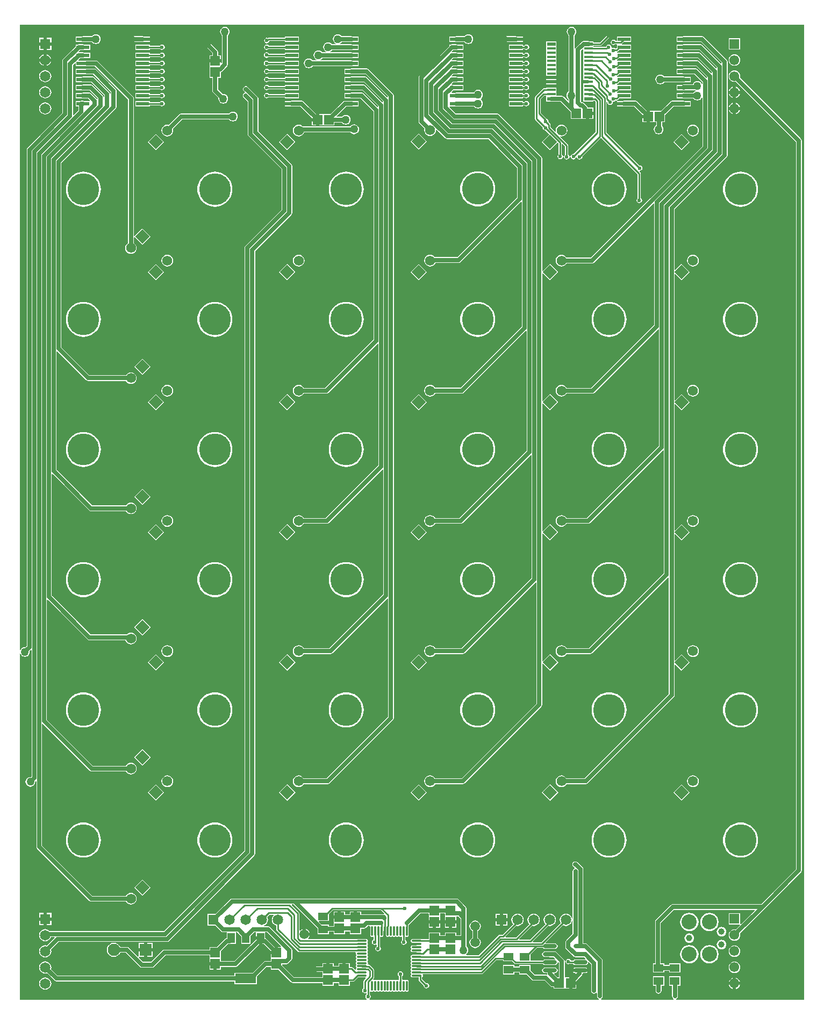
<source format=gtl>
G04*
G04 #@! TF.GenerationSoftware,Altium Limited,Altium Designer,20.2.3 (150)*
G04*
G04 Layer_Physical_Order=1*
G04 Layer_Color=255*
%FSLAX25Y25*%
%MOIN*%
G70*
G04*
G04 #@! TF.SameCoordinates,4877317F-2E7F-43E9-A464-E33F9C0CD60A*
G04*
G04*
G04 #@! TF.FilePolarity,Positive*
G04*
G01*
G75*
%ADD11R,0.04724X0.06299*%
%ADD12R,0.12992X0.06299*%
%ADD13O,0.06496X0.01181*%
%ADD14O,0.01181X0.06496*%
%ADD15R,0.06102X0.05906*%
%ADD16R,0.05906X0.06102*%
%ADD17R,0.06102X0.04921*%
%ADD18O,0.08661X0.02362*%
%ADD19R,0.05315X0.02362*%
%ADD20R,0.05315X0.01575*%
%ADD27R,0.07874X0.02362*%
%ADD28C,0.06181*%
%ADD29P,0.08741X4X270.0*%
%ADD43C,0.02500*%
%ADD44C,0.01000*%
%ADD45C,0.19685*%
%ADD46C,0.07677*%
%ADD47R,0.07677X0.07677*%
%ADD48C,0.03900*%
%ADD49C,0.09350*%
%ADD50C,0.06102*%
%ADD51R,0.06102X0.06102*%
%ADD52C,0.06496*%
%ADD53R,0.06496X0.06496*%
%ADD54R,0.06496X0.06496*%
%ADD55C,0.05984*%
%ADD56C,0.02362*%
%ADD57C,0.05000*%
G36*
X743292Y154346D02*
X663914D01*
X663875Y154448D01*
X663831Y154846D01*
X664324Y155176D01*
X664711Y155755D01*
X664847Y156438D01*
Y163004D01*
X666551D01*
Y168925D01*
X659449D01*
Y163004D01*
X661278D01*
Y156438D01*
X661414Y155755D01*
X661801Y155176D01*
X662294Y154846D01*
X662250Y154448D01*
X662211Y154346D01*
X617414D01*
X617375Y154448D01*
X617331Y154846D01*
X617824Y155176D01*
X618211Y155755D01*
X618347Y156438D01*
Y178398D01*
X618347Y178398D01*
X618211Y179081D01*
X617824Y179660D01*
X608888Y188596D01*
X608810Y188712D01*
X608254Y189084D01*
X608235Y189087D01*
X608144Y189148D01*
X607461Y189284D01*
X606233D01*
Y235243D01*
X606233Y235243D01*
X606097Y235926D01*
X605711Y236504D01*
X602681Y239534D01*
X602102Y239921D01*
X601419Y240057D01*
X601246D01*
X600563Y239921D01*
X599984Y239534D01*
X599598Y238955D01*
X599462Y238273D01*
X599598Y237590D01*
X599984Y237011D01*
X600505Y236663D01*
X601020Y236149D01*
X600874Y235670D01*
X600766Y235648D01*
X600187Y235262D01*
X599800Y234683D01*
X599664Y234000D01*
Y204522D01*
X599164Y204489D01*
X599124Y204797D01*
X598746Y205709D01*
X598146Y206492D01*
X597363Y207093D01*
X596451Y207470D01*
X595472Y207599D01*
X594494Y207470D01*
X593582Y207093D01*
X592799Y206492D01*
X592199Y205709D01*
X591821Y204797D01*
X591692Y203819D01*
X591821Y202840D01*
X592181Y201970D01*
X580231Y190020D01*
X575115D01*
X574923Y190481D01*
X584596Y200154D01*
X585472Y200039D01*
X586451Y200167D01*
X587363Y200545D01*
X588146Y201146D01*
X588746Y201929D01*
X589124Y202840D01*
X589253Y203819D01*
X589124Y204797D01*
X588746Y205709D01*
X588146Y206492D01*
X587363Y207093D01*
X586451Y207470D01*
X585472Y207599D01*
X584494Y207470D01*
X583582Y207093D01*
X582799Y206492D01*
X582198Y205709D01*
X581821Y204797D01*
X581692Y203819D01*
X581821Y202840D01*
X582198Y201929D01*
X582758Y201200D01*
X573078Y191520D01*
X566615D01*
X566423Y191981D01*
X574596Y200154D01*
X575472Y200039D01*
X576451Y200167D01*
X577363Y200545D01*
X578146Y201146D01*
X578746Y201929D01*
X579124Y202840D01*
X579253Y203819D01*
X579124Y204797D01*
X578746Y205709D01*
X578146Y206492D01*
X577363Y207093D01*
X576451Y207470D01*
X575472Y207599D01*
X574494Y207470D01*
X573582Y207093D01*
X572799Y206492D01*
X572198Y205709D01*
X571821Y204797D01*
X571692Y203819D01*
X571821Y202840D01*
X572198Y201929D01*
X572758Y201200D01*
X564578Y193020D01*
X558115D01*
X557923Y193482D01*
X564596Y200154D01*
X565472Y200039D01*
X566451Y200167D01*
X567363Y200545D01*
X568146Y201146D01*
X568746Y201929D01*
X569124Y202840D01*
X569253Y203819D01*
X569124Y204797D01*
X568746Y205709D01*
X568146Y206492D01*
X567363Y207093D01*
X566451Y207470D01*
X565472Y207599D01*
X564494Y207470D01*
X563582Y207093D01*
X562799Y206492D01*
X562198Y205709D01*
X561821Y204797D01*
X561692Y203819D01*
X561821Y202840D01*
X562198Y201929D01*
X562758Y201200D01*
X556078Y194520D01*
X554379D01*
X553989Y194442D01*
X553658Y194221D01*
X541441Y182004D01*
X533845D01*
X533675Y182504D01*
X534140Y182860D01*
X534621Y183487D01*
X534923Y184217D01*
X535026Y185000D01*
X534923Y185783D01*
X534621Y186513D01*
X534140Y187140D01*
X533784Y187412D01*
Y193000D01*
Y205324D01*
X533784Y205324D01*
X533784Y205324D01*
Y211000D01*
X533784Y211000D01*
X533648Y211683D01*
X533262Y212262D01*
X533262Y212262D01*
X529012Y216512D01*
X528433Y216898D01*
X527750Y217034D01*
X388400D01*
X388400Y217034D01*
X387717Y216898D01*
X387138Y216512D01*
X387138Y216512D01*
X378193Y207567D01*
X373220D01*
Y200071D01*
X378193D01*
X381526Y196738D01*
X381526Y196738D01*
X382105Y196352D01*
X382787Y196216D01*
X382787Y196216D01*
X385083D01*
Y192449D01*
X384571Y192347D01*
X383992Y191961D01*
X383992Y191961D01*
X379028Y186996D01*
X374449D01*
Y185328D01*
X346543D01*
X346543Y185328D01*
X345861Y185192D01*
X345282Y184805D01*
X345282Y184805D01*
X338261Y177784D01*
X333132D01*
X330527Y180390D01*
X330734Y180890D01*
X330909Y180890D01*
X333842D01*
Y184228D01*
X330504D01*
Y181313D01*
X330504Y181120D01*
X330004Y180913D01*
X324427Y186490D01*
X323848Y186877D01*
X323165Y187013D01*
X319114D01*
X318947Y187416D01*
X318252Y188323D01*
X317345Y189018D01*
X316290Y189455D01*
X315158Y189604D01*
X314025Y189455D01*
X312969Y189018D01*
X312063Y188323D01*
X311368Y187416D01*
X310931Y186361D01*
X310782Y185228D01*
X310931Y184096D01*
X311368Y183040D01*
X312063Y182134D01*
X312969Y181439D01*
X314025Y181001D01*
X315158Y180852D01*
X316290Y181001D01*
X317345Y181439D01*
X318252Y182134D01*
X318947Y183040D01*
X319114Y183444D01*
X322426D01*
X331132Y174738D01*
X331711Y174352D01*
X332393Y174216D01*
X339000D01*
X339683Y174352D01*
X340262Y174738D01*
X347282Y181759D01*
X374449D01*
Y180091D01*
X374449D01*
Y179909D01*
X374449D01*
Y177457D01*
X378000D01*
Y176457D01*
X379000D01*
Y173004D01*
X381551D01*
Y174672D01*
X390701D01*
X391384Y174808D01*
X391963Y175195D01*
X405055Y188288D01*
Y191598D01*
X403193D01*
Y191472D01*
X389962Y178241D01*
X381551D01*
Y179909D01*
X381551D01*
Y180091D01*
X381551D01*
Y184473D01*
X385993Y188915D01*
X386833D01*
X387005Y188949D01*
X390807D01*
Y196216D01*
X391647D01*
X394138Y193725D01*
Y188949D01*
X399862D01*
Y193725D01*
X402353Y196216D01*
X403193D01*
Y193598D01*
X406055D01*
Y192598D01*
X407055D01*
Y188937D01*
X407167Y188915D01*
X408007D01*
X412378Y184543D01*
X415000D01*
Y186996D01*
X414972D01*
X410008Y191961D01*
X409429Y192347D01*
X408917Y192449D01*
Y196216D01*
X410079D01*
X418837Y187458D01*
X418645Y186996D01*
X417000D01*
Y183543D01*
X416000D01*
Y182543D01*
X412449D01*
Y180091D01*
X412449Y180091D01*
Y179909D01*
X412449D01*
X412449Y179591D01*
Y178241D01*
X409199D01*
X408516Y178105D01*
X407937Y177718D01*
X407937Y177718D01*
X401270Y171051D01*
X390004D01*
Y169186D01*
X280345D01*
X276245Y173286D01*
X276289Y173392D01*
X276418Y174370D01*
X276289Y175348D01*
X275912Y176260D01*
X275311Y177043D01*
X274528Y177644D01*
X273616Y178022D01*
X272638Y178150D01*
X271659Y178022D01*
X270748Y177644D01*
X269965Y177043D01*
X269364Y176260D01*
X268986Y175348D01*
X268857Y174370D01*
X268986Y173392D01*
X269364Y172480D01*
X269965Y171697D01*
X270748Y171096D01*
X271659Y170719D01*
X272638Y170590D01*
X273616Y170719D01*
X273722Y170762D01*
X278345Y166140D01*
X278924Y165753D01*
X279606Y165617D01*
X390004D01*
Y163752D01*
X403996D01*
Y168731D01*
X409938Y174672D01*
X412449D01*
Y173004D01*
X417028D01*
X424837Y165195D01*
X424837Y165195D01*
X425416Y164808D01*
X426098Y164672D01*
X426098Y164672D01*
X444417D01*
Y163004D01*
X451520D01*
Y164672D01*
X454417D01*
Y163004D01*
X461520D01*
Y165437D01*
X463598D01*
X463989Y165515D01*
X464319Y165736D01*
X466645Y168061D01*
X471085D01*
X471292Y167561D01*
X470102Y166371D01*
X469881Y166041D01*
X469803Y165650D01*
Y161351D01*
X469611Y161223D01*
X469239Y160667D01*
X469109Y160011D01*
X469239Y159355D01*
X469611Y158799D01*
X470167Y158427D01*
X470823Y158297D01*
X471479Y158427D01*
X471543Y158470D01*
X471984Y158235D01*
Y157764D01*
X471562Y157482D01*
X471191Y156926D01*
X471060Y156270D01*
X471191Y155614D01*
X471562Y155058D01*
X471880Y154846D01*
X471728Y154346D01*
X256708D01*
Y368801D01*
X257208Y368900D01*
X257380Y368487D01*
X257860Y367860D01*
X258487Y367379D01*
X259217Y367077D01*
X260000Y366974D01*
X260783Y367077D01*
X261513Y367379D01*
X262140Y367860D01*
X262620Y368487D01*
X262923Y369217D01*
X263026Y370000D01*
X262953Y370551D01*
X263632Y371230D01*
X264094Y371039D01*
Y292754D01*
X263690Y292386D01*
X263399Y292425D01*
X262616Y292322D01*
X261886Y292019D01*
X261259Y291538D01*
X260778Y290912D01*
X260476Y290182D01*
X260373Y289399D01*
X260476Y288616D01*
X260778Y287886D01*
X261259Y287259D01*
X261886Y286778D01*
X262616Y286476D01*
X263399Y286373D01*
X264182Y286476D01*
X264912Y286778D01*
X265538Y287259D01*
X266019Y287886D01*
X266322Y288616D01*
X266425Y289399D01*
X266385Y289704D01*
X266594Y289885D01*
X267094Y289657D01*
Y249121D01*
X267230Y248439D01*
X267617Y247860D01*
X299843Y215634D01*
X300422Y215247D01*
X301105Y215111D01*
X301105Y215111D01*
X322594D01*
X322604Y215085D01*
X323180Y214335D01*
X323930Y213759D01*
X324803Y213397D01*
X325741Y213274D01*
X326678Y213397D01*
X327552Y213759D01*
X328302Y214335D01*
X328877Y215085D01*
X329239Y215958D01*
X329362Y216895D01*
X329239Y217833D01*
X328877Y218706D01*
X328302Y219456D01*
X327552Y220032D01*
X326678Y220393D01*
X325741Y220517D01*
X324803Y220393D01*
X323930Y220032D01*
X323180Y219456D01*
X322604Y218706D01*
X322594Y218680D01*
X301844D01*
X270663Y249860D01*
Y325160D01*
X271125Y325352D01*
X300134Y296342D01*
X300134Y296342D01*
X300713Y295955D01*
X301396Y295820D01*
X322594D01*
X322604Y295793D01*
X323180Y295043D01*
X323930Y294468D01*
X324803Y294106D01*
X325741Y293983D01*
X326678Y294106D01*
X327552Y294468D01*
X328302Y295043D01*
X328877Y295793D01*
X329239Y296667D01*
X329362Y297604D01*
X329239Y298541D01*
X328877Y299415D01*
X328302Y300165D01*
X327552Y300740D01*
X326678Y301102D01*
X325741Y301225D01*
X324803Y301102D01*
X323930Y300740D01*
X323180Y300165D01*
X322604Y299415D01*
X322594Y299388D01*
X302135D01*
X273663Y327860D01*
Y402160D01*
X274125Y402352D01*
X298738Y377738D01*
X299317Y377351D01*
X300000Y377216D01*
X322309D01*
X322604Y376502D01*
X323180Y375752D01*
X323930Y375176D01*
X324803Y374815D01*
X325741Y374691D01*
X326678Y374815D01*
X327552Y375176D01*
X328302Y375752D01*
X328877Y376502D01*
X329239Y377375D01*
X329362Y378313D01*
X329239Y379250D01*
X328877Y380123D01*
X328302Y380873D01*
X327552Y381449D01*
X326678Y381811D01*
X325741Y381934D01*
X324803Y381811D01*
X323930Y381449D01*
X323180Y380873D01*
X323112Y380784D01*
X300739D01*
X276663Y404860D01*
Y480160D01*
X277125Y480352D01*
X299717Y457760D01*
X299717Y457760D01*
X300296Y457373D01*
X300979Y457237D01*
X322594D01*
X322604Y457210D01*
X323180Y456461D01*
X323930Y455885D01*
X324803Y455523D01*
X325741Y455400D01*
X326678Y455523D01*
X327552Y455885D01*
X328302Y456461D01*
X328877Y457210D01*
X329239Y458084D01*
X329362Y459021D01*
X329239Y459959D01*
X328877Y460832D01*
X328302Y461582D01*
X327552Y462158D01*
X326678Y462519D01*
X325741Y462643D01*
X324803Y462520D01*
X323930Y462158D01*
X323180Y461582D01*
X322604Y460832D01*
X322594Y460806D01*
X301718D01*
X279663Y482860D01*
Y556160D01*
X280125Y556352D01*
X298008Y538468D01*
X298008Y538468D01*
X298587Y538082D01*
X299270Y537946D01*
X322594D01*
X322604Y537919D01*
X323180Y537169D01*
X323930Y536594D01*
X324803Y536232D01*
X325741Y536108D01*
X326678Y536232D01*
X327552Y536594D01*
X328302Y537169D01*
X328877Y537919D01*
X329239Y538793D01*
X329362Y539730D01*
X329239Y540667D01*
X328877Y541541D01*
X328302Y542291D01*
X327552Y542866D01*
X326678Y543228D01*
X325741Y543352D01*
X324803Y543228D01*
X323930Y542866D01*
X323180Y542291D01*
X322604Y541541D01*
X322594Y541514D01*
X300009D01*
X282663Y558860D01*
Y673140D01*
X316262Y706738D01*
X316262Y706738D01*
X316649Y707317D01*
X316784Y708000D01*
Y718000D01*
X316784Y718000D01*
X316649Y718683D01*
X316262Y719262D01*
X304331Y731193D01*
X303752Y731580D01*
X303069Y731715D01*
X298683D01*
X298511Y731681D01*
X291559D01*
Y728319D01*
X297946D01*
X298000Y728283D01*
X298683Y728147D01*
X302330D01*
X313216Y717261D01*
Y716394D01*
X312716Y716345D01*
X312649Y716683D01*
X312262Y717262D01*
X303262Y726262D01*
X302683Y726649D01*
X302000Y726784D01*
X295996D01*
X295477Y726681D01*
X291559D01*
Y723319D01*
X295477D01*
X295996Y723216D01*
X301261D01*
X309216Y715261D01*
Y714394D01*
X308716Y714345D01*
X308648Y714683D01*
X308262Y715262D01*
X302262Y721262D01*
X301683Y721649D01*
X301000Y721784D01*
X295996D01*
X295477Y721681D01*
X291559D01*
Y718319D01*
X295477D01*
X295996Y718216D01*
X300261D01*
X305096Y713380D01*
X305060Y713137D01*
X304835Y713029D01*
X304532Y712991D01*
X301262Y716262D01*
X300683Y716648D01*
X300000Y716784D01*
X295996D01*
X295477Y716681D01*
X291559D01*
Y713319D01*
X295477D01*
X295996Y713216D01*
X299261D01*
X300296Y712181D01*
X300089Y711681D01*
X296515D01*
X295996Y711784D01*
X295069D01*
X295069Y711784D01*
X294550Y711681D01*
X291559D01*
Y708319D01*
X293216D01*
Y705739D01*
X290246Y702770D01*
X289784Y702961D01*
Y733883D01*
X291097Y735196D01*
X291559Y735004D01*
Y733319D01*
X297946D01*
X298000Y733283D01*
X298683Y733147D01*
X303330D01*
X323957Y712520D01*
Y623586D01*
X323930Y623575D01*
X323180Y622999D01*
X322604Y622249D01*
X322243Y621376D01*
X322119Y620439D01*
X322243Y619501D01*
X322604Y618628D01*
X323180Y617878D01*
X323930Y617302D01*
X324803Y616940D01*
X325741Y616817D01*
X326678Y616940D01*
X327552Y617302D01*
X328302Y617878D01*
X328877Y618628D01*
X329239Y619501D01*
X329362Y620439D01*
X329239Y621376D01*
X328877Y622249D01*
X328302Y622999D01*
X327552Y623575D01*
X327525Y623586D01*
Y627012D01*
X328025Y627219D01*
X332812Y622432D01*
X337890Y627510D01*
X332812Y632587D01*
X328025Y627801D01*
X327525Y628008D01*
Y713259D01*
X327525Y713259D01*
X327389Y713942D01*
X327003Y714521D01*
X327003Y714521D01*
X305331Y736193D01*
X304752Y736580D01*
X304069Y736715D01*
X298683D01*
X298511Y736681D01*
X293236D01*
X293044Y737143D01*
X294117Y738216D01*
X295996D01*
X296515Y738319D01*
X300433D01*
Y741681D01*
X296515D01*
X295996Y741784D01*
X293393D01*
X293362Y741817D01*
X293150Y742249D01*
X294117Y743216D01*
X295996D01*
X296515Y743319D01*
X300433D01*
Y746681D01*
X296515D01*
X295996Y746784D01*
X293378D01*
X292859Y746681D01*
X291559D01*
Y745705D01*
X283738Y737884D01*
X283351Y737305D01*
X283216Y736622D01*
Y704224D01*
X261617Y682626D01*
X261230Y682047D01*
X261094Y681364D01*
Y373739D01*
X260337Y372982D01*
X260000Y373026D01*
X259217Y372923D01*
X258487Y372621D01*
X257860Y372140D01*
X257380Y371513D01*
X257208Y371100D01*
X256708Y371199D01*
Y759040D01*
X743292D01*
X743292Y154346D01*
D02*
G37*
G36*
X482786Y207772D02*
X482540Y207311D01*
X482457Y207328D01*
X468551D01*
Y208996D01*
X466000D01*
Y205543D01*
X464000D01*
Y208996D01*
X461449D01*
Y207328D01*
X458551D01*
Y208996D01*
X456000D01*
Y205543D01*
X455000D01*
Y204543D01*
X451449D01*
Y202091D01*
X451449D01*
Y201909D01*
X451449D01*
Y199995D01*
X448551D01*
Y200925D01*
X443972D01*
X442284Y202613D01*
X442476Y203075D01*
X448551D01*
Y207554D01*
X450977Y209980D01*
X480578D01*
X482786Y207772D01*
D02*
G37*
G36*
X441449Y198402D02*
Y195004D01*
X448551D01*
Y196426D01*
X451449D01*
Y195004D01*
X458551D01*
Y196672D01*
X461449D01*
Y195004D01*
X468551D01*
Y198375D01*
X470159D01*
X470842Y198511D01*
X471421Y198898D01*
X472739Y200216D01*
X473661D01*
X474067Y199716D01*
X474061Y199685D01*
Y194370D01*
X474146Y193945D01*
X474387Y193584D01*
X474748Y193343D01*
X475173Y193258D01*
X475588Y193341D01*
X475599Y193343D01*
X476088Y193068D01*
Y191533D01*
X475607Y191212D01*
X475235Y190656D01*
X475105Y190000D01*
X475235Y189344D01*
X475607Y188788D01*
X476163Y188416D01*
X476819Y188286D01*
X477475Y188416D01*
X477556Y188471D01*
X478056Y188203D01*
Y187391D01*
X477788Y187212D01*
X477416Y186656D01*
X477286Y186000D01*
X477416Y185344D01*
X477788Y184788D01*
X478344Y184416D01*
X479000Y184286D01*
X479656Y184416D01*
X480212Y184788D01*
X480584Y185344D01*
X480714Y186000D01*
X480584Y186656D01*
X480212Y187212D01*
X480095Y187290D01*
Y193114D01*
X480595Y193382D01*
X480653Y193343D01*
X481079Y193258D01*
X481504Y193343D01*
X481723Y193489D01*
X482047Y193546D01*
Y193856D01*
X482106Y193945D01*
X482191Y194370D01*
Y197028D01*
X483904D01*
Y194370D01*
X483988Y193945D01*
X484047Y193856D01*
Y193546D01*
X484372Y193489D01*
X484590Y193343D01*
X485016Y193258D01*
X485441Y193343D01*
X485660Y193489D01*
X486000Y193549D01*
X486340Y193489D01*
X486559Y193343D01*
X486984Y193258D01*
X487410Y193343D01*
X487629Y193489D01*
X487968Y193549D01*
X488308Y193489D01*
X488527Y193343D01*
X488953Y193258D01*
X489378Y193343D01*
X489597Y193489D01*
X489937Y193549D01*
X490277Y193489D01*
X490496Y193343D01*
X490921Y193258D01*
X491347Y193343D01*
X491566Y193489D01*
X491905Y193549D01*
X492245Y193489D01*
X492464Y193343D01*
X492890Y193258D01*
X493315Y193343D01*
X493373Y193382D01*
X493873Y193114D01*
Y191269D01*
X493788Y191212D01*
X493416Y190656D01*
X493286Y190000D01*
X493416Y189344D01*
X493788Y188788D01*
X494344Y188416D01*
X495000Y188286D01*
X495656Y188416D01*
X496212Y188788D01*
X496584Y189344D01*
X496714Y190000D01*
X496584Y190656D01*
X496212Y191212D01*
X495913Y191412D01*
Y193068D01*
X496401Y193343D01*
X496413Y193341D01*
X496827Y193258D01*
X497252Y193343D01*
X497613Y193584D01*
X497854Y193945D01*
X497939Y194370D01*
Y199685D01*
X497854Y200111D01*
X497846Y200122D01*
Y200461D01*
X498262Y200738D01*
X505282Y207759D01*
X510095D01*
X510449Y207405D01*
X510449Y206090D01*
X510449Y205591D01*
Y203457D01*
X514000D01*
X517551D01*
Y205591D01*
X517551Y205909D01*
X517551Y206410D01*
Y207759D01*
X520095D01*
X520449Y207405D01*
X520449Y206090D01*
X520449Y205591D01*
Y203457D01*
X524000D01*
X527551D01*
Y205556D01*
X527551Y205909D01*
X527990Y206056D01*
X528744D01*
X530216Y204584D01*
Y194328D01*
X527551D01*
Y195996D01*
X520449D01*
Y194328D01*
X517551D01*
Y195996D01*
X510449D01*
Y191846D01*
X506122D01*
X506110Y191854D01*
X505685Y191939D01*
X500370D01*
X499945Y191854D01*
X499584Y191613D01*
X499343Y191252D01*
X499258Y190827D01*
X499343Y190401D01*
X499489Y190182D01*
X499546Y189858D01*
X499856D01*
X499944Y189799D01*
X500370Y189715D01*
X503027D01*
Y188002D01*
X500370D01*
X499944Y187917D01*
X499856Y187858D01*
X499584D01*
Y187676D01*
X499343Y187315D01*
X499258Y186890D01*
X499343Y186464D01*
X499489Y186246D01*
X499549Y185906D01*
X499489Y185565D01*
X499343Y185347D01*
X499258Y184921D01*
X499343Y184496D01*
X499489Y184277D01*
X499546Y183953D01*
X499856D01*
X499944Y183894D01*
X500370Y183809D01*
X503028D01*
Y182096D01*
X500370D01*
X499944Y182012D01*
X499856Y181953D01*
X499584D01*
Y181771D01*
X499343Y181410D01*
X499258Y180984D01*
X499343Y180559D01*
X499489Y180340D01*
X499549Y180000D01*
X499489Y179660D01*
X499343Y179441D01*
X499258Y179016D01*
X499343Y178590D01*
X499489Y178372D01*
X499549Y178032D01*
X499489Y177691D01*
X499343Y177473D01*
X499258Y177047D01*
X499343Y176622D01*
X499584Y176261D01*
Y175865D01*
X499343Y175504D01*
X499258Y175079D01*
X499343Y174653D01*
X499489Y174434D01*
X499549Y174094D01*
X499489Y173755D01*
X499343Y173536D01*
X499258Y173110D01*
X499343Y172685D01*
X499584Y172324D01*
Y171928D01*
X499343Y171567D01*
X499258Y171142D01*
X499343Y170716D01*
X499489Y170498D01*
X499549Y170158D01*
X499489Y169817D01*
X499343Y169599D01*
X499258Y169173D01*
X499343Y168748D01*
X499584Y168387D01*
X499945Y168146D01*
X500370Y168061D01*
X504266D01*
Y166714D01*
X504344Y166324D01*
X504565Y165993D01*
X507331Y163227D01*
X507286Y163000D01*
X507416Y162344D01*
X507788Y161788D01*
X508344Y161416D01*
X509000Y161286D01*
X509656Y161416D01*
X510212Y161788D01*
X510584Y162344D01*
X510714Y163000D01*
X510584Y163656D01*
X510212Y164212D01*
X509656Y164584D01*
X509000Y164714D01*
X508773Y164669D01*
X506306Y167136D01*
Y168276D01*
X506471Y168387D01*
X506712Y168748D01*
X506797Y169173D01*
X506712Y169599D01*
X506697Y169622D01*
X506964Y170122D01*
X543142D01*
X543532Y170200D01*
X543863Y170421D01*
X552457Y179015D01*
X556449D01*
Y178075D01*
X562109D01*
X563405Y176779D01*
X563736Y176558D01*
X564126Y176480D01*
X581061D01*
X581190Y176288D01*
X581746Y175916D01*
X582402Y175786D01*
X588701D01*
X589357Y175916D01*
X589913Y176288D01*
X590284Y176844D01*
X590401Y177431D01*
X590627Y177563D01*
X590841Y177627D01*
X591216Y177308D01*
Y168236D01*
X590370D01*
X588282Y170324D01*
X588473Y170786D01*
X588701D01*
X589357Y170916D01*
X589913Y171288D01*
X590284Y171844D01*
X590415Y172500D01*
X590284Y173156D01*
X589913Y173712D01*
X589357Y174084D01*
X588701Y174214D01*
X585904D01*
X585551Y174284D01*
X585198Y174214D01*
X582402D01*
X581746Y174084D01*
X581190Y173712D01*
X580818Y173156D01*
X580688Y172500D01*
X580818Y171844D01*
X581190Y171288D01*
X581746Y170916D01*
X582402Y170786D01*
X583767D01*
Y170531D01*
X583855Y170089D01*
X583450Y169695D01*
X583000Y169784D01*
X576294D01*
X573551Y172527D01*
Y175925D01*
X566449D01*
Y174749D01*
X563551D01*
Y175925D01*
X556449D01*
Y170004D01*
X563551D01*
Y171180D01*
X566449D01*
Y170004D01*
X571028D01*
X574293Y166738D01*
X574872Y166351D01*
X575555Y166216D01*
X575555Y166216D01*
X582261D01*
X585738Y162738D01*
X585738Y162738D01*
X586317Y162352D01*
X587000Y162216D01*
X587847D01*
Y161134D01*
X594433D01*
X594752Y161134D01*
X595252Y161134D01*
X597386D01*
Y164685D01*
Y168236D01*
X594933Y168236D01*
X594784Y168675D01*
Y178063D01*
X594784Y178063D01*
X594649Y178746D01*
X594262Y179325D01*
X589990Y183596D01*
X589913Y183712D01*
X589357Y184084D01*
X589337Y184088D01*
X589246Y184149D01*
X588563Y184284D01*
X585551D01*
X585198Y184214D01*
X582402D01*
X581746Y184084D01*
X581190Y183712D01*
X580818Y183156D01*
X580688Y182500D01*
X580818Y181844D01*
X581190Y181288D01*
X581746Y180916D01*
X582402Y180786D01*
X585198D01*
X585551Y180716D01*
X587824D01*
X588844Y179695D01*
X588759Y179410D01*
X588619Y179214D01*
X582402D01*
X581746Y179084D01*
X581190Y178712D01*
X581061Y178520D01*
X573551D01*
Y182554D01*
X577478Y186480D01*
X581061D01*
X581190Y186288D01*
X581746Y185916D01*
X582402Y185786D01*
X588701D01*
X589357Y185916D01*
X589913Y186288D01*
X590284Y186844D01*
X590415Y187500D01*
X590284Y188156D01*
X589913Y188712D01*
X589357Y189084D01*
X588701Y189214D01*
X583017D01*
X582809Y189714D01*
X593623Y200528D01*
X594494Y200167D01*
X595472Y200039D01*
X596451Y200167D01*
X597363Y200545D01*
X598146Y201146D01*
X598746Y201929D01*
X599124Y202840D01*
X599164Y203148D01*
X599664Y203116D01*
Y195188D01*
X595738Y191262D01*
X595352Y190683D01*
X595216Y190000D01*
Y186937D01*
X595352Y186254D01*
X595738Y185675D01*
X600010Y181404D01*
X600087Y181288D01*
X600643Y180916D01*
X600663Y180912D01*
X600754Y180851D01*
X601437Y180716D01*
X601437Y180716D01*
X606722D01*
X607742Y179695D01*
X607657Y179410D01*
X607516Y179214D01*
X601299D01*
X600643Y179084D01*
X600087Y178712D01*
X599959Y178520D01*
X598611D01*
X598584Y178656D01*
X598212Y179212D01*
X597656Y179584D01*
X597000Y179714D01*
X596344Y179584D01*
X595788Y179212D01*
X595416Y178656D01*
X595286Y178000D01*
X595416Y177344D01*
X595788Y176788D01*
X596344Y176416D01*
X597000Y176286D01*
X597656Y176416D01*
X597779Y176498D01*
X597869Y176480D01*
X599959D01*
X600087Y176288D01*
X600643Y175916D01*
X601299Y175786D01*
X607598D01*
X608254Y175916D01*
X608810Y176288D01*
X609182Y176844D01*
X609299Y177431D01*
X609525Y177563D01*
X609794Y177644D01*
X611216Y176222D01*
Y159750D01*
X611351Y159067D01*
X611738Y158488D01*
X612317Y158101D01*
X613000Y157966D01*
X613683Y158101D01*
X614262Y158488D01*
X614278Y158513D01*
X614778Y158361D01*
Y156438D01*
X614914Y155755D01*
X615301Y155176D01*
X615794Y154846D01*
X615750Y154448D01*
X615711Y154346D01*
X473820D01*
X473669Y154846D01*
X473986Y155058D01*
X474358Y155614D01*
X474488Y156270D01*
X474358Y156926D01*
X474024Y157426D01*
Y159216D01*
X474077Y159262D01*
X474524Y159437D01*
X474748Y159288D01*
X475173Y159203D01*
X475599Y159288D01*
X475817Y159434D01*
X476158Y159494D01*
X476498Y159434D01*
X476716Y159288D01*
X477142Y159203D01*
X477567Y159288D01*
X477786Y159434D01*
X478126Y159494D01*
X478466Y159434D01*
X478685Y159288D01*
X479110Y159203D01*
X479536Y159288D01*
X479754Y159434D01*
X480094Y159494D01*
X480435Y159434D01*
X480653Y159288D01*
X481079Y159203D01*
X481504Y159288D01*
X481723Y159434D01*
X482063Y159494D01*
X482403Y159434D01*
X482622Y159288D01*
X483047Y159203D01*
X483473Y159288D01*
X483834Y159529D01*
X484230D01*
X484590Y159288D01*
X485016Y159203D01*
X485441Y159288D01*
X485802Y159529D01*
X486198D01*
X486559Y159288D01*
X486984Y159203D01*
X487410Y159288D01*
X487629Y159434D01*
X487968Y159494D01*
X488308Y159434D01*
X488527Y159288D01*
X488953Y159203D01*
X489378Y159288D01*
X489739Y159529D01*
X490135D01*
X490496Y159288D01*
X490921Y159203D01*
X491347Y159288D01*
X491708Y159529D01*
X492103D01*
X492464Y159288D01*
X492890Y159203D01*
X493315Y159288D01*
X493676Y159529D01*
X494072D01*
X494433Y159288D01*
X494858Y159203D01*
X495284Y159288D01*
X495645Y159529D01*
X496040D01*
X496401Y159288D01*
X496827Y159203D01*
X497252Y159288D01*
X497613Y159529D01*
X497854Y159889D01*
X497939Y160315D01*
Y165630D01*
X497854Y166055D01*
X497613Y166416D01*
X497252Y166657D01*
X496827Y166742D01*
X496401Y166657D01*
X496040Y166416D01*
X495645D01*
X495284Y166657D01*
X494858Y166742D01*
X494444Y166659D01*
X494432Y166657D01*
X493944Y166932D01*
Y168822D01*
X494136Y168951D01*
X494508Y169507D01*
X494638Y170163D01*
X494508Y170819D01*
X494136Y171375D01*
X493580Y171746D01*
X492924Y171877D01*
X492269Y171746D01*
X491712Y171375D01*
X491341Y170819D01*
X491210Y170163D01*
X491341Y169507D01*
X491712Y168951D01*
X491905Y168822D01*
Y166886D01*
X491405Y166618D01*
X491347Y166657D01*
X490921Y166742D01*
X490496Y166657D01*
X490135Y166416D01*
X489739D01*
X489378Y166657D01*
X488953Y166742D01*
X488527Y166657D01*
X488308Y166511D01*
X487968Y166451D01*
X487629Y166511D01*
X487410Y166657D01*
X486984Y166742D01*
X486559Y166657D01*
X486198Y166416D01*
X485802D01*
X485441Y166657D01*
X485016Y166742D01*
X484590Y166657D01*
X484230Y166416D01*
X483834D01*
X483473Y166657D01*
X483047Y166742D01*
X482622Y166657D01*
X482403Y166511D01*
X482063Y166451D01*
X481723Y166511D01*
X481504Y166657D01*
X481079Y166742D01*
X480653Y166657D01*
X480293Y166416D01*
X479896D01*
X479536Y166657D01*
X479110Y166742D01*
X478685Y166657D01*
X478466Y166511D01*
X478126Y166451D01*
X477786Y166511D01*
X477567Y166657D01*
X477142Y166742D01*
X476716Y166657D01*
X476498Y166511D01*
X476371Y166489D01*
X476056Y166682D01*
X475988Y167253D01*
X476221Y167485D01*
X476442Y167816D01*
X476520Y168206D01*
Y172621D01*
X476442Y173012D01*
X476221Y173342D01*
X473798Y175765D01*
X473467Y175986D01*
X473077Y176064D01*
X472886D01*
X472618Y176564D01*
X472657Y176622D01*
X472742Y177047D01*
X472657Y177473D01*
X472511Y177691D01*
X472451Y178032D01*
X472511Y178372D01*
X472657Y178590D01*
X472742Y179016D01*
X472657Y179441D01*
X472511Y179660D01*
X472451Y180000D01*
X472511Y180340D01*
X472657Y180559D01*
X472742Y180984D01*
X472657Y181410D01*
X472416Y181771D01*
Y182167D01*
X472657Y182527D01*
X472742Y182953D01*
X472657Y183378D01*
X472511Y183597D01*
X472451Y183937D01*
X472511Y184277D01*
X472657Y184496D01*
X472742Y184921D01*
X472657Y185347D01*
X472511Y185565D01*
X472451Y185906D01*
X472511Y186246D01*
X472657Y186464D01*
X472742Y186890D01*
X472657Y187315D01*
X472416Y187676D01*
Y188072D01*
X472657Y188433D01*
X472742Y188858D01*
X472657Y189284D01*
X472511Y189503D01*
X472451Y189842D01*
X472511Y190182D01*
X472657Y190401D01*
X472742Y190827D01*
X472657Y191252D01*
X472416Y191613D01*
X472055Y191854D01*
X471630Y191939D01*
X466315D01*
X465890Y191854D01*
X465878Y191846D01*
X435786D01*
X435626Y192320D01*
X435719Y192391D01*
X436279Y193121D01*
X436594Y193882D01*
X433228D01*
Y194882D01*
X432228D01*
Y198248D01*
X431467Y197932D01*
X430738Y197372D01*
X430580Y197167D01*
X430080Y197337D01*
Y207939D01*
X430003Y208330D01*
X429782Y208660D01*
X425438Y213004D01*
X425630Y213466D01*
X426385D01*
X441449Y198402D01*
D02*
G37*
G36*
X414402Y206574D02*
X414295Y206492D01*
X413695Y205709D01*
X413317Y204797D01*
X413188Y203819D01*
X413317Y202840D01*
X413695Y201929D01*
X414295Y201146D01*
X415078Y200545D01*
X415949Y200184D01*
Y198031D01*
X416026Y197641D01*
X416248Y197310D01*
X429358Y184200D01*
X429689Y183979D01*
X430079Y183902D01*
X465036D01*
X465303Y183402D01*
X465288Y183378D01*
X465203Y182953D01*
X465288Y182527D01*
X465529Y182167D01*
Y181771D01*
X465288Y181410D01*
X465203Y180984D01*
X465288Y180559D01*
X465434Y180340D01*
X465494Y180000D01*
X465434Y179660D01*
X465288Y179441D01*
X465203Y179016D01*
X465288Y178590D01*
X465434Y178372D01*
X465494Y178032D01*
X465434Y177691D01*
X465288Y177473D01*
X465203Y177047D01*
X465288Y176622D01*
X465529Y176261D01*
Y175865D01*
X465288Y175504D01*
X465203Y175079D01*
X465288Y174653D01*
X465434Y174434D01*
X465494Y174094D01*
X465434Y173755D01*
X465288Y173536D01*
X465203Y173110D01*
X465228Y172984D01*
X464767Y172738D01*
X463241Y174264D01*
X462910Y174485D01*
X462520Y174563D01*
X461520D01*
Y176996D01*
X458968D01*
Y173543D01*
X456968D01*
Y176996D01*
X454417D01*
Y175328D01*
X451520D01*
Y176996D01*
X448969D01*
Y173543D01*
X446969D01*
Y176996D01*
X444417D01*
Y175056D01*
X439272D01*
X439272Y175056D01*
X438589Y174920D01*
X438010Y174533D01*
X438010Y174533D01*
X437738Y174262D01*
X437352Y173683D01*
X437216Y173000D01*
X437352Y172317D01*
X437738Y171738D01*
X438317Y171352D01*
X439000Y171216D01*
X439683Y171352D01*
X439886Y171487D01*
X444417D01*
Y170091D01*
X444417D01*
Y169909D01*
X444417D01*
Y168241D01*
X426837D01*
X419551Y175527D01*
Y176375D01*
X422159D01*
X422842Y176511D01*
X423421Y176898D01*
X425262Y178738D01*
X425262Y178738D01*
X425648Y179317D01*
X425784Y180000D01*
X425784Y180000D01*
Y184818D01*
X425648Y185501D01*
X425262Y186080D01*
X425262Y186080D01*
X412080Y199262D01*
X411501Y199648D01*
X410818Y199784D01*
X408329D01*
X408229Y200284D01*
X408859Y200545D01*
X409642Y201146D01*
X410242Y201929D01*
X410620Y202840D01*
X410749Y203819D01*
X410620Y204797D01*
X410259Y205668D01*
X411639Y207047D01*
X414241D01*
X414402Y206574D01*
D02*
G37*
%LPC*%
G36*
X429933Y751681D02*
X421059D01*
Y751020D01*
X411300D01*
X410910Y750942D01*
X410579Y750721D01*
X410534Y750677D01*
X410000Y750783D01*
X409344Y750653D01*
X408788Y750281D01*
X408416Y749725D01*
X408286Y749069D01*
X408416Y748413D01*
X408788Y747857D01*
X409344Y747485D01*
X410000Y747355D01*
X410656Y747485D01*
X411212Y747857D01*
X411584Y748413D01*
X411690Y748948D01*
X411722Y748980D01*
X421059D01*
Y748319D01*
X429933D01*
Y751681D01*
D02*
G37*
G36*
X564504Y751784D02*
X557000D01*
X556317Y751649D01*
X555738Y751262D01*
X555351Y750683D01*
X555216Y750000D01*
X555351Y749317D01*
X555738Y748738D01*
X556317Y748351D01*
X557000Y748216D01*
X564504D01*
X565023Y748319D01*
X568941D01*
Y749000D01*
X564504D01*
Y751000D01*
X568941D01*
Y751681D01*
X565023D01*
X564504Y751784D01*
D02*
G37*
G36*
X333004D02*
X326000D01*
X325317Y751649D01*
X324738Y751262D01*
X324352Y750683D01*
X324216Y750000D01*
X324352Y749317D01*
X324738Y748738D01*
X325317Y748351D01*
X326000Y748216D01*
X333004D01*
X333523Y748319D01*
X337441D01*
Y749000D01*
X333004D01*
Y751000D01*
X337441D01*
Y751681D01*
X333523D01*
X333004Y751784D01*
D02*
G37*
G36*
X276386Y750795D02*
X273638D01*
Y748047D01*
X276386D01*
Y750795D01*
D02*
G37*
G36*
X271638D02*
X268890D01*
Y748047D01*
X271638D01*
Y750795D01*
D02*
G37*
G36*
X535000Y753026D02*
X534217Y752923D01*
X533487Y752621D01*
X532860Y752140D01*
X532588Y751784D01*
X527496D01*
X526977Y751681D01*
X523059D01*
Y748319D01*
X526977D01*
X527496Y748216D01*
X532588D01*
X532860Y747860D01*
X533487Y747379D01*
X534217Y747077D01*
X535000Y746974D01*
X535783Y747077D01*
X536513Y747379D01*
X537140Y747860D01*
X537620Y748487D01*
X537923Y749217D01*
X538026Y750000D01*
X537923Y750783D01*
X537620Y751513D01*
X537140Y752140D01*
X536513Y752621D01*
X535783Y752923D01*
X535000Y753026D01*
D02*
G37*
G36*
X304000D02*
X303217Y752923D01*
X302487Y752621D01*
X301860Y752140D01*
X301588Y751784D01*
X295996D01*
X295477Y751681D01*
X291559D01*
Y748319D01*
X295477D01*
X295996Y748216D01*
X301588D01*
X301860Y747860D01*
X302487Y747379D01*
X303217Y747077D01*
X304000Y746974D01*
X304783Y747077D01*
X305513Y747379D01*
X306140Y747860D01*
X306621Y748487D01*
X306923Y749217D01*
X307026Y750000D01*
X306923Y750783D01*
X306621Y751513D01*
X306140Y752140D01*
X305513Y752621D01*
X304783Y752923D01*
X304000Y753026D01*
D02*
G37*
G36*
X454000D02*
X453217Y752923D01*
X452487Y752621D01*
X451860Y752140D01*
X451379Y751513D01*
X451077Y750783D01*
X450974Y750000D01*
X451077Y749217D01*
X451379Y748487D01*
X451860Y747860D01*
X452487Y747379D01*
X452717Y747284D01*
X452618Y746784D01*
X450412D01*
X450140Y747140D01*
X449513Y747620D01*
X448783Y747923D01*
X448000Y748026D01*
X447217Y747923D01*
X446487Y747620D01*
X445860Y747140D01*
X445379Y746513D01*
X445077Y745783D01*
X444974Y745000D01*
X445077Y744217D01*
X445379Y743487D01*
X445860Y742860D01*
X446487Y742380D01*
X446717Y742284D01*
X446618Y741784D01*
X444412D01*
X444140Y742140D01*
X443513Y742621D01*
X442783Y742923D01*
X442000Y743026D01*
X441217Y742923D01*
X440487Y742621D01*
X439860Y742140D01*
X439380Y741513D01*
X439077Y740783D01*
X438974Y740000D01*
X439077Y739217D01*
X439380Y738487D01*
X439860Y737860D01*
X440487Y737380D01*
X440717Y737284D01*
X440618Y736784D01*
X438412D01*
X438140Y737140D01*
X437513Y737620D01*
X436783Y737923D01*
X436000Y738026D01*
X435217Y737923D01*
X434487Y737620D01*
X433860Y737140D01*
X433380Y736513D01*
X433077Y735783D01*
X432974Y735000D01*
X433077Y734217D01*
X433380Y733487D01*
X433860Y732860D01*
X434487Y732379D01*
X435217Y732077D01*
X436000Y731974D01*
X436783Y732077D01*
X437513Y732379D01*
X438140Y732860D01*
X438412Y733216D01*
X462504D01*
X463023Y733319D01*
X466941D01*
Y736681D01*
X463023D01*
X462504Y736784D01*
X443383D01*
X443283Y737284D01*
X443513Y737380D01*
X444140Y737860D01*
X444412Y738216D01*
X462504D01*
X463023Y738319D01*
X466941D01*
Y741681D01*
X463023D01*
X462504Y741784D01*
X449382D01*
X449283Y742284D01*
X449513Y742380D01*
X450140Y742860D01*
X450412Y743216D01*
X462504D01*
X463023Y743319D01*
X466941D01*
Y746681D01*
X463023D01*
X462504Y746784D01*
X455382D01*
X455283Y747284D01*
X455513Y747379D01*
X456140Y747860D01*
X456412Y748216D01*
X462504D01*
X463023Y748319D01*
X466941D01*
Y751681D01*
X463023D01*
X462504Y751784D01*
X456412D01*
X456140Y752140D01*
X455513Y752621D01*
X454783Y752923D01*
X454000Y753026D01*
D02*
G37*
G36*
X571000Y746714D02*
X570344Y746584D01*
X569788Y746212D01*
X569659Y746020D01*
X568941D01*
Y746681D01*
X560067D01*
Y743319D01*
X568941D01*
Y743980D01*
X569659D01*
X569788Y743788D01*
X570344Y743416D01*
X571000Y743286D01*
X571656Y743416D01*
X572212Y743788D01*
X572584Y744344D01*
X572714Y745000D01*
X572584Y745656D01*
X572212Y746212D01*
X571656Y746584D01*
X571000Y746714D01*
D02*
G37*
G36*
X345000D02*
X344344Y746584D01*
X343788Y746212D01*
X343659Y746020D01*
X337441D01*
Y746681D01*
X328567D01*
Y743319D01*
X337441D01*
Y743980D01*
X343659D01*
X343788Y743788D01*
X344344Y743416D01*
X345000Y743286D01*
X345656Y743416D01*
X346212Y743788D01*
X346584Y744344D01*
X346714Y745000D01*
X346584Y745656D01*
X346212Y746212D01*
X345656Y746584D01*
X345000Y746714D01*
D02*
G37*
G36*
X703551Y750551D02*
X696449D01*
Y743449D01*
X703551D01*
Y750551D01*
D02*
G37*
G36*
X410000Y746714D02*
X409344Y746584D01*
X408788Y746212D01*
X408416Y745656D01*
X408286Y745000D01*
X408416Y744344D01*
X408788Y743788D01*
X409344Y743416D01*
X410000Y743286D01*
X410656Y743416D01*
X411212Y743788D01*
X411341Y743980D01*
X421059D01*
Y743319D01*
X429933D01*
Y746681D01*
X421059D01*
Y746020D01*
X411341D01*
X411212Y746212D01*
X410656Y746584D01*
X410000Y746714D01*
D02*
G37*
G36*
X276386Y746047D02*
X273638D01*
Y743299D01*
X276386D01*
Y746047D01*
D02*
G37*
G36*
X271638D02*
X268890D01*
Y743299D01*
X271638D01*
Y746047D01*
D02*
G37*
G36*
X571000Y741714D02*
X570344Y741584D01*
X569788Y741212D01*
X569659Y741020D01*
X568941D01*
Y741681D01*
X560067D01*
Y738319D01*
X568941D01*
Y738980D01*
X569659D01*
X569788Y738788D01*
X570344Y738416D01*
X571000Y738286D01*
X571656Y738416D01*
X572212Y738788D01*
X572584Y739344D01*
X572714Y740000D01*
X572584Y740656D01*
X572212Y741212D01*
X571656Y741584D01*
X571000Y741714D01*
D02*
G37*
G36*
X345000D02*
X344344Y741584D01*
X343788Y741212D01*
X343659Y741020D01*
X337441D01*
Y741681D01*
X328567D01*
Y738319D01*
X337441D01*
Y738980D01*
X343659D01*
X343788Y738788D01*
X344344Y738416D01*
X345000Y738286D01*
X345656Y738416D01*
X346212Y738788D01*
X346584Y739344D01*
X346714Y740000D01*
X346584Y740656D01*
X346212Y741212D01*
X345656Y741584D01*
X345000Y741714D01*
D02*
G37*
G36*
X409910Y741804D02*
X409254Y741673D01*
X408698Y741302D01*
X408327Y740746D01*
X408196Y740090D01*
X408327Y739434D01*
X408698Y738878D01*
X409254Y738506D01*
X409910Y738376D01*
X410566Y738506D01*
X411122Y738878D01*
X411191Y738980D01*
X421059D01*
Y738319D01*
X429933D01*
Y741681D01*
X421059D01*
Y741020D01*
X411311D01*
X411122Y741302D01*
X410566Y741673D01*
X409910Y741804D01*
D02*
G37*
G36*
X273638Y740690D02*
Y738047D01*
X276280D01*
X275912Y738937D01*
X275311Y739720D01*
X274528Y740321D01*
X273638Y740690D01*
D02*
G37*
G36*
X271638Y740690D02*
X270748Y740321D01*
X269965Y739720D01*
X269364Y738937D01*
X268995Y738047D01*
X271638D01*
Y740690D01*
D02*
G37*
G36*
X373000Y748784D02*
X372317Y748649D01*
X371738Y748262D01*
X371352Y747683D01*
X371216Y747000D01*
X371352Y746317D01*
X371738Y745738D01*
X376216Y741261D01*
Y739996D01*
X374449D01*
Y737543D01*
X381551D01*
Y739996D01*
X379784D01*
Y742000D01*
X379784Y742000D01*
X379648Y742683D01*
X379262Y743262D01*
X379262Y743262D01*
X374262Y748262D01*
X373683Y748649D01*
X373000Y748784D01*
D02*
G37*
G36*
X571000Y736714D02*
X570344Y736584D01*
X569788Y736212D01*
X569659Y736020D01*
X568941D01*
Y736681D01*
X560067D01*
Y733319D01*
X568941D01*
Y733980D01*
X569659D01*
X569788Y733788D01*
X570344Y733416D01*
X571000Y733286D01*
X571656Y733416D01*
X572212Y733788D01*
X572584Y734344D01*
X572714Y735000D01*
X572584Y735656D01*
X572212Y736212D01*
X571656Y736584D01*
X571000Y736714D01*
D02*
G37*
G36*
X345000D02*
X344344Y736584D01*
X343788Y736212D01*
X343659Y736020D01*
X337441D01*
Y736681D01*
X328567D01*
Y733319D01*
X337441D01*
Y733980D01*
X343659D01*
X343788Y733788D01*
X344344Y733416D01*
X345000Y733286D01*
X345656Y733416D01*
X346212Y733788D01*
X346584Y734344D01*
X346714Y735000D01*
X346584Y735656D01*
X346212Y736212D01*
X345656Y736584D01*
X345000Y736714D01*
D02*
G37*
G36*
X680000Y751784D02*
X668504D01*
X667985Y751681D01*
X664067D01*
Y748319D01*
X667985D01*
X668504Y748216D01*
X679261D01*
X692054Y735423D01*
X692023Y735207D01*
X691493Y735030D01*
X680262Y746262D01*
X679683Y746649D01*
X679000Y746784D01*
X668504D01*
X667985Y746681D01*
X664067D01*
Y743319D01*
X667985D01*
X668504Y743216D01*
X678261D01*
X689054Y732423D01*
X689023Y732207D01*
X688493Y732030D01*
X679262Y741262D01*
X678683Y741648D01*
X678000Y741784D01*
X668504D01*
X667985Y741681D01*
X664067D01*
Y738319D01*
X667985D01*
X668504Y738216D01*
X677261D01*
X686054Y729423D01*
X686023Y729207D01*
X685493Y729030D01*
X678262Y736262D01*
X677683Y736649D01*
X677000Y736784D01*
X668504D01*
X667985Y736681D01*
X664067D01*
Y733319D01*
X667985D01*
X668504Y733216D01*
X676261D01*
X683054Y726423D01*
X683023Y726207D01*
X682493Y726030D01*
X677262Y731262D01*
X676683Y731648D01*
X676000Y731784D01*
X668504D01*
X667985Y731681D01*
X664067D01*
Y728319D01*
X667985D01*
X668504Y728216D01*
X675261D01*
X680216Y723261D01*
Y722382D01*
X679716Y722283D01*
X679621Y722513D01*
X679140Y723140D01*
X678513Y723621D01*
X677783Y723923D01*
X677000Y724026D01*
X676217Y723923D01*
X675487Y723621D01*
X674860Y723140D01*
X674379Y722513D01*
X674106Y721853D01*
X668573D01*
X668573Y721853D01*
X667890Y721717D01*
X667836Y721681D01*
X664067D01*
Y718319D01*
X667985D01*
X668504Y718216D01*
X668850Y718285D01*
X675716D01*
X675750Y718271D01*
Y717729D01*
X675487Y717621D01*
X674860Y717140D01*
X674535Y716715D01*
X668850D01*
X668504Y716784D01*
X667985Y716681D01*
X664067D01*
Y713319D01*
X667836D01*
X667890Y713283D01*
X668573Y713147D01*
X668573Y713147D01*
X674641D01*
X674860Y712860D01*
X675487Y712380D01*
X676217Y712077D01*
X677000Y711974D01*
X677783Y712077D01*
X678513Y712380D01*
X679140Y712860D01*
X679621Y713487D01*
X679716Y713717D01*
X680216Y713618D01*
Y683710D01*
X647768Y651262D01*
X647768Y651262D01*
X610922Y614417D01*
X595910D01*
X595899Y614443D01*
X595324Y615193D01*
X594574Y615768D01*
X593700Y616130D01*
X592763Y616254D01*
X591826Y616130D01*
X590952Y615768D01*
X590202Y615193D01*
X589627Y614443D01*
X589265Y613569D01*
X589142Y612632D01*
X589265Y611695D01*
X589627Y610821D01*
X590202Y610071D01*
X590952Y609496D01*
X591826Y609134D01*
X592763Y609011D01*
X593700Y609134D01*
X594574Y609496D01*
X595324Y610071D01*
X595899Y610821D01*
X595910Y610848D01*
X611662D01*
X612344Y610984D01*
X612923Y611371D01*
X649754Y648201D01*
X650216Y648010D01*
Y572739D01*
X611185Y533708D01*
X595910D01*
X595899Y533734D01*
X595324Y534484D01*
X594574Y535060D01*
X593700Y535422D01*
X592763Y535545D01*
X591826Y535422D01*
X590952Y535060D01*
X590202Y534484D01*
X589627Y533734D01*
X589265Y532861D01*
X589142Y531923D01*
X589265Y530986D01*
X589627Y530113D01*
X590202Y529363D01*
X590952Y528787D01*
X591826Y528425D01*
X592763Y528302D01*
X593700Y528425D01*
X594574Y528787D01*
X595324Y529363D01*
X595899Y530113D01*
X595910Y530139D01*
X611924D01*
X612606Y530275D01*
X613185Y530662D01*
X652754Y570230D01*
X653216Y570039D01*
Y497739D01*
X608476Y452999D01*
X595910D01*
X595899Y453026D01*
X595324Y453776D01*
X594574Y454351D01*
X593700Y454713D01*
X592763Y454836D01*
X591826Y454713D01*
X590952Y454351D01*
X590202Y453776D01*
X589627Y453026D01*
X589265Y452152D01*
X589142Y451215D01*
X589265Y450278D01*
X589627Y449404D01*
X590202Y448654D01*
X590952Y448078D01*
X591826Y447717D01*
X592763Y447593D01*
X593700Y447717D01*
X594574Y448078D01*
X595324Y448654D01*
X595899Y449404D01*
X595910Y449431D01*
X609215D01*
X609898Y449566D01*
X610477Y449953D01*
X655754Y495230D01*
X656216Y495039D01*
Y418739D01*
X609767Y372290D01*
X595910D01*
X595899Y372317D01*
X595324Y373067D01*
X594574Y373643D01*
X593700Y374004D01*
X592763Y374128D01*
X591826Y374004D01*
X590952Y373643D01*
X590202Y373067D01*
X589627Y372317D01*
X589265Y371444D01*
X589142Y370506D01*
X589265Y369569D01*
X589627Y368695D01*
X590202Y367945D01*
X590952Y367370D01*
X591826Y367008D01*
X592763Y366885D01*
X593700Y367008D01*
X594574Y367370D01*
X595324Y367945D01*
X595899Y368695D01*
X595910Y368722D01*
X610506D01*
X611189Y368858D01*
X611768Y369245D01*
X658783Y416260D01*
X659283Y416053D01*
Y343806D01*
X607058Y291582D01*
X595910D01*
X595899Y291608D01*
X595324Y292358D01*
X594574Y292934D01*
X593700Y293296D01*
X592763Y293419D01*
X591826Y293296D01*
X590952Y292934D01*
X590202Y292358D01*
X589627Y291608D01*
X589265Y290735D01*
X589142Y289798D01*
X589265Y288860D01*
X589627Y287987D01*
X590202Y287237D01*
X590952Y286661D01*
X591826Y286299D01*
X592763Y286176D01*
X593700Y286299D01*
X594574Y286661D01*
X595324Y287237D01*
X595899Y287987D01*
X595910Y288013D01*
X607798D01*
X608480Y288149D01*
X609059Y288536D01*
X662329Y341806D01*
X662716Y342385D01*
X662852Y343067D01*
X662852Y343067D01*
Y362040D01*
X663314Y362232D01*
X667188Y358357D01*
X672266Y363435D01*
X667188Y368513D01*
X663314Y364638D01*
X662852Y364830D01*
X662852Y442749D01*
X663314Y442941D01*
X667188Y439066D01*
X672266Y444144D01*
X667188Y449222D01*
X663314Y445347D01*
X662852Y445539D01*
Y523458D01*
X663314Y523649D01*
X667188Y519775D01*
X672266Y524853D01*
X667188Y529930D01*
X663314Y526056D01*
X662852Y526247D01*
X662852Y604167D01*
X663314Y604358D01*
X667188Y600483D01*
X672266Y605561D01*
X667188Y610639D01*
X663314Y606765D01*
X662852Y606956D01*
Y644328D01*
X695262Y676738D01*
X695648Y677317D01*
X695784Y678000D01*
X695784Y678000D01*
Y736000D01*
X695784Y736000D01*
X695648Y736683D01*
X695262Y737262D01*
X681262Y751262D01*
X680683Y751649D01*
X680000Y751784D01*
D02*
G37*
G36*
X384000Y757613D02*
X383217Y757510D01*
X382487Y757207D01*
X381860Y756726D01*
X381380Y756100D01*
X381077Y755370D01*
X380974Y754587D01*
X381077Y753803D01*
X381380Y753074D01*
X381860Y752447D01*
X382216Y752174D01*
Y735052D01*
X382051Y734929D01*
X381551Y735179D01*
Y735543D01*
X374449D01*
Y733091D01*
X374449Y733091D01*
Y732909D01*
X374449D01*
X374449Y732591D01*
Y726004D01*
X376216D01*
Y718000D01*
X376351Y717317D01*
X376738Y716738D01*
X380033Y713444D01*
X379974Y713000D01*
X380077Y712217D01*
X380380Y711487D01*
X380860Y710860D01*
X381487Y710380D01*
X382217Y710077D01*
X383000Y709974D01*
X383783Y710077D01*
X384513Y710380D01*
X385140Y710860D01*
X385620Y711487D01*
X385923Y712217D01*
X386026Y713000D01*
X385923Y713783D01*
X385620Y714513D01*
X385140Y715140D01*
X384513Y715621D01*
X383783Y715923D01*
X383000Y716026D01*
X382556Y715967D01*
X379784Y718739D01*
Y726004D01*
X381551D01*
Y729466D01*
X381778Y729511D01*
X382357Y729898D01*
X385262Y732803D01*
X385262Y732803D01*
X385648Y733382D01*
X385784Y734064D01*
X385784Y734064D01*
Y752174D01*
X386140Y752447D01*
X386620Y753074D01*
X386923Y753803D01*
X387026Y754587D01*
X386923Y755370D01*
X386620Y756100D01*
X386140Y756726D01*
X385513Y757207D01*
X384783Y757510D01*
X384000Y757613D01*
D02*
G37*
G36*
X700000Y740582D02*
X699073Y740460D01*
X698209Y740102D01*
X697467Y739533D01*
X696898Y738791D01*
X696540Y737927D01*
X696418Y737000D01*
X696540Y736073D01*
X696898Y735209D01*
X697467Y734467D01*
X698209Y733898D01*
X699073Y733540D01*
X700000Y733418D01*
X700927Y733540D01*
X701791Y733898D01*
X702533Y734467D01*
X703102Y735209D01*
X703460Y736073D01*
X703582Y737000D01*
X703460Y737927D01*
X703102Y738791D01*
X702533Y739533D01*
X701791Y740102D01*
X700927Y740460D01*
X700000Y740582D01*
D02*
G37*
G36*
X271638Y736047D02*
X268995D01*
X269364Y735157D01*
X269965Y734374D01*
X270748Y733773D01*
X271638Y733405D01*
Y736047D01*
D02*
G37*
G36*
X276280D02*
X273638D01*
Y733405D01*
X274528Y733773D01*
X275311Y734374D01*
X275912Y735157D01*
X276280Y736047D01*
D02*
G37*
G36*
X409808Y736714D02*
X409152Y736584D01*
X408596Y736212D01*
X408224Y735656D01*
X408094Y735000D01*
X408224Y734344D01*
X408596Y733788D01*
X409152Y733416D01*
X409808Y733286D01*
X410464Y733416D01*
X411020Y733788D01*
X411148Y733980D01*
X421059D01*
Y733319D01*
X429933D01*
Y736681D01*
X421059D01*
Y736020D01*
X411148D01*
X411020Y736212D01*
X410464Y736584D01*
X409808Y736714D01*
D02*
G37*
G36*
X571000Y731714D02*
X570344Y731584D01*
X569788Y731212D01*
X569659Y731020D01*
X568941D01*
Y731681D01*
X560067D01*
Y728319D01*
X568941D01*
Y728980D01*
X569659D01*
X569788Y728788D01*
X570344Y728416D01*
X571000Y728286D01*
X571656Y728416D01*
X572212Y728788D01*
X572584Y729344D01*
X572714Y730000D01*
X572584Y730656D01*
X572212Y731212D01*
X571656Y731584D01*
X571000Y731714D01*
D02*
G37*
G36*
X345000D02*
X344344Y731584D01*
X343788Y731212D01*
X343659Y731020D01*
X337441D01*
Y731681D01*
X328567D01*
Y728319D01*
X337441D01*
Y728980D01*
X343659D01*
X343788Y728788D01*
X344344Y728416D01*
X345000Y728286D01*
X345656Y728416D01*
X346212Y728788D01*
X346584Y729344D01*
X346714Y730000D01*
X346584Y730656D01*
X346212Y731212D01*
X345656Y731584D01*
X345000Y731714D01*
D02*
G37*
G36*
X410000D02*
X409344Y731584D01*
X408788Y731212D01*
X408416Y730656D01*
X408286Y730000D01*
X408416Y729344D01*
X408788Y728788D01*
X409344Y728416D01*
X410000Y728286D01*
X410656Y728416D01*
X411212Y728788D01*
X411341Y728980D01*
X421059D01*
Y728319D01*
X429933D01*
Y731681D01*
X421059D01*
Y731020D01*
X411341D01*
X411212Y731212D01*
X410656Y731584D01*
X410000Y731714D01*
D02*
G37*
G36*
X589642Y748709D02*
X583327D01*
Y745346D01*
Y742787D01*
Y740228D01*
Y737669D01*
Y735110D01*
Y732551D01*
Y729992D01*
Y727433D01*
Y727162D01*
X586484D01*
X589642D01*
Y727433D01*
Y729992D01*
Y732551D01*
Y735110D01*
Y737669D01*
Y740228D01*
Y742787D01*
Y745346D01*
Y748709D01*
D02*
G37*
G36*
X571000Y726714D02*
X570344Y726584D01*
X569788Y726212D01*
X569659Y726020D01*
X568941D01*
Y726681D01*
X560067D01*
Y723319D01*
X568941D01*
Y723980D01*
X569659D01*
X569788Y723788D01*
X570344Y723416D01*
X571000Y723286D01*
X571656Y723416D01*
X572212Y723788D01*
X572584Y724344D01*
X572714Y725000D01*
X572584Y725656D01*
X572212Y726212D01*
X571656Y726584D01*
X571000Y726714D01*
D02*
G37*
G36*
X345000D02*
X344344Y726584D01*
X343788Y726212D01*
X343659Y726020D01*
X337441D01*
Y726681D01*
X328567D01*
Y723319D01*
X337441D01*
Y723980D01*
X343659D01*
X343788Y723788D01*
X344344Y723416D01*
X345000Y723286D01*
X345656Y723416D01*
X346212Y723788D01*
X346584Y724344D01*
X346714Y725000D01*
X346584Y725656D01*
X346212Y726212D01*
X345656Y726584D01*
X345000Y726714D01*
D02*
G37*
G36*
X589642Y725162D02*
X586484D01*
X583327D01*
Y724874D01*
Y724602D01*
X586484D01*
X589642D01*
Y724874D01*
Y725162D01*
D02*
G37*
G36*
X410000Y726714D02*
X409344Y726584D01*
X408788Y726212D01*
X408416Y725656D01*
X408286Y725000D01*
X408416Y724344D01*
X408788Y723788D01*
X409344Y723416D01*
X410000Y723286D01*
X410656Y723416D01*
X411212Y723788D01*
X411341Y723980D01*
X421059D01*
Y723319D01*
X429933D01*
Y726681D01*
X421059D01*
Y726020D01*
X411341D01*
X411212Y726212D01*
X410656Y726584D01*
X410000Y726714D01*
D02*
G37*
G36*
X272638Y730828D02*
X271659Y730699D01*
X270748Y730321D01*
X269965Y729720D01*
X269364Y728937D01*
X268986Y728026D01*
X268857Y727047D01*
X268986Y726069D01*
X269364Y725157D01*
X269965Y724374D01*
X270748Y723773D01*
X271659Y723396D01*
X272638Y723267D01*
X273616Y723396D01*
X274528Y723773D01*
X275311Y724374D01*
X275912Y725157D01*
X276289Y726069D01*
X276418Y727047D01*
X276289Y728026D01*
X275912Y728937D01*
X275311Y729720D01*
X274528Y730321D01*
X273616Y730699D01*
X272638Y730828D01*
D02*
G37*
G36*
X589642Y722602D02*
X586484D01*
X583327D01*
Y722315D01*
Y722043D01*
X586484D01*
X589642D01*
Y722315D01*
Y722602D01*
D02*
G37*
G36*
X654000Y728026D02*
X653217Y727923D01*
X652487Y727621D01*
X651860Y727140D01*
X651379Y726513D01*
X651077Y725783D01*
X650974Y725000D01*
X651077Y724217D01*
X651379Y723487D01*
X651860Y722860D01*
X652487Y722379D01*
X653217Y722077D01*
X654000Y721974D01*
X654783Y722077D01*
X655513Y722379D01*
X656140Y722860D01*
X656412Y723216D01*
X668504D01*
X669023Y723319D01*
X672941D01*
Y726681D01*
X669023D01*
X668504Y726784D01*
X656412D01*
X656140Y727140D01*
X655513Y727621D01*
X654783Y727923D01*
X654000Y728026D01*
D02*
G37*
G36*
X570958Y721756D02*
X570302Y721626D01*
X569746Y721254D01*
X569603Y721041D01*
X568941D01*
Y721681D01*
X560067D01*
Y718319D01*
X568941D01*
Y719001D01*
X569631D01*
X569746Y718830D01*
X570302Y718459D01*
X570958Y718328D01*
X571614Y718459D01*
X572170Y718830D01*
X572541Y719386D01*
X572672Y720042D01*
X572541Y720698D01*
X572170Y721254D01*
X571614Y721626D01*
X570958Y721756D01*
D02*
G37*
G36*
X345000Y721714D02*
X344344Y721584D01*
X343788Y721212D01*
X343659Y721020D01*
X337441D01*
Y721681D01*
X328567D01*
Y718319D01*
X337441D01*
Y718980D01*
X343659D01*
X343788Y718788D01*
X344344Y718416D01*
X345000Y718286D01*
X345656Y718416D01*
X346212Y718788D01*
X346584Y719344D01*
X346714Y720000D01*
X346584Y720656D01*
X346212Y721212D01*
X345656Y721584D01*
X345000Y721714D01*
D02*
G37*
G36*
X410000D02*
X409344Y721584D01*
X408788Y721212D01*
X408416Y720656D01*
X408286Y720000D01*
X408416Y719344D01*
X408788Y718788D01*
X409344Y718416D01*
X410000Y718286D01*
X410656Y718416D01*
X411212Y718788D01*
X411341Y718980D01*
X421059D01*
Y718319D01*
X429933D01*
Y721681D01*
X421059D01*
Y721020D01*
X411341D01*
X411212Y721212D01*
X410656Y721584D01*
X410000Y721714D01*
D02*
G37*
G36*
X701000Y720430D02*
Y718000D01*
X703430D01*
X703102Y718791D01*
X702533Y719533D01*
X701791Y720102D01*
X701000Y720430D01*
D02*
G37*
G36*
X699000D02*
X698209Y720102D01*
X697467Y719533D01*
X696898Y718791D01*
X696570Y718000D01*
X699000D01*
Y720430D01*
D02*
G37*
G36*
X571000Y716714D02*
X570344Y716584D01*
X569788Y716212D01*
X569659Y716020D01*
X568941D01*
Y716681D01*
X560067D01*
Y713319D01*
X568941D01*
Y713980D01*
X569659D01*
X569788Y713788D01*
X570344Y713416D01*
X571000Y713286D01*
X571656Y713416D01*
X572212Y713788D01*
X572584Y714344D01*
X572714Y715000D01*
X572584Y715656D01*
X572212Y716212D01*
X571656Y716584D01*
X571000Y716714D01*
D02*
G37*
G36*
X345000D02*
X344344Y716584D01*
X343788Y716212D01*
X343659Y716020D01*
X337441D01*
Y716681D01*
X328567D01*
Y713319D01*
X337441D01*
Y713980D01*
X343659D01*
X343788Y713788D01*
X344344Y713416D01*
X345000Y713286D01*
X345656Y713416D01*
X346212Y713788D01*
X346584Y714344D01*
X346714Y715000D01*
X346584Y715656D01*
X346212Y716212D01*
X345656Y716584D01*
X345000Y716714D01*
D02*
G37*
G36*
X472000Y731784D02*
X462504D01*
X461985Y731681D01*
X458067D01*
Y728319D01*
X461985D01*
X462504Y728216D01*
X471261D01*
X485054Y714423D01*
X485023Y714207D01*
X484493Y714030D01*
X472262Y726262D01*
X471683Y726649D01*
X471000Y726784D01*
X462504D01*
X461985Y726681D01*
X458067D01*
Y723319D01*
X461985D01*
X462504Y723216D01*
X470261D01*
X482054Y711423D01*
X482023Y711207D01*
X481493Y711030D01*
X471262Y721262D01*
X470683Y721649D01*
X470000Y721784D01*
X462504D01*
X461985Y721681D01*
X458067D01*
Y718319D01*
X461985D01*
X462504Y718216D01*
X469261D01*
X479054Y708423D01*
X479023Y708207D01*
X478493Y708030D01*
X470262Y716262D01*
X469683Y716648D01*
X469000Y716784D01*
X462504D01*
X461985Y716681D01*
X458067D01*
Y713319D01*
X461985D01*
X462504Y713216D01*
X468261D01*
X476216Y705261D01*
Y563739D01*
X446184Y533708D01*
X432918D01*
X432907Y533734D01*
X432332Y534484D01*
X431582Y535060D01*
X430708Y535422D01*
X429771Y535545D01*
X428834Y535422D01*
X427960Y535060D01*
X427210Y534484D01*
X426635Y533734D01*
X426273Y532861D01*
X426149Y531923D01*
X426273Y530986D01*
X426635Y530113D01*
X427210Y529363D01*
X427960Y528787D01*
X428834Y528425D01*
X429771Y528302D01*
X430708Y528425D01*
X431582Y528787D01*
X432332Y529363D01*
X432907Y530113D01*
X432918Y530139D01*
X446923D01*
X447606Y530275D01*
X448185Y530662D01*
X478754Y561230D01*
X479216Y561039D01*
Y485739D01*
X446476Y452999D01*
X432918D01*
X432907Y453026D01*
X432332Y453776D01*
X431582Y454351D01*
X430708Y454713D01*
X429771Y454836D01*
X428834Y454713D01*
X427960Y454351D01*
X427210Y453776D01*
X426635Y453026D01*
X426273Y452152D01*
X426149Y451215D01*
X426273Y450278D01*
X426635Y449404D01*
X427210Y448654D01*
X427960Y448078D01*
X428834Y447717D01*
X429771Y447593D01*
X430708Y447717D01*
X431582Y448078D01*
X432332Y448654D01*
X432907Y449404D01*
X432918Y449431D01*
X447215D01*
X447898Y449566D01*
X448477Y449953D01*
X481754Y483230D01*
X482216Y483039D01*
Y405739D01*
X448767Y372290D01*
X432918D01*
X432907Y372317D01*
X432332Y373067D01*
X431582Y373643D01*
X430708Y374004D01*
X429771Y374128D01*
X428834Y374004D01*
X427960Y373643D01*
X427210Y373067D01*
X426635Y372317D01*
X426273Y371444D01*
X426149Y370506D01*
X426273Y369569D01*
X426635Y368695D01*
X427210Y367945D01*
X427960Y367370D01*
X428834Y367008D01*
X429771Y366885D01*
X430708Y367008D01*
X431582Y367370D01*
X432332Y367945D01*
X432907Y368695D01*
X432918Y368722D01*
X449506D01*
X450189Y368858D01*
X450768Y369245D01*
X484754Y403230D01*
X485216Y403039D01*
Y329739D01*
X447058Y291582D01*
X432918D01*
X432907Y291608D01*
X432332Y292358D01*
X431582Y292934D01*
X430708Y293296D01*
X429771Y293419D01*
X428834Y293296D01*
X427960Y292934D01*
X427210Y292358D01*
X426635Y291608D01*
X426273Y290735D01*
X426149Y289798D01*
X426273Y288860D01*
X426635Y287987D01*
X427210Y287237D01*
X427960Y286661D01*
X428834Y286299D01*
X429771Y286176D01*
X430708Y286299D01*
X431582Y286661D01*
X432332Y287237D01*
X432907Y287987D01*
X432918Y288013D01*
X447798D01*
X448480Y288149D01*
X449059Y288536D01*
X488262Y327738D01*
X488262Y327738D01*
X488649Y328317D01*
X488784Y329000D01*
Y715000D01*
X488649Y715683D01*
X488262Y716262D01*
X488262Y716262D01*
X473262Y731262D01*
X472683Y731648D01*
X472000Y731784D01*
D02*
G37*
G36*
X703430Y716000D02*
X701000D01*
Y713570D01*
X701791Y713898D01*
X702533Y714467D01*
X703102Y715209D01*
X703430Y716000D01*
D02*
G37*
G36*
X699000D02*
X696570D01*
X696898Y715209D01*
X697467Y714467D01*
X698209Y713898D01*
X699000Y713570D01*
Y716000D01*
D02*
G37*
G36*
X410000Y716714D02*
X409344Y716584D01*
X408788Y716212D01*
X408416Y715656D01*
X408286Y715000D01*
X408416Y714344D01*
X408788Y713788D01*
X409344Y713416D01*
X410000Y713286D01*
X410656Y713416D01*
X411212Y713788D01*
X411341Y713980D01*
X421059D01*
Y713319D01*
X429933D01*
Y716681D01*
X421059D01*
Y716020D01*
X411341D01*
X411212Y716212D01*
X410656Y716584D01*
X410000Y716714D01*
D02*
G37*
G36*
X272638Y720828D02*
X271659Y720699D01*
X270748Y720321D01*
X269965Y719720D01*
X269364Y718937D01*
X268986Y718026D01*
X268857Y717047D01*
X268986Y716069D01*
X269364Y715157D01*
X269965Y714374D01*
X270748Y713773D01*
X271659Y713396D01*
X272638Y713267D01*
X273616Y713396D01*
X274528Y713773D01*
X275311Y714374D01*
X275912Y715157D01*
X276289Y716069D01*
X276418Y717047D01*
X276289Y718026D01*
X275912Y718937D01*
X275311Y719720D01*
X274528Y720321D01*
X273616Y720699D01*
X272638Y720828D01*
D02*
G37*
G36*
X462504Y711784D02*
X462157Y711715D01*
X458553D01*
X458376Y711715D01*
X458376Y711715D01*
X458067Y711681D01*
Y711654D01*
X457693Y711580D01*
X457114Y711193D01*
X449473Y703551D01*
X445409D01*
X445090Y703551D01*
X444591Y703551D01*
X442457D01*
Y700000D01*
Y696449D01*
X444591D01*
X444909Y696449D01*
X445409Y696449D01*
X451996D01*
Y698216D01*
X456588D01*
X456860Y697860D01*
X457487Y697379D01*
X458217Y697077D01*
X459000Y696974D01*
X459783Y697077D01*
X460513Y697379D01*
X461140Y697860D01*
X461621Y698487D01*
X461923Y699217D01*
X462026Y700000D01*
X461923Y700783D01*
X461621Y701513D01*
X461140Y702140D01*
X460513Y702621D01*
X459783Y702923D01*
X459000Y703026D01*
X458217Y702923D01*
X457487Y702621D01*
X456860Y702140D01*
X456588Y701784D01*
X453406D01*
X453215Y702246D01*
X459115Y708147D01*
X462435D01*
X463118Y708283D01*
X463172Y708319D01*
X466941D01*
Y711681D01*
X463023D01*
X462504Y711784D01*
D02*
G37*
G36*
X571000Y711714D02*
X570344Y711584D01*
X569788Y711212D01*
X569659Y711020D01*
X568941D01*
Y711681D01*
X560067D01*
Y708319D01*
X568941D01*
Y708980D01*
X569659D01*
X569788Y708788D01*
X570344Y708416D01*
X571000Y708286D01*
X571656Y708416D01*
X572212Y708788D01*
X572584Y709344D01*
X572714Y710000D01*
X572584Y710656D01*
X572212Y711212D01*
X571656Y711584D01*
X571000Y711714D01*
D02*
G37*
G36*
X345000D02*
X344344Y711584D01*
X343788Y711212D01*
X343659Y711020D01*
X337441D01*
Y711681D01*
X328567D01*
Y708319D01*
X337441D01*
Y708980D01*
X343659D01*
X343788Y708788D01*
X344344Y708416D01*
X345000Y708286D01*
X345656Y708416D01*
X346212Y708788D01*
X346584Y709344D01*
X346714Y710000D01*
X346584Y710656D01*
X346212Y711212D01*
X345656Y711584D01*
X345000Y711714D01*
D02*
G37*
G36*
X701000Y710430D02*
Y708000D01*
X703430D01*
X703102Y708791D01*
X702533Y709533D01*
X701791Y710102D01*
X701000Y710430D01*
D02*
G37*
G36*
X699000D02*
X698209Y710102D01*
X697467Y709533D01*
X696898Y708791D01*
X696570Y708000D01*
X699000D01*
Y710430D01*
D02*
G37*
G36*
X700000Y707000D02*
D01*
D01*
D01*
D02*
G37*
G36*
X527496Y746784D02*
X524878D01*
X524359Y746681D01*
X523059D01*
Y745704D01*
X504738Y727384D01*
X504352Y726805D01*
X504216Y726122D01*
Y698805D01*
X504352Y698122D01*
X504738Y697543D01*
X507780Y694501D01*
X507769Y694475D01*
X507646Y693538D01*
X507769Y692600D01*
X508131Y691727D01*
X508706Y690977D01*
X509456Y690401D01*
X510330Y690040D01*
X511267Y689916D01*
X512204Y690040D01*
X513078Y690401D01*
X513828Y690977D01*
X514403Y691727D01*
X514765Y692600D01*
X514888Y693532D01*
X515040Y693650D01*
X515332Y693795D01*
X520631Y688496D01*
X520631Y688496D01*
X521210Y688109D01*
X521893Y687973D01*
X547504D01*
X565216Y670261D01*
Y651739D01*
X528261Y614784D01*
X514141D01*
X513828Y615193D01*
X513078Y615768D01*
X512204Y616130D01*
X511267Y616254D01*
X510330Y616130D01*
X509456Y615768D01*
X508706Y615193D01*
X508131Y614443D01*
X507769Y613569D01*
X507646Y612632D01*
X507769Y611695D01*
X508131Y610821D01*
X508706Y610071D01*
X509456Y609496D01*
X510330Y609134D01*
X511267Y609011D01*
X512204Y609134D01*
X513078Y609496D01*
X513828Y610071D01*
X514403Y610821D01*
X514567Y611216D01*
X529000D01*
X529683Y611351D01*
X530262Y611738D01*
X567754Y649230D01*
X568216Y649039D01*
Y571739D01*
X530261Y533784D01*
X514365D01*
X513828Y534484D01*
X513078Y535060D01*
X512204Y535422D01*
X511267Y535545D01*
X510330Y535422D01*
X509456Y535060D01*
X508706Y534484D01*
X508131Y533734D01*
X507769Y532861D01*
X507646Y531923D01*
X507769Y530986D01*
X508131Y530113D01*
X508706Y529363D01*
X509456Y528787D01*
X510330Y528425D01*
X511267Y528302D01*
X512204Y528425D01*
X513078Y528787D01*
X513828Y529363D01*
X514403Y530113D01*
X514446Y530216D01*
X531000D01*
X531683Y530351D01*
X532262Y530738D01*
X570754Y569230D01*
X571216Y569039D01*
Y494739D01*
X529476Y452999D01*
X514414D01*
X514403Y453026D01*
X513828Y453776D01*
X513078Y454351D01*
X512204Y454713D01*
X511267Y454836D01*
X510330Y454713D01*
X509456Y454351D01*
X508706Y453776D01*
X508131Y453026D01*
X507769Y452152D01*
X507646Y451215D01*
X507769Y450278D01*
X508131Y449404D01*
X508706Y448654D01*
X509456Y448078D01*
X510330Y447717D01*
X511267Y447593D01*
X512204Y447717D01*
X513078Y448078D01*
X513828Y448654D01*
X514403Y449404D01*
X514414Y449431D01*
X530215D01*
X530898Y449566D01*
X531477Y449953D01*
X573754Y492230D01*
X574216Y492039D01*
Y415739D01*
X530767Y372290D01*
X514414D01*
X514403Y372317D01*
X513828Y373067D01*
X513078Y373643D01*
X512204Y374004D01*
X511267Y374128D01*
X510330Y374004D01*
X509456Y373643D01*
X508706Y373067D01*
X508131Y372317D01*
X507769Y371444D01*
X507646Y370506D01*
X507769Y369569D01*
X508131Y368695D01*
X508706Y367945D01*
X509456Y367370D01*
X510330Y367008D01*
X511267Y366885D01*
X512204Y367008D01*
X513078Y367370D01*
X513828Y367945D01*
X514403Y368695D01*
X514414Y368722D01*
X531506D01*
X532189Y368858D01*
X532768Y369245D01*
X576754Y413230D01*
X577216Y413039D01*
Y337879D01*
X530919Y291582D01*
X514414D01*
X514403Y291608D01*
X513828Y292358D01*
X513078Y292934D01*
X512204Y293296D01*
X511267Y293419D01*
X510330Y293296D01*
X509456Y292934D01*
X508706Y292358D01*
X508131Y291608D01*
X507769Y290735D01*
X507646Y289798D01*
X507769Y288860D01*
X508131Y287987D01*
X508706Y287237D01*
X509456Y286661D01*
X510330Y286299D01*
X511267Y286176D01*
X512204Y286299D01*
X513078Y286661D01*
X513828Y287237D01*
X514403Y287987D01*
X514414Y288013D01*
X531658D01*
X532340Y288149D01*
X532919Y288536D01*
X580262Y335878D01*
X580262Y335878D01*
X580649Y336457D01*
X580784Y337140D01*
Y362612D01*
X581246Y362803D01*
X585692Y358357D01*
X590770Y363435D01*
X585692Y368513D01*
X581246Y364067D01*
X580784Y364259D01*
Y443320D01*
X581246Y443512D01*
X585692Y439066D01*
X590770Y444144D01*
X585692Y449222D01*
X581246Y444776D01*
X580784Y444967D01*
Y524029D01*
X581246Y524220D01*
X585692Y519775D01*
X590770Y524853D01*
X585692Y529930D01*
X581246Y525485D01*
X580784Y525676D01*
Y604738D01*
X581246Y604929D01*
X585692Y600483D01*
X590770Y605561D01*
X585692Y610639D01*
X581246Y606193D01*
X580784Y606385D01*
Y675971D01*
X580784Y675971D01*
X580649Y676653D01*
X580262Y677232D01*
X580262Y677232D01*
X554232Y703262D01*
X553653Y703649D01*
X552971Y703784D01*
X527360D01*
X523325Y707819D01*
X523532Y708319D01*
X526977D01*
X527496Y708216D01*
X538588D01*
X538860Y707860D01*
X539487Y707379D01*
X540217Y707077D01*
X541000Y706974D01*
X541783Y707077D01*
X542513Y707379D01*
X543140Y707860D01*
X543620Y708487D01*
X543923Y709217D01*
X544026Y710000D01*
X543923Y710783D01*
X543620Y711513D01*
X543140Y712140D01*
X542736Y712449D01*
X542725Y712471D01*
Y713029D01*
X542736Y713051D01*
X543140Y713360D01*
X543620Y713987D01*
X543923Y714717D01*
X544026Y715500D01*
X543923Y716283D01*
X543620Y717013D01*
X543140Y717640D01*
X542513Y718120D01*
X541783Y718423D01*
X541000Y718526D01*
X540217Y718423D01*
X539487Y718120D01*
X538860Y717640D01*
X538379Y717013D01*
X538285Y716784D01*
X527496D01*
X526977Y716681D01*
X524736D01*
X524544Y717143D01*
X525720Y718319D01*
X531933D01*
Y721681D01*
X524981D01*
X524821Y721713D01*
X524783Y721769D01*
X524581Y722180D01*
X525617Y723216D01*
X527496D01*
X528015Y723319D01*
X531933D01*
Y726681D01*
X528015D01*
X527496Y726784D01*
X524893D01*
X524862Y726817D01*
X524650Y727249D01*
X525617Y728216D01*
X527496D01*
X528015Y728319D01*
X531933D01*
Y731681D01*
X528015D01*
X527496Y731784D01*
X524893D01*
X524862Y731817D01*
X524650Y732249D01*
X525617Y733216D01*
X527496D01*
X528015Y733319D01*
X531933D01*
Y736681D01*
X528015D01*
X527496Y736784D01*
X524893D01*
X524862Y736817D01*
X524650Y737249D01*
X525617Y738216D01*
X527496D01*
X528015Y738319D01*
X531933D01*
Y741681D01*
X528015D01*
X527496Y741784D01*
X524893D01*
X524862Y741817D01*
X524650Y742249D01*
X525617Y743216D01*
X527496D01*
X528015Y743319D01*
X531933D01*
Y746681D01*
X528015D01*
X527496Y746784D01*
D02*
G37*
G36*
X668504Y711784D02*
X661445D01*
X660762Y711649D01*
X660183Y711262D01*
X654473Y705551D01*
X650410D01*
X650091Y705551D01*
X649590Y705551D01*
X647457D01*
Y702000D01*
Y698449D01*
X649590D01*
X649909Y698449D01*
X650410Y698449D01*
X651487D01*
Y696621D01*
X651487Y696621D01*
X650860Y696140D01*
X650380Y695513D01*
X650077Y694783D01*
X649974Y694000D01*
X650077Y693217D01*
X650380Y692487D01*
X650860Y691860D01*
X651487Y691379D01*
X652217Y691077D01*
X653000Y690974D01*
X653783Y691077D01*
X654513Y691379D01*
X655140Y691860D01*
X655620Y692487D01*
X655923Y693217D01*
X656026Y694000D01*
X655923Y694783D01*
X655620Y695513D01*
X655140Y696140D01*
X655056Y696204D01*
Y698449D01*
X656996D01*
Y703028D01*
X662184Y708216D01*
X668504D01*
X669023Y708319D01*
X672941D01*
Y711681D01*
X669023D01*
X668504Y711784D01*
D02*
G37*
G36*
X389000Y705026D02*
X388217Y704923D01*
X387487Y704621D01*
X386860Y704140D01*
X386588Y703784D01*
X356934D01*
X356934Y703784D01*
X356251Y703649D01*
X355672Y703262D01*
X349239Y696828D01*
X349212Y696839D01*
X348275Y696962D01*
X347338Y696839D01*
X346464Y696477D01*
X345714Y695902D01*
X345139Y695152D01*
X344777Y694278D01*
X344653Y693341D01*
X344777Y692404D01*
X345139Y691530D01*
X345714Y690780D01*
X346464Y690204D01*
X347338Y689843D01*
X348275Y689719D01*
X349212Y689843D01*
X350086Y690204D01*
X350836Y690780D01*
X351411Y691530D01*
X351773Y692404D01*
X351896Y693341D01*
X351773Y694278D01*
X351762Y694305D01*
X357673Y700216D01*
X386588D01*
X386860Y699860D01*
X387487Y699379D01*
X388217Y699077D01*
X389000Y698974D01*
X389783Y699077D01*
X390513Y699379D01*
X391140Y699860D01*
X391620Y700487D01*
X391923Y701217D01*
X392026Y702000D01*
X391923Y702783D01*
X391620Y703513D01*
X391140Y704140D01*
X390513Y704621D01*
X389783Y704923D01*
X389000Y705026D01*
D02*
G37*
G36*
X703430Y706000D02*
X701000D01*
Y703570D01*
X701791Y703898D01*
X702533Y704467D01*
X703102Y705209D01*
X703430Y706000D01*
D02*
G37*
G36*
X699000D02*
X696570D01*
X696898Y705209D01*
X697467Y704467D01*
X698209Y703898D01*
X699000Y703570D01*
Y706000D01*
D02*
G37*
G36*
X272638Y710828D02*
X271659Y710699D01*
X270748Y710321D01*
X269965Y709720D01*
X269364Y708937D01*
X268986Y708026D01*
X268857Y707047D01*
X268986Y706069D01*
X269364Y705157D01*
X269965Y704374D01*
X270748Y703773D01*
X271659Y703396D01*
X272638Y703267D01*
X273616Y703396D01*
X274528Y703773D01*
X275311Y704374D01*
X275912Y705157D01*
X276289Y706069D01*
X276418Y707047D01*
X276289Y708026D01*
X275912Y708937D01*
X275311Y709720D01*
X274528Y710321D01*
X273616Y710699D01*
X272638Y710828D01*
D02*
G37*
G36*
X599000Y757613D02*
X598217Y757510D01*
X597487Y757207D01*
X596860Y756726D01*
X596380Y756100D01*
X596077Y755370D01*
X595974Y754587D01*
X596077Y753803D01*
X596380Y753074D01*
X596860Y752447D01*
X597216Y752174D01*
Y717604D01*
X596610Y717140D01*
X596130Y716513D01*
X595827Y715783D01*
X595724Y715000D01*
X595827Y714217D01*
X596130Y713487D01*
X596610Y712860D01*
X597206Y712403D01*
X597181Y711927D01*
X596754Y711750D01*
X594270Y714234D01*
X593691Y714621D01*
X593008Y714757D01*
X589642D01*
Y719756D01*
Y720043D01*
X586484D01*
X583327D01*
Y719504D01*
X581855D01*
X581465Y719426D01*
X581134Y719205D01*
X576600Y714672D01*
X576379Y714341D01*
X576302Y713951D01*
Y700425D01*
X576379Y700035D01*
X576600Y699705D01*
X581078Y695227D01*
X581033Y695000D01*
X581163Y694344D01*
X581535Y693788D01*
X582091Y693416D01*
X582747Y693286D01*
X582974Y693331D01*
X585325Y690980D01*
X580614Y686270D01*
X585692Y681192D01*
X590402Y685902D01*
X590980Y685324D01*
Y678513D01*
X590788Y678385D01*
X590416Y677829D01*
X590286Y677173D01*
X590416Y676517D01*
X590788Y675961D01*
X591344Y675589D01*
X592000Y675459D01*
X592656Y675589D01*
X593212Y675961D01*
X593584Y676517D01*
X593714Y677173D01*
X593584Y677829D01*
X593212Y678385D01*
X593020Y678513D01*
Y684753D01*
X593481Y684945D01*
X594980Y683446D01*
Y678341D01*
X594788Y678212D01*
X594416Y677656D01*
X594286Y677000D01*
X594416Y676344D01*
X594788Y675788D01*
X595344Y675416D01*
X596000Y675286D01*
X596656Y675416D01*
X597212Y675788D01*
X597584Y676344D01*
X597714Y677000D01*
X597584Y677656D01*
X597212Y678212D01*
X597020Y678341D01*
Y683868D01*
X596942Y684258D01*
X596721Y684589D01*
X591994Y689316D01*
X592227Y689790D01*
X592763Y689719D01*
X593700Y689843D01*
X594574Y690204D01*
X595324Y690780D01*
X595899Y691530D01*
X596261Y692404D01*
X596385Y693341D01*
X596261Y694278D01*
X595899Y695152D01*
X595324Y695902D01*
X594574Y696477D01*
X593700Y696839D01*
X592763Y696962D01*
X591826Y696839D01*
X590952Y696477D01*
X590202Y695902D01*
X589627Y695152D01*
X589265Y694278D01*
X589142Y693341D01*
X589212Y692805D01*
X588738Y692571D01*
X586020Y695290D01*
Y697000D01*
X585942Y697390D01*
X585721Y697721D01*
X584669Y698773D01*
X584714Y699000D01*
X584584Y699656D01*
X584212Y700212D01*
X583656Y700584D01*
X583629Y700589D01*
X579841Y704377D01*
Y712907D01*
X581840Y714906D01*
X583327D01*
Y711291D01*
X585965D01*
X586484Y711188D01*
X592269D01*
X597540Y705917D01*
X597738Y705620D01*
X598429Y704929D01*
Y700449D01*
X605335D01*
X605335Y700449D01*
X605516D01*
Y700449D01*
X605835Y700449D01*
X607969D01*
Y704000D01*
X608968D01*
Y705000D01*
X612421D01*
Y707551D01*
X608996D01*
X608914Y707960D01*
X608527Y708539D01*
X608527Y708539D01*
X606805Y710262D01*
X606226Y710648D01*
X605543Y710784D01*
X605203D01*
X604784Y711203D01*
Y742740D01*
X605896Y743852D01*
X606358Y743660D01*
Y740228D01*
Y737669D01*
Y735110D01*
Y732551D01*
Y729992D01*
Y727433D01*
Y724874D01*
Y724602D01*
X609516D01*
Y722602D01*
X606358D01*
Y722315D01*
Y719756D01*
Y717197D01*
Y714638D01*
Y711291D01*
X612673D01*
Y711953D01*
X613241D01*
X613980Y711214D01*
Y692422D01*
X600300Y678742D01*
X600073Y678787D01*
X599417Y678656D01*
X598861Y678285D01*
X598489Y677729D01*
X598359Y677073D01*
X598489Y676417D01*
X598861Y675861D01*
X599417Y675489D01*
X600073Y675359D01*
X600729Y675489D01*
X601285Y675861D01*
X601656Y676417D01*
X601754Y676907D01*
X601803Y676939D01*
X602346Y676698D01*
X602416Y676344D01*
X602788Y675788D01*
X603344Y675416D01*
X604000Y675286D01*
X604656Y675416D01*
X605212Y675788D01*
X605584Y676344D01*
X605714Y677000D01*
X605669Y677227D01*
X616909Y688467D01*
X617591D01*
X639980Y666078D01*
Y651341D01*
X639788Y651212D01*
X639416Y650656D01*
X639286Y650000D01*
X639416Y649344D01*
X639788Y648788D01*
X640344Y648416D01*
X641000Y648286D01*
X641656Y648416D01*
X642212Y648788D01*
X642584Y649344D01*
X642714Y650000D01*
X642584Y650656D01*
X642212Y651212D01*
X642020Y651341D01*
Y666500D01*
X641942Y666890D01*
X641721Y667221D01*
X641114Y667828D01*
X641333Y668316D01*
X641837Y668416D01*
X642393Y668788D01*
X642765Y669344D01*
X642895Y670000D01*
X642765Y670656D01*
X642393Y671212D01*
X641837Y671584D01*
X641181Y671714D01*
X640954Y671669D01*
X620520Y692103D01*
Y710830D01*
X621020Y711054D01*
X621173Y710917D01*
X621169Y710893D01*
X621299Y710237D01*
X621670Y709681D01*
X622227Y709310D01*
X622883Y709179D01*
X623538Y709310D01*
X624094Y709681D01*
X624466Y710237D01*
X624597Y710893D01*
X624840Y711137D01*
X625000Y711105D01*
X625656Y711235D01*
X626212Y711607D01*
X626353Y711819D01*
X626658Y711836D01*
X627059Y711425D01*
X627059Y711320D01*
X627059D01*
X627059Y711305D01*
Y711000D01*
X631496D01*
Y709000D01*
X627059D01*
Y708319D01*
X630977D01*
X631496Y708216D01*
X637816D01*
X643004Y703028D01*
Y703000D01*
X645457D01*
Y705622D01*
X639817Y711262D01*
X639238Y711649D01*
X638555Y711784D01*
X631496D01*
X630977Y711681D01*
X627525D01*
X627516Y711681D01*
X627516Y711681D01*
X627414Y711681D01*
X627352Y711700D01*
X627279Y711925D01*
X627275Y712181D01*
X627541Y712359D01*
X628501Y713319D01*
X635933D01*
Y716681D01*
X627525Y716681D01*
X627471D01*
X627354Y716693D01*
X627354Y716693D01*
X627276Y717154D01*
X627541Y717359D01*
X627633Y717451D01*
X628501Y718319D01*
X635933D01*
Y721681D01*
X627525D01*
X627516Y721681D01*
X627516Y721681D01*
X627358Y721681D01*
X627279Y721925D01*
X627275Y722177D01*
X627295Y722194D01*
X627541Y722359D01*
X628501Y723319D01*
X635933D01*
Y726681D01*
X627525D01*
X627516Y726681D01*
X627516Y726681D01*
X627414Y726681D01*
X627352Y726700D01*
X627279Y726925D01*
X627275Y727177D01*
X627295Y727194D01*
X627541Y727359D01*
X628501Y728319D01*
X635933D01*
Y731681D01*
X627525Y731681D01*
X627471D01*
X627354Y731693D01*
X627354Y731693D01*
X627276Y732154D01*
X627541Y732359D01*
X627633Y732451D01*
X628501Y733319D01*
X635933D01*
Y736681D01*
X627525Y736681D01*
X627471D01*
X627354Y736693D01*
X627354Y736693D01*
X627276Y737154D01*
X627541Y737359D01*
X627633Y737451D01*
X628501Y738319D01*
X635933D01*
Y741681D01*
X627525D01*
X627516Y741681D01*
X627516Y741681D01*
X627414Y741681D01*
X627352Y741700D01*
X627279Y741925D01*
X627275Y742177D01*
X627295Y742194D01*
X627541Y742359D01*
X628501Y743319D01*
X635933D01*
Y746681D01*
X630222D01*
X630070Y747181D01*
X630217Y747279D01*
X631257Y748319D01*
X635933D01*
Y751681D01*
X627059D01*
Y749020D01*
X626341D01*
X626212Y749212D01*
X625656Y749584D01*
X625000Y749714D01*
X624344Y749584D01*
X623788Y749212D01*
X623416Y748656D01*
X623286Y748000D01*
X623416Y747344D01*
X623788Y746788D01*
X624344Y746416D01*
X625000Y746286D01*
X625656Y746416D01*
X626212Y746788D01*
X626239Y746829D01*
X626639Y746874D01*
X627059Y746511D01*
Y744761D01*
X626397Y744099D01*
X626110D01*
X625656Y744403D01*
X625000Y744533D01*
X624344Y744403D01*
X624044Y744202D01*
X623618Y744519D01*
X623714Y745000D01*
X623584Y745656D01*
X623212Y746212D01*
X622656Y746584D01*
X622000Y746714D01*
X621344Y746584D01*
X620788Y746212D01*
X620416Y745656D01*
X620310Y745120D01*
X620284Y745094D01*
X612673D01*
Y745939D01*
X616959D01*
X617349Y746017D01*
X617680Y746238D01*
X622721Y751279D01*
X622942Y751610D01*
X623020Y752000D01*
X622942Y752390D01*
X622721Y752721D01*
X622390Y752942D01*
X622000Y753020D01*
X621610Y752942D01*
X621279Y752721D01*
X616536Y747978D01*
X612673D01*
Y748709D01*
X609619D01*
X609447Y748743D01*
X606480D01*
X606480Y748743D01*
X605797Y748607D01*
X605218Y748220D01*
X605218Y748220D01*
X601738Y744740D01*
X601351Y744162D01*
X601284Y743823D01*
X600784Y743873D01*
Y752174D01*
X601140Y752447D01*
X601620Y753074D01*
X601923Y753803D01*
X602026Y754587D01*
X601923Y755370D01*
X601620Y756100D01*
X601140Y756726D01*
X600513Y757207D01*
X599783Y757510D01*
X599000Y757613D01*
D02*
G37*
G36*
X431555Y711784D02*
X425496D01*
X424977Y711681D01*
X421059D01*
Y711000D01*
X425496D01*
Y709000D01*
X421059D01*
Y708319D01*
X424977D01*
X425496Y708216D01*
X430816D01*
X438004Y701028D01*
Y701000D01*
X440457D01*
Y703622D01*
X432817Y711262D01*
X432238Y711649D01*
X431555Y711784D01*
D02*
G37*
G36*
X612421Y703000D02*
X609969D01*
Y700449D01*
X612421D01*
Y703000D01*
D02*
G37*
G36*
X645457Y701000D02*
X643004D01*
Y698449D01*
X645457D01*
Y701000D01*
D02*
G37*
G36*
X440457Y699000D02*
X438004D01*
Y696449D01*
X440457D01*
Y699000D01*
D02*
G37*
G36*
X464131Y697086D02*
X463348Y696983D01*
X462618Y696681D01*
X461992Y696200D01*
X461672Y695784D01*
X432422D01*
X432332Y695902D01*
X431582Y696477D01*
X430708Y696839D01*
X429771Y696962D01*
X428834Y696839D01*
X427960Y696477D01*
X427210Y695902D01*
X426635Y695152D01*
X426273Y694278D01*
X426149Y693341D01*
X426273Y692404D01*
X426635Y691530D01*
X427210Y690780D01*
X427960Y690204D01*
X428834Y689843D01*
X429771Y689719D01*
X430708Y689843D01*
X431582Y690204D01*
X432332Y690780D01*
X432907Y691530D01*
X433191Y692216D01*
X461765D01*
X461992Y691921D01*
X462618Y691440D01*
X463348Y691138D01*
X464131Y691035D01*
X464914Y691138D01*
X465644Y691440D01*
X466271Y691921D01*
X466752Y692548D01*
X467054Y693277D01*
X467157Y694061D01*
X467054Y694844D01*
X466752Y695573D01*
X466271Y696200D01*
X465644Y696681D01*
X464914Y696983D01*
X464131Y697086D01*
D02*
G37*
G36*
X674259Y696962D02*
X673322Y696839D01*
X672448Y696477D01*
X671698Y695902D01*
X671123Y695152D01*
X670761Y694278D01*
X670638Y693341D01*
X670761Y692404D01*
X671123Y691530D01*
X671698Y690780D01*
X672448Y690204D01*
X673322Y689843D01*
X674259Y689719D01*
X675197Y689843D01*
X676070Y690204D01*
X676820Y690780D01*
X677395Y691530D01*
X677757Y692404D01*
X677881Y693341D01*
X677757Y694278D01*
X677395Y695152D01*
X676820Y695902D01*
X676070Y696477D01*
X675196Y696839D01*
X674259Y696962D01*
D02*
G37*
G36*
X504196Y691544D02*
X499118Y686467D01*
X504196Y681389D01*
X509274Y686467D01*
X504196Y691544D01*
D02*
G37*
G36*
X667188Y691348D02*
X662110Y686270D01*
X667188Y681192D01*
X672266Y686270D01*
X667188Y691348D01*
D02*
G37*
G36*
X422700D02*
X417622Y686270D01*
X422700Y681192D01*
X427778Y686270D01*
X422700Y691348D01*
D02*
G37*
G36*
X341204D02*
X336126Y686270D01*
X341204Y681192D01*
X346282Y686270D01*
X341204Y691348D01*
D02*
G37*
G36*
X540748Y667947D02*
X539049Y667813D01*
X537392Y667415D01*
X535818Y666763D01*
X534365Y665873D01*
X533069Y664766D01*
X531962Y663470D01*
X531072Y662017D01*
X530419Y660443D01*
X530021Y658785D01*
X529888Y657087D01*
X530021Y655388D01*
X530419Y653731D01*
X531072Y652156D01*
X531962Y650703D01*
X533069Y649407D01*
X534365Y648301D01*
X535818Y647410D01*
X537392Y646758D01*
X539049Y646360D01*
X540748Y646226D01*
X542447Y646360D01*
X544104Y646758D01*
X545679Y647410D01*
X547131Y648301D01*
X548427Y649407D01*
X549534Y650703D01*
X550425Y652156D01*
X551077Y653731D01*
X551475Y655388D01*
X551608Y657087D01*
X551475Y658785D01*
X551077Y660443D01*
X550425Y662017D01*
X549534Y663470D01*
X548427Y664766D01*
X547131Y665873D01*
X545679Y666763D01*
X544104Y667415D01*
X542447Y667813D01*
X540748Y667947D01*
D02*
G37*
G36*
X703740Y667750D02*
X702041Y667616D01*
X700384Y667218D01*
X698810Y666566D01*
X697357Y665676D01*
X696061Y664569D01*
X694954Y663273D01*
X694064Y661820D01*
X693411Y660246D01*
X693014Y658589D01*
X692880Y656890D01*
X693014Y655191D01*
X693411Y653534D01*
X694064Y651959D01*
X694954Y650506D01*
X696061Y649210D01*
X697357Y648104D01*
X698810Y647213D01*
X700384Y646561D01*
X702041Y646163D01*
X703740Y646030D01*
X705439Y646163D01*
X707096Y646561D01*
X708671Y647213D01*
X710124Y648104D01*
X711419Y649210D01*
X712526Y650506D01*
X713417Y651959D01*
X714069Y653534D01*
X714467Y655191D01*
X714600Y656890D01*
X714467Y658589D01*
X714069Y660246D01*
X713417Y661820D01*
X712526Y663273D01*
X711419Y664569D01*
X710124Y665676D01*
X708671Y666566D01*
X707096Y667218D01*
X705439Y667616D01*
X703740Y667750D01*
D02*
G37*
G36*
X622244D02*
X620545Y667616D01*
X618888Y667218D01*
X617314Y666566D01*
X615861Y665676D01*
X614565Y664569D01*
X613458Y663273D01*
X612568Y661820D01*
X611915Y660246D01*
X611518Y658589D01*
X611384Y656890D01*
X611518Y655191D01*
X611915Y653534D01*
X612568Y651959D01*
X613458Y650506D01*
X614565Y649210D01*
X615861Y648104D01*
X617314Y647213D01*
X618888Y646561D01*
X620545Y646163D01*
X622244Y646030D01*
X623943Y646163D01*
X625600Y646561D01*
X627175Y647213D01*
X628628Y648104D01*
X629923Y649210D01*
X631030Y650506D01*
X631921Y651959D01*
X632573Y653534D01*
X632971Y655191D01*
X633104Y656890D01*
X632971Y658589D01*
X632573Y660246D01*
X631921Y661820D01*
X631030Y663273D01*
X629923Y664569D01*
X628628Y665676D01*
X627175Y666566D01*
X625600Y667218D01*
X623943Y667616D01*
X622244Y667750D01*
D02*
G37*
G36*
X459252D02*
X457553Y667616D01*
X455896Y667218D01*
X454321Y666566D01*
X452869Y665676D01*
X451573Y664569D01*
X450466Y663273D01*
X449575Y661820D01*
X448923Y660246D01*
X448525Y658589D01*
X448392Y656890D01*
X448525Y655191D01*
X448923Y653534D01*
X449575Y651959D01*
X450466Y650506D01*
X451573Y649210D01*
X452869Y648104D01*
X454321Y647213D01*
X455896Y646561D01*
X457553Y646163D01*
X459252Y646030D01*
X460951Y646163D01*
X462608Y646561D01*
X464182Y647213D01*
X465635Y648104D01*
X466931Y649210D01*
X468038Y650506D01*
X468928Y651959D01*
X469581Y653534D01*
X469979Y655191D01*
X470112Y656890D01*
X469979Y658589D01*
X469581Y660246D01*
X468928Y661820D01*
X468038Y663273D01*
X466931Y664569D01*
X465635Y665676D01*
X464182Y666566D01*
X462608Y667218D01*
X460951Y667616D01*
X459252Y667750D01*
D02*
G37*
G36*
X377756D02*
X376057Y667616D01*
X374400Y667218D01*
X372826Y666566D01*
X371372Y665676D01*
X370076Y664569D01*
X368970Y663273D01*
X368079Y661820D01*
X367427Y660246D01*
X367029Y658589D01*
X366896Y656890D01*
X367029Y655191D01*
X367427Y653534D01*
X368079Y651959D01*
X368970Y650506D01*
X370076Y649210D01*
X371372Y648104D01*
X372826Y647213D01*
X374400Y646561D01*
X376057Y646163D01*
X377756Y646030D01*
X379455Y646163D01*
X381112Y646561D01*
X382686Y647213D01*
X384139Y648104D01*
X385435Y649210D01*
X386542Y650506D01*
X387433Y651959D01*
X388085Y653534D01*
X388482Y655191D01*
X388616Y656890D01*
X388482Y658589D01*
X388085Y660246D01*
X387433Y661820D01*
X386542Y663273D01*
X385435Y664569D01*
X384139Y665676D01*
X382686Y666566D01*
X381112Y667218D01*
X379455Y667616D01*
X377756Y667750D01*
D02*
G37*
G36*
X296260D02*
X294561Y667616D01*
X292904Y667218D01*
X291329Y666566D01*
X289876Y665676D01*
X288580Y664569D01*
X287474Y663273D01*
X286583Y661820D01*
X285931Y660246D01*
X285533Y658589D01*
X285400Y656890D01*
X285533Y655191D01*
X285931Y653534D01*
X286583Y651959D01*
X287474Y650506D01*
X288580Y649210D01*
X289876Y648104D01*
X291329Y647213D01*
X292904Y646561D01*
X294561Y646163D01*
X296260Y646030D01*
X297959Y646163D01*
X299616Y646561D01*
X301190Y647213D01*
X302643Y648104D01*
X303939Y649210D01*
X305046Y650506D01*
X305936Y651959D01*
X306589Y653534D01*
X306986Y655191D01*
X307120Y656890D01*
X306986Y658589D01*
X306589Y660246D01*
X305936Y661820D01*
X305046Y663273D01*
X303939Y664569D01*
X302643Y665676D01*
X301190Y666566D01*
X299616Y667218D01*
X297959Y667616D01*
X296260Y667750D01*
D02*
G37*
G36*
X674259Y616254D02*
X673322Y616130D01*
X672448Y615768D01*
X671698Y615193D01*
X671123Y614443D01*
X670761Y613569D01*
X670638Y612632D01*
X670761Y611695D01*
X671123Y610821D01*
X671698Y610071D01*
X672448Y609496D01*
X673322Y609134D01*
X674259Y609011D01*
X675197Y609134D01*
X676070Y609496D01*
X676820Y610071D01*
X677395Y610821D01*
X677757Y611695D01*
X677881Y612632D01*
X677757Y613569D01*
X677395Y614443D01*
X676820Y615193D01*
X676070Y615768D01*
X675197Y616130D01*
X674259Y616254D01*
D02*
G37*
G36*
X429771D02*
X428834Y616130D01*
X427960Y615768D01*
X427210Y615193D01*
X426635Y614443D01*
X426273Y613569D01*
X426149Y612632D01*
X426273Y611695D01*
X426635Y610821D01*
X427210Y610071D01*
X427960Y609496D01*
X428834Y609134D01*
X429771Y609011D01*
X430708Y609134D01*
X431582Y609496D01*
X432332Y610071D01*
X432907Y610821D01*
X433269Y611695D01*
X433392Y612632D01*
X433269Y613569D01*
X432907Y614443D01*
X432332Y615193D01*
X431582Y615768D01*
X430708Y616130D01*
X429771Y616254D01*
D02*
G37*
G36*
X348275D02*
X347338Y616130D01*
X346464Y615768D01*
X345714Y615193D01*
X345139Y614443D01*
X344777Y613569D01*
X344653Y612632D01*
X344777Y611695D01*
X345139Y610821D01*
X345714Y610071D01*
X346464Y609496D01*
X347338Y609134D01*
X348275Y609011D01*
X349212Y609134D01*
X350086Y609496D01*
X350836Y610071D01*
X351411Y610821D01*
X351773Y611695D01*
X351896Y612632D01*
X351773Y613569D01*
X351411Y614443D01*
X350836Y615193D01*
X350086Y615768D01*
X349212Y616130D01*
X348275Y616254D01*
D02*
G37*
G36*
X504196Y610639D02*
X499118Y605561D01*
X504196Y600483D01*
X509274Y605561D01*
X504196Y610639D01*
D02*
G37*
G36*
X422700D02*
X417622Y605561D01*
X422700Y600483D01*
X427778Y605561D01*
X422700Y610639D01*
D02*
G37*
G36*
X341204D02*
X336126Y605561D01*
X341204Y600483D01*
X346282Y605561D01*
X341204Y610639D01*
D02*
G37*
G36*
X703740Y587041D02*
X702041Y586908D01*
X700384Y586510D01*
X698810Y585858D01*
X697357Y584967D01*
X696061Y583860D01*
X694954Y582565D01*
X694064Y581111D01*
X693411Y579537D01*
X693014Y577880D01*
X692880Y576181D01*
X693014Y574482D01*
X693411Y572825D01*
X694064Y571251D01*
X694954Y569798D01*
X696061Y568502D01*
X697357Y567395D01*
X698810Y566504D01*
X700384Y565852D01*
X702041Y565455D01*
X703740Y565321D01*
X705439Y565455D01*
X707096Y565852D01*
X708671Y566504D01*
X710124Y567395D01*
X711419Y568502D01*
X712526Y569798D01*
X713417Y571251D01*
X714069Y572825D01*
X714467Y574482D01*
X714600Y576181D01*
X714467Y577880D01*
X714069Y579537D01*
X713417Y581111D01*
X712526Y582565D01*
X711419Y583860D01*
X710124Y584967D01*
X708671Y585858D01*
X707096Y586510D01*
X705439Y586908D01*
X703740Y587041D01*
D02*
G37*
G36*
X622244D02*
X620545Y586908D01*
X618888Y586510D01*
X617314Y585858D01*
X615861Y584967D01*
X614565Y583860D01*
X613458Y582565D01*
X612568Y581111D01*
X611915Y579537D01*
X611518Y577880D01*
X611384Y576181D01*
X611518Y574482D01*
X611915Y572825D01*
X612568Y571251D01*
X613458Y569798D01*
X614565Y568502D01*
X615861Y567395D01*
X617314Y566504D01*
X618888Y565852D01*
X620545Y565455D01*
X622244Y565321D01*
X623943Y565455D01*
X625600Y565852D01*
X627175Y566504D01*
X628628Y567395D01*
X629923Y568502D01*
X631030Y569798D01*
X631921Y571251D01*
X632573Y572825D01*
X632971Y574482D01*
X633104Y576181D01*
X632971Y577880D01*
X632573Y579537D01*
X631921Y581111D01*
X631030Y582565D01*
X629923Y583860D01*
X628628Y584967D01*
X627175Y585858D01*
X625600Y586510D01*
X623943Y586908D01*
X622244Y587041D01*
D02*
G37*
G36*
X540748D02*
X539049Y586908D01*
X537392Y586510D01*
X535818Y585858D01*
X534365Y584967D01*
X533069Y583860D01*
X531962Y582565D01*
X531072Y581111D01*
X530419Y579537D01*
X530021Y577880D01*
X529888Y576181D01*
X530021Y574482D01*
X530419Y572825D01*
X531072Y571251D01*
X531962Y569798D01*
X533069Y568502D01*
X534365Y567395D01*
X535818Y566504D01*
X537392Y565852D01*
X539049Y565455D01*
X540748Y565321D01*
X542447Y565455D01*
X544104Y565852D01*
X545679Y566504D01*
X547131Y567395D01*
X548427Y568502D01*
X549534Y569798D01*
X550425Y571251D01*
X551077Y572825D01*
X551475Y574482D01*
X551608Y576181D01*
X551475Y577880D01*
X551077Y579537D01*
X550425Y581111D01*
X549534Y582565D01*
X548427Y583860D01*
X547131Y584967D01*
X545679Y585858D01*
X544104Y586510D01*
X542447Y586908D01*
X540748Y587041D01*
D02*
G37*
G36*
X459252D02*
X457553Y586908D01*
X455896Y586510D01*
X454321Y585858D01*
X452869Y584967D01*
X451573Y583860D01*
X450466Y582565D01*
X449575Y581111D01*
X448923Y579537D01*
X448525Y577880D01*
X448392Y576181D01*
X448525Y574482D01*
X448923Y572825D01*
X449575Y571251D01*
X450466Y569798D01*
X451573Y568502D01*
X452869Y567395D01*
X454321Y566504D01*
X455896Y565852D01*
X457553Y565455D01*
X459252Y565321D01*
X460951Y565455D01*
X462608Y565852D01*
X464182Y566504D01*
X465635Y567395D01*
X466931Y568502D01*
X468038Y569798D01*
X468928Y571251D01*
X469581Y572825D01*
X469979Y574482D01*
X470112Y576181D01*
X469979Y577880D01*
X469581Y579537D01*
X468928Y581111D01*
X468038Y582565D01*
X466931Y583860D01*
X465635Y584967D01*
X464182Y585858D01*
X462608Y586510D01*
X460951Y586908D01*
X459252Y587041D01*
D02*
G37*
G36*
X377756D02*
X376057Y586908D01*
X374400Y586510D01*
X372826Y585858D01*
X371372Y584967D01*
X370076Y583860D01*
X368970Y582565D01*
X368079Y581111D01*
X367427Y579537D01*
X367029Y577880D01*
X366896Y576181D01*
X367029Y574482D01*
X367427Y572825D01*
X368079Y571251D01*
X368970Y569798D01*
X370076Y568502D01*
X371372Y567395D01*
X372826Y566504D01*
X374400Y565852D01*
X376057Y565455D01*
X377756Y565321D01*
X379455Y565455D01*
X381112Y565852D01*
X382686Y566504D01*
X384139Y567395D01*
X385435Y568502D01*
X386542Y569798D01*
X387433Y571251D01*
X388085Y572825D01*
X388482Y574482D01*
X388616Y576181D01*
X388482Y577880D01*
X388085Y579537D01*
X387433Y581111D01*
X386542Y582565D01*
X385435Y583860D01*
X384139Y584967D01*
X382686Y585858D01*
X381112Y586510D01*
X379455Y586908D01*
X377756Y587041D01*
D02*
G37*
G36*
X296260D02*
X294561Y586908D01*
X292904Y586510D01*
X291329Y585858D01*
X289876Y584967D01*
X288580Y583860D01*
X287474Y582565D01*
X286583Y581111D01*
X285931Y579537D01*
X285533Y577880D01*
X285400Y576181D01*
X285533Y574482D01*
X285931Y572825D01*
X286583Y571251D01*
X287474Y569798D01*
X288580Y568502D01*
X289876Y567395D01*
X291329Y566504D01*
X292904Y565852D01*
X294561Y565455D01*
X296260Y565321D01*
X297959Y565455D01*
X299616Y565852D01*
X301190Y566504D01*
X302643Y567395D01*
X303939Y568502D01*
X305046Y569798D01*
X305936Y571251D01*
X306589Y572825D01*
X306986Y574482D01*
X307120Y576181D01*
X306986Y577880D01*
X306589Y579537D01*
X305936Y581111D01*
X305046Y582565D01*
X303939Y583860D01*
X302643Y584967D01*
X301190Y585858D01*
X299616Y586510D01*
X297959Y586908D01*
X296260Y587041D01*
D02*
G37*
G36*
X332812Y551879D02*
X327734Y546801D01*
X332812Y541723D01*
X337890Y546801D01*
X332812Y551879D01*
D02*
G37*
G36*
X674259Y535545D02*
X673322Y535422D01*
X672448Y535060D01*
X671698Y534484D01*
X671123Y533734D01*
X670761Y532861D01*
X670638Y531923D01*
X670761Y530986D01*
X671123Y530113D01*
X671698Y529363D01*
X672448Y528787D01*
X673322Y528425D01*
X674259Y528302D01*
X675197Y528425D01*
X676070Y528787D01*
X676820Y529363D01*
X677395Y530113D01*
X677757Y530986D01*
X677881Y531923D01*
X677757Y532861D01*
X677395Y533734D01*
X676820Y534484D01*
X676070Y535060D01*
X675197Y535422D01*
X674259Y535545D01*
D02*
G37*
G36*
X348275D02*
X347338Y535422D01*
X346464Y535060D01*
X345714Y534484D01*
X345139Y533734D01*
X344777Y532861D01*
X344653Y531923D01*
X344777Y530986D01*
X345139Y530113D01*
X345714Y529363D01*
X346464Y528787D01*
X347338Y528425D01*
X348275Y528302D01*
X349212Y528425D01*
X350086Y528787D01*
X350836Y529363D01*
X351411Y530113D01*
X351773Y530986D01*
X351896Y531923D01*
X351773Y532861D01*
X351411Y533734D01*
X350836Y534484D01*
X350086Y535060D01*
X349212Y535422D01*
X348275Y535545D01*
D02*
G37*
G36*
X422700Y529930D02*
X417622Y524853D01*
X422700Y519775D01*
X427778Y524853D01*
X422700Y529930D01*
D02*
G37*
G36*
X504196Y529930D02*
X499118Y524853D01*
X504196Y519775D01*
X509274Y524853D01*
X504196Y529930D01*
D02*
G37*
G36*
X341204D02*
X336126Y524853D01*
X341204Y519775D01*
X346282Y524853D01*
X341204Y529930D01*
D02*
G37*
G36*
X459252Y506333D02*
X457553Y506199D01*
X455896Y505801D01*
X454321Y505149D01*
X452869Y504259D01*
X451573Y503152D01*
X450466Y501856D01*
X449575Y500403D01*
X448923Y498828D01*
X448525Y497171D01*
X448392Y495472D01*
X448525Y493774D01*
X448923Y492116D01*
X449575Y490542D01*
X450466Y489089D01*
X451573Y487793D01*
X452869Y486686D01*
X454321Y485796D01*
X455896Y485144D01*
X457553Y484746D01*
X459252Y484612D01*
X460951Y484746D01*
X462608Y485144D01*
X464182Y485796D01*
X465635Y486686D01*
X466931Y487793D01*
X468038Y489089D01*
X468928Y490542D01*
X469581Y492116D01*
X469979Y493774D01*
X470112Y495472D01*
X469979Y497171D01*
X469581Y498828D01*
X468928Y500403D01*
X468038Y501856D01*
X466931Y503152D01*
X465635Y504259D01*
X464182Y505149D01*
X462608Y505801D01*
X460951Y506199D01*
X459252Y506333D01*
D02*
G37*
G36*
X703740Y506333D02*
X702041Y506199D01*
X700384Y505801D01*
X698810Y505149D01*
X697357Y504259D01*
X696061Y503152D01*
X694954Y501856D01*
X694064Y500403D01*
X693411Y498828D01*
X693014Y497171D01*
X692880Y495472D01*
X693014Y493774D01*
X693411Y492116D01*
X694064Y490542D01*
X694954Y489089D01*
X696061Y487793D01*
X697357Y486686D01*
X698810Y485796D01*
X700384Y485144D01*
X702041Y484746D01*
X703740Y484612D01*
X705439Y484746D01*
X707096Y485144D01*
X708671Y485796D01*
X710124Y486686D01*
X711419Y487793D01*
X712526Y489089D01*
X713417Y490542D01*
X714069Y492116D01*
X714467Y493774D01*
X714600Y495472D01*
X714467Y497171D01*
X714069Y498828D01*
X713417Y500403D01*
X712526Y501856D01*
X711419Y503152D01*
X710124Y504259D01*
X708671Y505149D01*
X707096Y505801D01*
X705439Y506199D01*
X703740Y506333D01*
D02*
G37*
G36*
X622244D02*
X620545Y506199D01*
X618888Y505801D01*
X617314Y505149D01*
X615861Y504259D01*
X614565Y503152D01*
X613458Y501856D01*
X612568Y500403D01*
X611915Y498828D01*
X611518Y497171D01*
X611384Y495472D01*
X611518Y493774D01*
X611915Y492116D01*
X612568Y490542D01*
X613458Y489089D01*
X614565Y487793D01*
X615861Y486686D01*
X617314Y485796D01*
X618888Y485144D01*
X620545Y484746D01*
X622244Y484612D01*
X623943Y484746D01*
X625600Y485144D01*
X627175Y485796D01*
X628628Y486686D01*
X629923Y487793D01*
X631030Y489089D01*
X631921Y490542D01*
X632573Y492116D01*
X632971Y493774D01*
X633104Y495472D01*
X632971Y497171D01*
X632573Y498828D01*
X631921Y500403D01*
X631030Y501856D01*
X629923Y503152D01*
X628628Y504259D01*
X627175Y505149D01*
X625600Y505801D01*
X623943Y506199D01*
X622244Y506333D01*
D02*
G37*
G36*
X540748D02*
X539049Y506199D01*
X537392Y505801D01*
X535818Y505149D01*
X534365Y504259D01*
X533069Y503152D01*
X531962Y501856D01*
X531072Y500403D01*
X530419Y498828D01*
X530021Y497171D01*
X529888Y495472D01*
X530021Y493774D01*
X530419Y492116D01*
X531072Y490542D01*
X531962Y489089D01*
X533069Y487793D01*
X534365Y486686D01*
X535818Y485796D01*
X537392Y485144D01*
X539049Y484746D01*
X540748Y484612D01*
X542447Y484746D01*
X544104Y485144D01*
X545679Y485796D01*
X547131Y486686D01*
X548427Y487793D01*
X549534Y489089D01*
X550425Y490542D01*
X551077Y492116D01*
X551475Y493774D01*
X551608Y495472D01*
X551475Y497171D01*
X551077Y498828D01*
X550425Y500403D01*
X549534Y501856D01*
X548427Y503152D01*
X547131Y504259D01*
X545679Y505149D01*
X544104Y505801D01*
X542447Y506199D01*
X540748Y506333D01*
D02*
G37*
G36*
X377756D02*
X376057Y506199D01*
X374400Y505801D01*
X372826Y505149D01*
X371372Y504259D01*
X370076Y503152D01*
X368970Y501856D01*
X368079Y500403D01*
X367427Y498828D01*
X367029Y497171D01*
X366896Y495472D01*
X367029Y493774D01*
X367427Y492116D01*
X368079Y490542D01*
X368970Y489089D01*
X370076Y487793D01*
X371372Y486686D01*
X372826Y485796D01*
X374400Y485144D01*
X376057Y484746D01*
X377756Y484612D01*
X379455Y484746D01*
X381112Y485144D01*
X382686Y485796D01*
X384139Y486686D01*
X385435Y487793D01*
X386542Y489089D01*
X387433Y490542D01*
X388085Y492116D01*
X388482Y493774D01*
X388616Y495472D01*
X388482Y497171D01*
X388085Y498828D01*
X387433Y500403D01*
X386542Y501856D01*
X385435Y503152D01*
X384139Y504259D01*
X382686Y505149D01*
X381112Y505801D01*
X379455Y506199D01*
X377756Y506333D01*
D02*
G37*
G36*
X296260D02*
X294561Y506199D01*
X292904Y505801D01*
X291329Y505149D01*
X289876Y504259D01*
X288580Y503152D01*
X287474Y501856D01*
X286583Y500403D01*
X285931Y498828D01*
X285533Y497171D01*
X285400Y495472D01*
X285533Y493774D01*
X285931Y492116D01*
X286583Y490542D01*
X287474Y489089D01*
X288580Y487793D01*
X289876Y486686D01*
X291329Y485796D01*
X292904Y485144D01*
X294561Y484746D01*
X296260Y484612D01*
X297959Y484746D01*
X299616Y485144D01*
X301190Y485796D01*
X302643Y486686D01*
X303939Y487793D01*
X305046Y489089D01*
X305936Y490542D01*
X306589Y492116D01*
X306986Y493774D01*
X307120Y495472D01*
X306986Y497171D01*
X306589Y498828D01*
X305936Y500403D01*
X305046Y501856D01*
X303939Y503152D01*
X302643Y504259D01*
X301190Y505149D01*
X299616Y505801D01*
X297959Y506199D01*
X296260Y506333D01*
D02*
G37*
G36*
X332812Y471170D02*
X327734Y466092D01*
X332812Y461015D01*
X337890Y466092D01*
X332812Y471170D01*
D02*
G37*
G36*
X674259Y454836D02*
X673322Y454713D01*
X672448Y454351D01*
X671698Y453776D01*
X671123Y453026D01*
X670761Y452152D01*
X670638Y451215D01*
X670761Y450278D01*
X671123Y449404D01*
X671698Y448654D01*
X672448Y448078D01*
X673322Y447717D01*
X674259Y447593D01*
X675197Y447717D01*
X676070Y448078D01*
X676820Y448654D01*
X677395Y449404D01*
X677757Y450278D01*
X677881Y451215D01*
X677757Y452152D01*
X677395Y453026D01*
X676820Y453776D01*
X676070Y454351D01*
X675197Y454713D01*
X674259Y454836D01*
D02*
G37*
G36*
X348275D02*
X347338Y454713D01*
X346464Y454351D01*
X345714Y453776D01*
X345139Y453026D01*
X344777Y452152D01*
X344653Y451215D01*
X344777Y450278D01*
X345139Y449404D01*
X345714Y448654D01*
X346464Y448078D01*
X347338Y447717D01*
X348275Y447593D01*
X349212Y447717D01*
X350086Y448078D01*
X350836Y448654D01*
X351411Y449404D01*
X351773Y450278D01*
X351896Y451215D01*
X351773Y452152D01*
X351411Y453026D01*
X350836Y453776D01*
X350086Y454351D01*
X349212Y454713D01*
X348275Y454836D01*
D02*
G37*
G36*
X504196Y449222D02*
X499118Y444144D01*
X504196Y439066D01*
X509274Y444144D01*
X504196Y449222D01*
D02*
G37*
G36*
X422700D02*
X417622Y444144D01*
X422700Y439066D01*
X427778Y444144D01*
X422700Y449222D01*
D02*
G37*
G36*
X341204D02*
X336126Y444144D01*
X341204Y439066D01*
X346282Y444144D01*
X341204Y449222D01*
D02*
G37*
G36*
X703740Y425624D02*
X702041Y425490D01*
X700384Y425093D01*
X698810Y424440D01*
X697357Y423550D01*
X696061Y422443D01*
X694954Y421147D01*
X694064Y419694D01*
X693411Y418120D01*
X693014Y416463D01*
X692880Y414764D01*
X693014Y413065D01*
X693411Y411408D01*
X694064Y409833D01*
X694954Y408380D01*
X696061Y407084D01*
X697357Y405978D01*
X698810Y405087D01*
X700384Y404435D01*
X702041Y404037D01*
X703740Y403903D01*
X705439Y404037D01*
X707096Y404435D01*
X708671Y405087D01*
X710124Y405978D01*
X711419Y407084D01*
X712526Y408380D01*
X713417Y409833D01*
X714069Y411408D01*
X714467Y413065D01*
X714600Y414764D01*
X714467Y416463D01*
X714069Y418120D01*
X713417Y419694D01*
X712526Y421147D01*
X711419Y422443D01*
X710124Y423550D01*
X708671Y424440D01*
X707096Y425093D01*
X705439Y425490D01*
X703740Y425624D01*
D02*
G37*
G36*
X622244D02*
X620545Y425490D01*
X618888Y425093D01*
X617314Y424440D01*
X615861Y423550D01*
X614565Y422443D01*
X613458Y421147D01*
X612568Y419694D01*
X611915Y418120D01*
X611518Y416463D01*
X611384Y414764D01*
X611518Y413065D01*
X611915Y411408D01*
X612568Y409833D01*
X613458Y408380D01*
X614565Y407084D01*
X615861Y405978D01*
X617314Y405087D01*
X618888Y404435D01*
X620545Y404037D01*
X622244Y403903D01*
X623943Y404037D01*
X625600Y404435D01*
X627175Y405087D01*
X628628Y405978D01*
X629923Y407084D01*
X631030Y408380D01*
X631921Y409833D01*
X632573Y411408D01*
X632971Y413065D01*
X633104Y414764D01*
X632971Y416463D01*
X632573Y418120D01*
X631921Y419694D01*
X631030Y421147D01*
X629923Y422443D01*
X628628Y423550D01*
X627175Y424440D01*
X625600Y425093D01*
X623943Y425490D01*
X622244Y425624D01*
D02*
G37*
G36*
X540748D02*
X539049Y425490D01*
X537392Y425093D01*
X535818Y424440D01*
X534365Y423550D01*
X533069Y422443D01*
X531962Y421147D01*
X531072Y419694D01*
X530419Y418120D01*
X530021Y416463D01*
X529888Y414764D01*
X530021Y413065D01*
X530419Y411408D01*
X531072Y409833D01*
X531962Y408380D01*
X533069Y407084D01*
X534365Y405978D01*
X535818Y405087D01*
X537392Y404435D01*
X539049Y404037D01*
X540748Y403903D01*
X542447Y404037D01*
X544104Y404435D01*
X545679Y405087D01*
X547131Y405978D01*
X548427Y407084D01*
X549534Y408380D01*
X550425Y409833D01*
X551077Y411408D01*
X551475Y413065D01*
X551608Y414764D01*
X551475Y416463D01*
X551077Y418120D01*
X550425Y419694D01*
X549534Y421147D01*
X548427Y422443D01*
X547131Y423550D01*
X545679Y424440D01*
X544104Y425093D01*
X542447Y425490D01*
X540748Y425624D01*
D02*
G37*
G36*
X459252D02*
X457553Y425490D01*
X455896Y425093D01*
X454321Y424440D01*
X452869Y423550D01*
X451573Y422443D01*
X450466Y421147D01*
X449575Y419694D01*
X448923Y418120D01*
X448525Y416463D01*
X448392Y414764D01*
X448525Y413065D01*
X448923Y411408D01*
X449575Y409833D01*
X450466Y408380D01*
X451573Y407084D01*
X452869Y405978D01*
X454321Y405087D01*
X455896Y404435D01*
X457553Y404037D01*
X459252Y403903D01*
X460951Y404037D01*
X462608Y404435D01*
X464182Y405087D01*
X465635Y405978D01*
X466931Y407084D01*
X468038Y408380D01*
X468928Y409833D01*
X469581Y411408D01*
X469979Y413065D01*
X470112Y414764D01*
X469979Y416463D01*
X469581Y418120D01*
X468928Y419694D01*
X468038Y421147D01*
X466931Y422443D01*
X465635Y423550D01*
X464182Y424440D01*
X462608Y425093D01*
X460951Y425490D01*
X459252Y425624D01*
D02*
G37*
G36*
X377756D02*
X376057Y425490D01*
X374400Y425093D01*
X372826Y424440D01*
X371372Y423550D01*
X370076Y422443D01*
X368970Y421147D01*
X368079Y419694D01*
X367427Y418120D01*
X367029Y416463D01*
X366896Y414764D01*
X367029Y413065D01*
X367427Y411408D01*
X368079Y409833D01*
X368970Y408380D01*
X370076Y407084D01*
X371372Y405978D01*
X372826Y405087D01*
X374400Y404435D01*
X376057Y404037D01*
X377756Y403903D01*
X379455Y404037D01*
X381112Y404435D01*
X382686Y405087D01*
X384139Y405978D01*
X385435Y407084D01*
X386542Y408380D01*
X387433Y409833D01*
X388085Y411408D01*
X388482Y413065D01*
X388616Y414764D01*
X388482Y416463D01*
X388085Y418120D01*
X387433Y419694D01*
X386542Y421147D01*
X385435Y422443D01*
X384139Y423550D01*
X382686Y424440D01*
X381112Y425093D01*
X379455Y425490D01*
X377756Y425624D01*
D02*
G37*
G36*
X296260D02*
X294561Y425490D01*
X292904Y425093D01*
X291329Y424440D01*
X289876Y423550D01*
X288580Y422443D01*
X287474Y421147D01*
X286583Y419694D01*
X285931Y418120D01*
X285533Y416463D01*
X285400Y414764D01*
X285533Y413065D01*
X285931Y411408D01*
X286583Y409833D01*
X287474Y408380D01*
X288580Y407084D01*
X289876Y405978D01*
X291329Y405087D01*
X292904Y404435D01*
X294561Y404037D01*
X296260Y403903D01*
X297959Y404037D01*
X299616Y404435D01*
X301190Y405087D01*
X302643Y405978D01*
X303939Y407084D01*
X305046Y408380D01*
X305936Y409833D01*
X306589Y411408D01*
X306986Y413065D01*
X307120Y414764D01*
X306986Y416463D01*
X306589Y418120D01*
X305936Y419694D01*
X305046Y421147D01*
X303939Y422443D01*
X302643Y423550D01*
X301190Y424440D01*
X299616Y425093D01*
X297959Y425490D01*
X296260Y425624D01*
D02*
G37*
G36*
X332812Y390461D02*
X327734Y385384D01*
X332812Y380306D01*
X337890Y385384D01*
X332812Y390461D01*
D02*
G37*
G36*
X674259Y374128D02*
X673322Y374004D01*
X672448Y373643D01*
X671698Y373067D01*
X671123Y372317D01*
X670761Y371444D01*
X670638Y370506D01*
X670761Y369569D01*
X671123Y368695D01*
X671698Y367945D01*
X672448Y367370D01*
X673322Y367008D01*
X674259Y366885D01*
X675197Y367008D01*
X676070Y367370D01*
X676820Y367945D01*
X677395Y368695D01*
X677757Y369569D01*
X677881Y370506D01*
X677757Y371444D01*
X677395Y372317D01*
X676820Y373067D01*
X676070Y373643D01*
X675197Y374004D01*
X674259Y374128D01*
D02*
G37*
G36*
X348275D02*
X347338Y374004D01*
X346464Y373643D01*
X345714Y373067D01*
X345139Y372317D01*
X344777Y371444D01*
X344653Y370506D01*
X344777Y369569D01*
X345139Y368695D01*
X345714Y367945D01*
X346464Y367370D01*
X347338Y367008D01*
X348275Y366885D01*
X349212Y367008D01*
X350086Y367370D01*
X350836Y367945D01*
X351411Y368695D01*
X351773Y369569D01*
X351896Y370506D01*
X351773Y371444D01*
X351411Y372317D01*
X350836Y373067D01*
X350086Y373643D01*
X349212Y374004D01*
X348275Y374128D01*
D02*
G37*
G36*
X504196Y368513D02*
X499118Y363435D01*
X504196Y358357D01*
X509274Y363435D01*
X504196Y368513D01*
D02*
G37*
G36*
X422700D02*
X417622Y363435D01*
X422700Y358357D01*
X427778Y363435D01*
X422700Y368513D01*
D02*
G37*
G36*
X341204D02*
X336126Y363435D01*
X341204Y358357D01*
X346282Y363435D01*
X341204Y368513D01*
D02*
G37*
G36*
X703740Y344915D02*
X702041Y344782D01*
X700384Y344384D01*
X698810Y343732D01*
X697357Y342841D01*
X696061Y341735D01*
X694954Y340439D01*
X694064Y338986D01*
X693411Y337411D01*
X693014Y335754D01*
X692880Y334055D01*
X693014Y332356D01*
X693411Y330699D01*
X694064Y329125D01*
X694954Y327672D01*
X696061Y326376D01*
X697357Y325269D01*
X698810Y324379D01*
X700384Y323726D01*
X702041Y323329D01*
X703740Y323195D01*
X705439Y323329D01*
X707096Y323726D01*
X708671Y324379D01*
X710124Y325269D01*
X711419Y326376D01*
X712526Y327672D01*
X713417Y329125D01*
X714069Y330699D01*
X714467Y332356D01*
X714600Y334055D01*
X714467Y335754D01*
X714069Y337411D01*
X713417Y338986D01*
X712526Y340439D01*
X711419Y341735D01*
X710124Y342841D01*
X708671Y343732D01*
X707096Y344384D01*
X705439Y344782D01*
X703740Y344915D01*
D02*
G37*
G36*
X622244D02*
X620545Y344782D01*
X618888Y344384D01*
X617314Y343732D01*
X615861Y342841D01*
X614565Y341735D01*
X613458Y340439D01*
X612568Y338986D01*
X611915Y337411D01*
X611518Y335754D01*
X611384Y334055D01*
X611518Y332356D01*
X611915Y330699D01*
X612568Y329125D01*
X613458Y327672D01*
X614565Y326376D01*
X615861Y325269D01*
X617314Y324379D01*
X618888Y323726D01*
X620545Y323329D01*
X622244Y323195D01*
X623943Y323329D01*
X625600Y323726D01*
X627175Y324379D01*
X628628Y325269D01*
X629923Y326376D01*
X631030Y327672D01*
X631921Y329125D01*
X632573Y330699D01*
X632971Y332356D01*
X633104Y334055D01*
X632971Y335754D01*
X632573Y337411D01*
X631921Y338986D01*
X631030Y340439D01*
X629923Y341735D01*
X628628Y342841D01*
X627175Y343732D01*
X625600Y344384D01*
X623943Y344782D01*
X622244Y344915D01*
D02*
G37*
G36*
X540748D02*
X539049Y344782D01*
X537392Y344384D01*
X535818Y343732D01*
X534365Y342841D01*
X533069Y341735D01*
X531962Y340439D01*
X531072Y338986D01*
X530419Y337411D01*
X530021Y335754D01*
X529888Y334055D01*
X530021Y332356D01*
X530419Y330699D01*
X531072Y329125D01*
X531962Y327672D01*
X533069Y326376D01*
X534365Y325269D01*
X535818Y324379D01*
X537392Y323726D01*
X539049Y323329D01*
X540748Y323195D01*
X542447Y323329D01*
X544104Y323726D01*
X545679Y324379D01*
X547131Y325269D01*
X548427Y326376D01*
X549534Y327672D01*
X550425Y329125D01*
X551077Y330699D01*
X551475Y332356D01*
X551608Y334055D01*
X551475Y335754D01*
X551077Y337411D01*
X550425Y338986D01*
X549534Y340439D01*
X548427Y341735D01*
X547131Y342841D01*
X545679Y343732D01*
X544104Y344384D01*
X542447Y344782D01*
X540748Y344915D01*
D02*
G37*
G36*
X459252D02*
X457553Y344782D01*
X455896Y344384D01*
X454321Y343732D01*
X452869Y342841D01*
X451573Y341735D01*
X450466Y340439D01*
X449575Y338986D01*
X448923Y337411D01*
X448525Y335754D01*
X448392Y334055D01*
X448525Y332356D01*
X448923Y330699D01*
X449575Y329125D01*
X450466Y327672D01*
X451573Y326376D01*
X452869Y325269D01*
X454321Y324379D01*
X455896Y323726D01*
X457553Y323329D01*
X459252Y323195D01*
X460951Y323329D01*
X462608Y323726D01*
X464182Y324379D01*
X465635Y325269D01*
X466931Y326376D01*
X468038Y327672D01*
X468928Y329125D01*
X469581Y330699D01*
X469979Y332356D01*
X470112Y334055D01*
X469979Y335754D01*
X469581Y337411D01*
X468928Y338986D01*
X468038Y340439D01*
X466931Y341735D01*
X465635Y342841D01*
X464182Y343732D01*
X462608Y344384D01*
X460951Y344782D01*
X459252Y344915D01*
D02*
G37*
G36*
X377756D02*
X376057Y344782D01*
X374400Y344384D01*
X372826Y343732D01*
X371372Y342841D01*
X370076Y341735D01*
X368970Y340439D01*
X368079Y338986D01*
X367427Y337411D01*
X367029Y335754D01*
X366896Y334055D01*
X367029Y332356D01*
X367427Y330699D01*
X368079Y329125D01*
X368970Y327672D01*
X370076Y326376D01*
X371372Y325269D01*
X372826Y324379D01*
X374400Y323726D01*
X376057Y323329D01*
X377756Y323195D01*
X379455Y323329D01*
X381112Y323726D01*
X382686Y324379D01*
X384139Y325269D01*
X385435Y326376D01*
X386542Y327672D01*
X387433Y329125D01*
X388085Y330699D01*
X388482Y332356D01*
X388616Y334055D01*
X388482Y335754D01*
X388085Y337411D01*
X387433Y338986D01*
X386542Y340439D01*
X385435Y341735D01*
X384139Y342841D01*
X382686Y343732D01*
X381112Y344384D01*
X379455Y344782D01*
X377756Y344915D01*
D02*
G37*
G36*
X296260D02*
X294561Y344782D01*
X292904Y344384D01*
X291329Y343732D01*
X289876Y342841D01*
X288580Y341735D01*
X287474Y340439D01*
X286583Y338986D01*
X285931Y337411D01*
X285533Y335754D01*
X285400Y334055D01*
X285533Y332356D01*
X285931Y330699D01*
X286583Y329125D01*
X287474Y327672D01*
X288580Y326376D01*
X289876Y325269D01*
X291329Y324379D01*
X292904Y323726D01*
X294561Y323329D01*
X296260Y323195D01*
X297959Y323329D01*
X299616Y323726D01*
X301190Y324379D01*
X302643Y325269D01*
X303939Y326376D01*
X305046Y327672D01*
X305936Y329125D01*
X306589Y330699D01*
X306986Y332356D01*
X307120Y334055D01*
X306986Y335754D01*
X306589Y337411D01*
X305936Y338986D01*
X305046Y340439D01*
X303939Y341735D01*
X302643Y342841D01*
X301190Y343732D01*
X299616Y344384D01*
X297959Y344782D01*
X296260Y344915D01*
D02*
G37*
G36*
X332812Y309753D02*
X327734Y304675D01*
X332812Y299597D01*
X337890Y304675D01*
X332812Y309753D01*
D02*
G37*
G36*
X674259Y293419D02*
X673322Y293296D01*
X672448Y292934D01*
X671698Y292358D01*
X671123Y291608D01*
X670761Y290735D01*
X670638Y289798D01*
X670761Y288860D01*
X671123Y287987D01*
X671698Y287237D01*
X672448Y286661D01*
X673322Y286299D01*
X674259Y286176D01*
X675197Y286299D01*
X676070Y286661D01*
X676820Y287237D01*
X677395Y287987D01*
X677757Y288860D01*
X677881Y289798D01*
X677757Y290735D01*
X677395Y291608D01*
X676820Y292358D01*
X676070Y292934D01*
X675197Y293296D01*
X674259Y293419D01*
D02*
G37*
G36*
X348275D02*
X347338Y293296D01*
X346464Y292934D01*
X345714Y292358D01*
X345139Y291608D01*
X344777Y290735D01*
X344653Y289798D01*
X344777Y288860D01*
X345139Y287987D01*
X345714Y287237D01*
X346464Y286661D01*
X347338Y286299D01*
X348275Y286176D01*
X349212Y286299D01*
X350086Y286661D01*
X350836Y287237D01*
X351411Y287987D01*
X351773Y288860D01*
X351896Y289798D01*
X351773Y290735D01*
X351411Y291608D01*
X350836Y292358D01*
X350086Y292934D01*
X349212Y293296D01*
X348275Y293419D01*
D02*
G37*
G36*
X667188Y287804D02*
X662110Y282727D01*
X667188Y277649D01*
X672266Y282727D01*
X667188Y287804D01*
D02*
G37*
G36*
X585692D02*
X580614Y282727D01*
X585692Y277649D01*
X590770Y282727D01*
X585692Y287804D01*
D02*
G37*
G36*
X504196D02*
X499118Y282727D01*
X504196Y277649D01*
X509274Y282727D01*
X504196Y287804D01*
D02*
G37*
G36*
X422700D02*
X417622Y282727D01*
X422700Y277649D01*
X427778Y282727D01*
X422700Y287804D01*
D02*
G37*
G36*
X341204D02*
X336126Y282727D01*
X341204Y277649D01*
X346282Y282727D01*
X341204Y287804D01*
D02*
G37*
G36*
X703740Y264207D02*
X702041Y264073D01*
X700384Y263675D01*
X698810Y263023D01*
X697357Y262133D01*
X696061Y261026D01*
X694954Y259730D01*
X694064Y258277D01*
X693411Y256702D01*
X693014Y255045D01*
X692880Y253346D01*
X693014Y251647D01*
X693411Y249991D01*
X694064Y248416D01*
X694954Y246963D01*
X696061Y245667D01*
X697357Y244560D01*
X698810Y243670D01*
X700384Y243018D01*
X702041Y242620D01*
X703740Y242486D01*
X705439Y242620D01*
X707096Y243018D01*
X708671Y243670D01*
X710124Y244560D01*
X711419Y245667D01*
X712526Y246963D01*
X713417Y248416D01*
X714069Y249991D01*
X714467Y251647D01*
X714600Y253346D01*
X714467Y255045D01*
X714069Y256702D01*
X713417Y258277D01*
X712526Y259730D01*
X711419Y261026D01*
X710124Y262133D01*
X708671Y263023D01*
X707096Y263675D01*
X705439Y264073D01*
X703740Y264207D01*
D02*
G37*
G36*
X622244D02*
X620545Y264073D01*
X618888Y263675D01*
X617314Y263023D01*
X615861Y262133D01*
X614565Y261026D01*
X613458Y259730D01*
X612568Y258277D01*
X611915Y256702D01*
X611518Y255045D01*
X611384Y253346D01*
X611518Y251647D01*
X611915Y249991D01*
X612568Y248416D01*
X613458Y246963D01*
X614565Y245667D01*
X615861Y244560D01*
X617314Y243670D01*
X618888Y243018D01*
X620545Y242620D01*
X622244Y242486D01*
X623943Y242620D01*
X625600Y243018D01*
X627175Y243670D01*
X628628Y244560D01*
X629923Y245667D01*
X631030Y246963D01*
X631921Y248416D01*
X632573Y249991D01*
X632971Y251647D01*
X633104Y253346D01*
X632971Y255045D01*
X632573Y256702D01*
X631921Y258277D01*
X631030Y259730D01*
X629923Y261026D01*
X628628Y262133D01*
X627175Y263023D01*
X625600Y263675D01*
X623943Y264073D01*
X622244Y264207D01*
D02*
G37*
G36*
X540748D02*
X539049Y264073D01*
X537392Y263675D01*
X535818Y263023D01*
X534365Y262133D01*
X533069Y261026D01*
X531962Y259730D01*
X531072Y258277D01*
X530419Y256702D01*
X530021Y255045D01*
X529888Y253346D01*
X530021Y251647D01*
X530419Y249991D01*
X531072Y248416D01*
X531962Y246963D01*
X533069Y245667D01*
X534365Y244560D01*
X535818Y243670D01*
X537392Y243018D01*
X539049Y242620D01*
X540748Y242486D01*
X542447Y242620D01*
X544104Y243018D01*
X545679Y243670D01*
X547131Y244560D01*
X548427Y245667D01*
X549534Y246963D01*
X550425Y248416D01*
X551077Y249991D01*
X551475Y251647D01*
X551608Y253346D01*
X551475Y255045D01*
X551077Y256702D01*
X550425Y258277D01*
X549534Y259730D01*
X548427Y261026D01*
X547131Y262133D01*
X545679Y263023D01*
X544104Y263675D01*
X542447Y264073D01*
X540748Y264207D01*
D02*
G37*
G36*
X459252D02*
X457553Y264073D01*
X455896Y263675D01*
X454321Y263023D01*
X452869Y262133D01*
X451573Y261026D01*
X450466Y259730D01*
X449575Y258277D01*
X448923Y256702D01*
X448525Y255045D01*
X448392Y253346D01*
X448525Y251647D01*
X448923Y249991D01*
X449575Y248416D01*
X450466Y246963D01*
X451573Y245667D01*
X452869Y244560D01*
X454321Y243670D01*
X455896Y243018D01*
X457553Y242620D01*
X459252Y242486D01*
X460951Y242620D01*
X462608Y243018D01*
X464182Y243670D01*
X465635Y244560D01*
X466931Y245667D01*
X468038Y246963D01*
X468928Y248416D01*
X469581Y249991D01*
X469979Y251647D01*
X470112Y253346D01*
X469979Y255045D01*
X469581Y256702D01*
X468928Y258277D01*
X468038Y259730D01*
X466931Y261026D01*
X465635Y262133D01*
X464182Y263023D01*
X462608Y263675D01*
X460951Y264073D01*
X459252Y264207D01*
D02*
G37*
G36*
X377756D02*
X376057Y264073D01*
X374400Y263675D01*
X372826Y263023D01*
X371372Y262133D01*
X370076Y261026D01*
X368970Y259730D01*
X368079Y258277D01*
X367427Y256702D01*
X367029Y255045D01*
X366896Y253346D01*
X367029Y251647D01*
X367427Y249991D01*
X368079Y248416D01*
X368970Y246963D01*
X370076Y245667D01*
X371372Y244560D01*
X372826Y243670D01*
X374400Y243018D01*
X376057Y242620D01*
X377756Y242486D01*
X379455Y242620D01*
X381112Y243018D01*
X382686Y243670D01*
X384139Y244560D01*
X385435Y245667D01*
X386542Y246963D01*
X387433Y248416D01*
X388085Y249991D01*
X388482Y251647D01*
X388616Y253346D01*
X388482Y255045D01*
X388085Y256702D01*
X387433Y258277D01*
X386542Y259730D01*
X385435Y261026D01*
X384139Y262133D01*
X382686Y263023D01*
X381112Y263675D01*
X379455Y264073D01*
X377756Y264207D01*
D02*
G37*
G36*
X296260D02*
X294561Y264073D01*
X292904Y263675D01*
X291329Y263023D01*
X289876Y262133D01*
X288580Y261026D01*
X287474Y259730D01*
X286583Y258277D01*
X285931Y256702D01*
X285533Y255045D01*
X285400Y253346D01*
X285533Y251647D01*
X285931Y249991D01*
X286583Y248416D01*
X287474Y246963D01*
X288580Y245667D01*
X289876Y244560D01*
X291329Y243670D01*
X292904Y243018D01*
X294561Y242620D01*
X296260Y242486D01*
X297959Y242620D01*
X299616Y243018D01*
X301190Y243670D01*
X302643Y244560D01*
X303939Y245667D01*
X305046Y246963D01*
X305936Y248416D01*
X306589Y249991D01*
X306986Y251647D01*
X307120Y253346D01*
X306986Y255045D01*
X306589Y256702D01*
X305936Y258277D01*
X305046Y259730D01*
X303939Y261026D01*
X302643Y262133D01*
X301190Y263023D01*
X299616Y263675D01*
X297959Y264073D01*
X296260Y264207D01*
D02*
G37*
G36*
X332812Y229044D02*
X327734Y223966D01*
X332812Y218889D01*
X337890Y223966D01*
X332812Y229044D01*
D02*
G37*
G36*
X276386Y208118D02*
X273638D01*
Y205370D01*
X276386D01*
Y208118D01*
D02*
G37*
G36*
X271638D02*
X268890D01*
Y205370D01*
X271638D01*
Y208118D01*
D02*
G37*
G36*
X559221Y207567D02*
X556472D01*
Y204819D01*
X559221D01*
Y207567D01*
D02*
G37*
G36*
X554472D02*
X551724D01*
Y204819D01*
X554472D01*
Y207567D01*
D02*
G37*
G36*
X700000Y730582D02*
X699073Y730460D01*
X698209Y730102D01*
X697467Y729533D01*
X696898Y728791D01*
X696540Y727927D01*
X696418Y727000D01*
X696540Y726073D01*
X696898Y725209D01*
X697467Y724467D01*
X698209Y723898D01*
X699073Y723540D01*
X700000Y723418D01*
X700927Y723540D01*
X700934Y723543D01*
X738216Y686261D01*
Y235139D01*
X716643Y213566D01*
X661782D01*
X661099Y213430D01*
X660520Y213044D01*
X660520Y213043D01*
X651276Y203799D01*
X650889Y203220D01*
X650753Y202537D01*
Y182013D01*
Y176996D01*
X649449D01*
Y171075D01*
X656551D01*
Y172251D01*
X659449D01*
Y171075D01*
X666551D01*
Y176996D01*
X659449D01*
Y175820D01*
X656551D01*
Y176996D01*
X654322D01*
Y182013D01*
Y201798D01*
X662521Y209998D01*
X712421D01*
X712612Y209536D01*
X704051Y200974D01*
X703551Y201182D01*
Y207951D01*
X696449D01*
Y200849D01*
X703218D01*
X703426Y200349D01*
X700934Y197857D01*
X700927Y197860D01*
X700000Y197982D01*
X699073Y197860D01*
X698209Y197502D01*
X697467Y196933D01*
X696898Y196191D01*
X696540Y195327D01*
X696418Y194400D01*
X696540Y193473D01*
X696898Y192609D01*
X697467Y191867D01*
X698209Y191298D01*
X699073Y190940D01*
X700000Y190818D01*
X700927Y190940D01*
X701791Y191298D01*
X702533Y191867D01*
X703102Y192609D01*
X703460Y193473D01*
X703582Y194400D01*
X703460Y195327D01*
X703457Y195334D01*
X718644Y210520D01*
X718644Y210520D01*
X741262Y233138D01*
X741648Y233717D01*
X741784Y234400D01*
X741784Y234400D01*
Y687000D01*
X741648Y687683D01*
X741262Y688262D01*
X741262Y688262D01*
X703457Y726066D01*
X703460Y726073D01*
X703582Y727000D01*
X703460Y727927D01*
X703102Y728791D01*
X702533Y729533D01*
X701791Y730102D01*
X700927Y730460D01*
X700000Y730582D01*
D02*
G37*
G36*
X276386Y203370D02*
X273638D01*
Y200622D01*
X276386D01*
Y203370D01*
D02*
G37*
G36*
X271638D02*
X268890D01*
Y200622D01*
X271638D01*
Y203370D01*
D02*
G37*
G36*
X559221Y202819D02*
X556472D01*
Y200071D01*
X559221D01*
Y202819D01*
D02*
G37*
G36*
X554472D02*
X551724D01*
Y200071D01*
X554472D01*
Y202819D01*
D02*
G37*
G36*
X684500Y208208D02*
X683023Y208014D01*
X681646Y207443D01*
X680464Y206536D01*
X679557Y205354D01*
X678986Y203977D01*
X678792Y202500D01*
X678986Y201023D01*
X679557Y199646D01*
X680464Y198464D01*
X681646Y197557D01*
X683023Y196986D01*
X684500Y196792D01*
X685977Y196986D01*
X687354Y197557D01*
X688536Y198464D01*
X689443Y199646D01*
X690014Y201023D01*
X690208Y202500D01*
X690014Y203977D01*
X689443Y205354D01*
X688536Y206536D01*
X687354Y207443D01*
X685977Y208014D01*
X684500Y208208D01*
D02*
G37*
G36*
X672000D02*
X670523Y208014D01*
X669146Y207443D01*
X667964Y206536D01*
X667057Y205354D01*
X666486Y203977D01*
X666292Y202500D01*
X666486Y201023D01*
X667057Y199646D01*
X667964Y198464D01*
X669146Y197557D01*
X670523Y196986D01*
X672000Y196792D01*
X673477Y196986D01*
X674854Y197557D01*
X676036Y198464D01*
X676943Y199646D01*
X677514Y201023D01*
X677708Y202500D01*
X677514Y203977D01*
X676943Y205354D01*
X676036Y206536D01*
X674854Y207443D01*
X673477Y208014D01*
X672000Y208208D01*
D02*
G37*
G36*
X397097Y720784D02*
X397000D01*
X396317Y720648D01*
X395738Y720262D01*
X395352Y719683D01*
X395216Y719000D01*
X395352Y718317D01*
X395738Y717738D01*
X396032Y717542D01*
X396498Y717076D01*
X396353Y716597D01*
X396245Y716576D01*
X395666Y716189D01*
X395279Y715610D01*
X395143Y714927D01*
X395279Y714245D01*
X395666Y713666D01*
X398216Y711116D01*
Y691000D01*
X398352Y690317D01*
X398738Y689738D01*
X419216Y669261D01*
Y644224D01*
X396738Y621747D01*
X396352Y621168D01*
X396216Y620485D01*
Y246739D01*
X346261Y196784D01*
X275510D01*
X275311Y197043D01*
X274528Y197644D01*
X273616Y198022D01*
X272638Y198151D01*
X271659Y198022D01*
X270748Y197644D01*
X269965Y197043D01*
X269364Y196260D01*
X268986Y195349D01*
X268857Y194370D01*
X268986Y193392D01*
X269364Y192480D01*
X269965Y191697D01*
X270748Y191096D01*
X271659Y190718D01*
X272638Y190590D01*
X273616Y190718D01*
X274528Y191096D01*
X275311Y191697D01*
X275912Y192480D01*
X276217Y193216D01*
X278307D01*
X278498Y192754D01*
X273722Y187978D01*
X273616Y188022D01*
X272638Y188151D01*
X271659Y188022D01*
X270748Y187644D01*
X269965Y187043D01*
X269364Y186260D01*
X268986Y185348D01*
X268857Y184370D01*
X268986Y183392D01*
X269364Y182480D01*
X269965Y181697D01*
X270748Y181096D01*
X271659Y180719D01*
X272638Y180590D01*
X273616Y180719D01*
X274528Y181096D01*
X275311Y181697D01*
X275912Y182480D01*
X276289Y183392D01*
X276418Y184370D01*
X276289Y185348D01*
X276245Y185454D01*
X281007Y190216D01*
X348243D01*
X348925Y190351D01*
X349504Y190738D01*
X402262Y243496D01*
X402262Y243496D01*
X402648Y244075D01*
X402784Y244757D01*
Y618504D01*
X425262Y640981D01*
X425648Y641560D01*
X425784Y642243D01*
Y671243D01*
X425648Y671925D01*
X425262Y672504D01*
X425262Y672504D01*
X404784Y692982D01*
Y713097D01*
X404648Y713780D01*
X404262Y714359D01*
X398359Y720262D01*
X397780Y720648D01*
X397097Y720784D01*
D02*
G37*
G36*
X692000Y199460D02*
X691234Y199359D01*
X690520Y199063D01*
X689907Y198593D01*
X689437Y197980D01*
X689141Y197266D01*
X689040Y196500D01*
X689141Y195734D01*
X689437Y195020D01*
X689907Y194407D01*
X690520Y193937D01*
X691234Y193641D01*
X692000Y193540D01*
X692766Y193641D01*
X693480Y193937D01*
X694093Y194407D01*
X694563Y195020D01*
X694859Y195734D01*
X694960Y196500D01*
X694859Y197266D01*
X694563Y197980D01*
X694093Y198593D01*
X693480Y199063D01*
X692766Y199359D01*
X692000Y199460D01*
D02*
G37*
G36*
X672000Y195460D02*
X671234Y195359D01*
X670520Y195063D01*
X669907Y194593D01*
X669437Y193980D01*
X669141Y193266D01*
X669040Y192500D01*
X669141Y191734D01*
X669437Y191020D01*
X669907Y190407D01*
X670520Y189937D01*
X671234Y189641D01*
X672000Y189540D01*
X672766Y189641D01*
X673480Y189937D01*
X674093Y190407D01*
X674563Y191020D01*
X674859Y191734D01*
X674960Y192500D01*
X674859Y193266D01*
X674563Y193980D01*
X674093Y194593D01*
X673480Y195063D01*
X672766Y195359D01*
X672000Y195460D01*
D02*
G37*
G36*
X539213Y203404D02*
X538301Y203284D01*
X537452Y202932D01*
X536722Y202373D01*
X536162Y201643D01*
X535810Y200794D01*
X535690Y199882D01*
X535810Y198970D01*
X536162Y198121D01*
X536722Y197391D01*
X537428Y196849D01*
Y192914D01*
X536722Y192373D01*
X536162Y191643D01*
X535810Y190794D01*
X535690Y189882D01*
X535810Y188970D01*
X536162Y188121D01*
X536722Y187391D01*
X537452Y186831D01*
X538301Y186480D01*
X539213Y186360D01*
X540124Y186480D01*
X540974Y186831D01*
X541703Y187391D01*
X542263Y188121D01*
X542615Y188970D01*
X542735Y189882D01*
X542615Y190794D01*
X542263Y191643D01*
X541703Y192373D01*
X540997Y192914D01*
Y196849D01*
X541703Y197391D01*
X542263Y198121D01*
X542615Y198970D01*
X542735Y199882D01*
X542615Y200794D01*
X542263Y201643D01*
X541703Y202373D01*
X540974Y202932D01*
X540124Y203284D01*
X539213Y203404D01*
D02*
G37*
G36*
X339181Y189567D02*
X335842D01*
Y186228D01*
X339181D01*
Y189567D01*
D02*
G37*
G36*
X333842D02*
X330504D01*
Y186228D01*
X333842D01*
Y189567D01*
D02*
G37*
G36*
X692000Y191460D02*
X691234Y191359D01*
X690520Y191063D01*
X689907Y190593D01*
X689437Y189980D01*
X689141Y189266D01*
X689040Y188500D01*
X689141Y187734D01*
X689437Y187020D01*
X689907Y186407D01*
X690520Y185937D01*
X691234Y185641D01*
X692000Y185540D01*
X692766Y185641D01*
X693480Y185937D01*
X694093Y186407D01*
X694563Y187020D01*
X694859Y187734D01*
X694960Y188500D01*
X694859Y189266D01*
X694563Y189980D01*
X694093Y190593D01*
X693480Y191063D01*
X692766Y191359D01*
X692000Y191460D01*
D02*
G37*
G36*
X339181Y184228D02*
X335842D01*
Y180890D01*
X339181D01*
Y184228D01*
D02*
G37*
G36*
X700000Y187982D02*
X699073Y187860D01*
X698209Y187502D01*
X697467Y186933D01*
X696898Y186191D01*
X696540Y185327D01*
X696418Y184400D01*
X696540Y183473D01*
X696898Y182609D01*
X697467Y181867D01*
X698209Y181298D01*
X699073Y180940D01*
X700000Y180818D01*
X700927Y180940D01*
X701791Y181298D01*
X702533Y181867D01*
X703102Y182609D01*
X703460Y183473D01*
X703582Y184400D01*
X703460Y185327D01*
X703102Y186191D01*
X702533Y186933D01*
X701791Y187502D01*
X700927Y187860D01*
X700000Y187982D01*
D02*
G37*
G36*
X684500Y188208D02*
X683023Y188014D01*
X681646Y187443D01*
X680464Y186536D01*
X679557Y185354D01*
X678986Y183977D01*
X678792Y182500D01*
X678986Y181023D01*
X679557Y179646D01*
X680464Y178464D01*
X681646Y177557D01*
X683023Y176986D01*
X684500Y176792D01*
X685977Y176986D01*
X687354Y177557D01*
X688536Y178464D01*
X689443Y179646D01*
X690014Y181023D01*
X690208Y182500D01*
X690014Y183977D01*
X689443Y185354D01*
X688536Y186536D01*
X687354Y187443D01*
X685977Y188014D01*
X684500Y188208D01*
D02*
G37*
G36*
X672000D02*
X670523Y188014D01*
X669146Y187443D01*
X667964Y186536D01*
X667057Y185354D01*
X666486Y183977D01*
X666292Y182500D01*
X666486Y181023D01*
X667057Y179646D01*
X667964Y178464D01*
X669146Y177557D01*
X670523Y176986D01*
X672000Y176792D01*
X673477Y176986D01*
X674854Y177557D01*
X676036Y178464D01*
X676943Y179646D01*
X677514Y181023D01*
X677708Y182500D01*
X677514Y183977D01*
X676943Y185354D01*
X676036Y186536D01*
X674854Y187443D01*
X673477Y188014D01*
X672000Y188208D01*
D02*
G37*
G36*
X377000Y175457D02*
X374449D01*
Y173004D01*
X377000D01*
Y175457D01*
D02*
G37*
G36*
X700000Y177982D02*
X699073Y177860D01*
X698209Y177502D01*
X697467Y176933D01*
X696898Y176191D01*
X696540Y175327D01*
X696418Y174400D01*
X696540Y173473D01*
X696898Y172609D01*
X697467Y171867D01*
X698209Y171298D01*
X699073Y170940D01*
X700000Y170818D01*
X700927Y170940D01*
X701791Y171298D01*
X702533Y171867D01*
X703102Y172609D01*
X703460Y173473D01*
X703582Y174400D01*
X703460Y175327D01*
X703102Y176191D01*
X702533Y176933D01*
X701791Y177502D01*
X700927Y177860D01*
X700000Y177982D01*
D02*
G37*
G36*
X701000Y167830D02*
Y165400D01*
X703430D01*
X703102Y166191D01*
X702533Y166933D01*
X701791Y167502D01*
X701000Y167830D01*
D02*
G37*
G36*
X699000D02*
X698209Y167502D01*
X697467Y166933D01*
X696898Y166191D01*
X696570Y165400D01*
X699000D01*
Y167830D01*
D02*
G37*
G36*
X703430Y163400D02*
X701000D01*
Y160970D01*
X701791Y161298D01*
X702533Y161867D01*
X703102Y162609D01*
X703430Y163400D01*
D02*
G37*
G36*
X699000D02*
X696570D01*
X696898Y162609D01*
X697467Y161867D01*
X698209Y161298D01*
X699000Y160970D01*
Y163400D01*
D02*
G37*
G36*
X272638Y168150D02*
X271659Y168022D01*
X270748Y167644D01*
X269965Y167043D01*
X269364Y166260D01*
X268986Y165348D01*
X268857Y164370D01*
X268986Y163392D01*
X269364Y162480D01*
X269965Y161697D01*
X270748Y161096D01*
X271659Y160719D01*
X272638Y160590D01*
X273616Y160719D01*
X274528Y161096D01*
X275311Y161697D01*
X275912Y162480D01*
X276289Y163392D01*
X276418Y164370D01*
X276289Y165348D01*
X275912Y166260D01*
X275311Y167043D01*
X274528Y167644D01*
X273616Y168022D01*
X272638Y168150D01*
D02*
G37*
G36*
X656551Y168925D02*
X649449D01*
Y163004D01*
X651216D01*
Y159750D01*
X651351Y159067D01*
X651738Y158488D01*
X652317Y158101D01*
X653000Y157966D01*
X653683Y158101D01*
X654262Y158488D01*
X654648Y159067D01*
X654784Y159750D01*
Y163004D01*
X656551D01*
Y168925D01*
D02*
G37*
G36*
X454000Y208996D02*
X451449D01*
Y206543D01*
X454000D01*
Y208996D01*
D02*
G37*
G36*
X527551Y201457D02*
X525000D01*
Y199004D01*
X527551D01*
Y201457D01*
D02*
G37*
G36*
X523000D02*
X520449D01*
Y199004D01*
X523000D01*
Y201457D01*
D02*
G37*
G36*
X517551D02*
X515000D01*
Y199004D01*
X517551D01*
Y201457D01*
D02*
G37*
G36*
X513000D02*
X510449D01*
Y199004D01*
X513000D01*
Y201457D01*
D02*
G37*
G36*
X434228Y198248D02*
Y195882D01*
X436594D01*
X436279Y196643D01*
X435719Y197372D01*
X434990Y197932D01*
X434228Y198248D01*
D02*
G37*
G36*
X604069Y174284D02*
X603716Y174214D01*
X601299D01*
X600643Y174084D01*
X600087Y173712D01*
X599946Y173500D01*
X604449D01*
X608952D01*
X608810Y173712D01*
X608254Y174084D01*
X607598Y174214D01*
X604802D01*
X604449Y174284D01*
X604069D01*
X604069Y174284D01*
D02*
G37*
G36*
X608952Y171500D02*
X604449D01*
X599945D01*
X600087Y171288D01*
X600643Y170916D01*
X601181Y170809D01*
X601417Y170338D01*
X599386Y168307D01*
Y165685D01*
X601839D01*
Y165713D01*
X605262Y169136D01*
X605262Y169136D01*
X605649Y169715D01*
X605784Y170398D01*
X606080Y170786D01*
X607598D01*
X608254Y170916D01*
X608810Y171288D01*
X608952Y171500D01*
D02*
G37*
G36*
X601839Y163685D02*
X599386D01*
Y161134D01*
X601839D01*
Y163685D01*
D02*
G37*
%LPD*%
D11*
X406055Y192598D02*
D03*
X397000D02*
D03*
X387945D02*
D03*
D12*
X397000Y167402D02*
D03*
D13*
X503028Y190827D02*
D03*
Y188858D02*
D03*
Y186890D02*
D03*
Y184921D02*
D03*
Y182953D02*
D03*
Y180984D02*
D03*
Y179016D02*
D03*
Y177047D02*
D03*
Y175079D02*
D03*
Y173110D02*
D03*
Y171142D02*
D03*
Y169173D02*
D03*
X468972D02*
D03*
Y171142D02*
D03*
Y173110D02*
D03*
Y175079D02*
D03*
Y177047D02*
D03*
Y179016D02*
D03*
Y180984D02*
D03*
Y182953D02*
D03*
Y184921D02*
D03*
Y186890D02*
D03*
Y188858D02*
D03*
Y190827D02*
D03*
D14*
X496827Y162972D02*
D03*
X494858D02*
D03*
X492890D02*
D03*
X490921D02*
D03*
X488953D02*
D03*
X486984D02*
D03*
X485016D02*
D03*
X483047D02*
D03*
X481079D02*
D03*
X479110D02*
D03*
X477142D02*
D03*
X475173D02*
D03*
Y197028D02*
D03*
X477142D02*
D03*
X479110D02*
D03*
X481079D02*
D03*
X483047D02*
D03*
X485016D02*
D03*
X486984D02*
D03*
X488953D02*
D03*
X490921D02*
D03*
X492890D02*
D03*
X494858D02*
D03*
X496827D02*
D03*
D15*
X524000Y209543D02*
D03*
Y202457D02*
D03*
X514000Y209543D02*
D03*
Y202457D02*
D03*
Y192543D02*
D03*
Y185457D02*
D03*
X457969Y166457D02*
D03*
Y173543D02*
D03*
X447968Y166457D02*
D03*
Y173543D02*
D03*
X455000Y198457D02*
D03*
Y205543D02*
D03*
X465000Y198457D02*
D03*
Y205543D02*
D03*
X378000Y729457D02*
D03*
Y736543D02*
D03*
Y183543D02*
D03*
Y176457D02*
D03*
X416000Y176457D02*
D03*
Y183543D02*
D03*
X524000Y192543D02*
D03*
Y185457D02*
D03*
D16*
X601882Y704000D02*
D03*
X608968D02*
D03*
X591299Y164685D02*
D03*
X598386D02*
D03*
X653543Y702000D02*
D03*
X646457D02*
D03*
X448543Y700000D02*
D03*
X441457D02*
D03*
D17*
X653000Y165965D02*
D03*
Y174035D02*
D03*
X663000Y165965D02*
D03*
Y174035D02*
D03*
X445000Y206035D02*
D03*
Y197965D02*
D03*
X560000Y181035D02*
D03*
Y172965D02*
D03*
X570000Y181035D02*
D03*
Y172965D02*
D03*
D18*
X585551Y187500D02*
D03*
Y182500D02*
D03*
Y177500D02*
D03*
Y172500D02*
D03*
X604449Y187500D02*
D03*
Y182500D02*
D03*
Y177500D02*
D03*
Y172500D02*
D03*
D19*
X609516Y712972D02*
D03*
Y747028D02*
D03*
X586484D02*
D03*
Y712972D02*
D03*
D20*
X609516Y715925D02*
D03*
Y718484D02*
D03*
Y721043D02*
D03*
Y723602D02*
D03*
Y726161D02*
D03*
Y728721D02*
D03*
Y731280D02*
D03*
Y733839D02*
D03*
Y736398D02*
D03*
Y738957D02*
D03*
Y741516D02*
D03*
Y744075D02*
D03*
X586484D02*
D03*
Y741516D02*
D03*
Y738957D02*
D03*
Y736398D02*
D03*
Y733839D02*
D03*
Y731280D02*
D03*
Y728721D02*
D03*
Y726161D02*
D03*
Y723602D02*
D03*
Y721043D02*
D03*
Y718484D02*
D03*
Y715925D02*
D03*
D27*
X631496Y750000D02*
D03*
Y745000D02*
D03*
Y740000D02*
D03*
Y735000D02*
D03*
Y730000D02*
D03*
Y725000D02*
D03*
Y720000D02*
D03*
Y715000D02*
D03*
Y710000D02*
D03*
X668504D02*
D03*
Y715000D02*
D03*
Y720000D02*
D03*
Y725000D02*
D03*
Y730000D02*
D03*
Y735000D02*
D03*
Y740000D02*
D03*
Y745000D02*
D03*
Y750000D02*
D03*
X564504Y710000D02*
D03*
Y715000D02*
D03*
Y720000D02*
D03*
Y725000D02*
D03*
Y730000D02*
D03*
Y735000D02*
D03*
Y740000D02*
D03*
Y745000D02*
D03*
Y750000D02*
D03*
X527496D02*
D03*
Y745000D02*
D03*
Y740000D02*
D03*
Y735000D02*
D03*
Y730000D02*
D03*
Y725000D02*
D03*
Y720000D02*
D03*
Y715000D02*
D03*
Y710000D02*
D03*
X462504Y750000D02*
D03*
Y745000D02*
D03*
Y740000D02*
D03*
Y735000D02*
D03*
Y730000D02*
D03*
Y725000D02*
D03*
Y720000D02*
D03*
Y715000D02*
D03*
Y710000D02*
D03*
X425496D02*
D03*
Y715000D02*
D03*
Y720000D02*
D03*
Y725000D02*
D03*
Y730000D02*
D03*
Y735000D02*
D03*
Y740000D02*
D03*
Y745000D02*
D03*
Y750000D02*
D03*
X295996Y710000D02*
D03*
Y715000D02*
D03*
Y720000D02*
D03*
Y725000D02*
D03*
Y730000D02*
D03*
Y735000D02*
D03*
Y740000D02*
D03*
Y745000D02*
D03*
Y750000D02*
D03*
X333004D02*
D03*
Y745000D02*
D03*
Y740000D02*
D03*
Y735000D02*
D03*
Y730000D02*
D03*
Y725000D02*
D03*
Y720000D02*
D03*
Y715000D02*
D03*
Y710000D02*
D03*
D28*
X325741Y216895D02*
D03*
Y297604D02*
D03*
Y378313D02*
D03*
Y459021D02*
D03*
Y539730D02*
D03*
Y620439D02*
D03*
X348275Y289798D02*
D03*
Y370506D02*
D03*
Y451215D02*
D03*
Y531923D02*
D03*
Y612632D02*
D03*
Y693341D02*
D03*
X429771Y289798D02*
D03*
Y370506D02*
D03*
Y451215D02*
D03*
X429771Y531923D02*
D03*
Y612632D02*
D03*
Y693341D02*
D03*
X511267Y289798D02*
D03*
Y370506D02*
D03*
Y451215D02*
D03*
Y531923D02*
D03*
Y612632D02*
D03*
X511267Y693538D02*
D03*
X592763Y289798D02*
D03*
Y370506D02*
D03*
Y451215D02*
D03*
Y531923D02*
D03*
Y612632D02*
D03*
Y693341D02*
D03*
X674259Y289798D02*
D03*
Y370506D02*
D03*
Y451215D02*
D03*
Y531923D02*
D03*
Y693341D02*
D03*
Y612632D02*
D03*
D29*
X332812Y223966D02*
D03*
Y304675D02*
D03*
Y385384D02*
D03*
Y466092D02*
D03*
Y546801D02*
D03*
Y627510D02*
D03*
X341204Y282727D02*
D03*
Y363435D02*
D03*
Y444144D02*
D03*
Y524853D02*
D03*
Y605561D02*
D03*
Y686270D02*
D03*
X422700Y282727D02*
D03*
Y363435D02*
D03*
Y444144D02*
D03*
X422700Y524853D02*
D03*
Y605561D02*
D03*
Y686270D02*
D03*
X504196Y282727D02*
D03*
Y363435D02*
D03*
Y444144D02*
D03*
Y524853D02*
D03*
Y605561D02*
D03*
X504196Y686467D02*
D03*
X585692Y282727D02*
D03*
Y363435D02*
D03*
Y444144D02*
D03*
Y524853D02*
D03*
Y605561D02*
D03*
Y686270D02*
D03*
X667188Y282727D02*
D03*
Y363435D02*
D03*
Y444144D02*
D03*
Y524853D02*
D03*
Y686270D02*
D03*
Y605561D02*
D03*
D43*
X663062Y156438D02*
Y165902D01*
X663000Y165965D02*
X663062Y165902D01*
X616563Y156438D02*
Y178398D01*
X607461Y187500D02*
X616563Y178398D01*
X613000Y159750D02*
Y176961D01*
X599000Y706980D02*
Y754587D01*
Y706980D02*
X599049Y706931D01*
X652537Y174498D02*
Y182013D01*
Y202537D01*
X661782Y211782D02*
X717382D01*
X652537Y202537D02*
X661782Y211782D01*
X717382D02*
X740000Y234400D01*
X700000Y194400D02*
X717382Y211782D01*
X539213Y189882D02*
Y199882D01*
X532000Y205324D02*
Y211000D01*
Y193000D02*
Y205324D01*
Y185000D02*
Y193000D01*
X524000Y192543D02*
X531543D01*
X532000Y193000D01*
X527750Y215250D02*
X532000Y211000D01*
X529483Y207840D02*
X532000Y205324D01*
X427124Y215250D02*
X527750D01*
X524000Y209543D02*
X525703Y207840D01*
X529483D01*
X514000Y209543D02*
X524000D01*
X504543D02*
X514000D01*
X497000Y202000D02*
X504543Y209543D01*
X514000Y192543D02*
X524000D01*
X514000Y185457D02*
X524000D01*
X588563Y182500D02*
X593000Y178063D01*
X591299Y164685D02*
X593000Y166386D01*
Y178063D01*
X591299Y164685D02*
Y164784D01*
X585551Y182500D02*
X588563D01*
X578000Y168000D02*
X583000D01*
X575555D02*
X578000D01*
X590614Y164000D02*
X591299Y164685D01*
X587000Y164000D02*
X590614D01*
X583000Y168000D02*
X587000Y164000D01*
X560000Y172965D02*
X570000D01*
X570590D01*
X575555Y168000D01*
X653000Y159750D02*
Y165965D01*
X604449Y187500D02*
Y235243D01*
X601419Y238273D02*
X604449Y235243D01*
X601246Y238273D02*
X601419D01*
X601449Y194449D02*
Y234000D01*
X597000Y190000D02*
X601449Y194449D01*
X597000Y186937D02*
Y190000D01*
X601437Y182500D02*
X604449D01*
X597000Y186937D02*
X601437Y182500D01*
X604449Y187500D02*
X607461D01*
X652537Y174498D02*
X653000Y174035D01*
X663000D01*
X427124Y215250D02*
X444410Y197965D01*
X445000D01*
X388400Y215250D02*
X427124D01*
X376969Y203819D02*
X388400Y215250D01*
X454754Y198211D02*
X455000Y198457D01*
X445246Y198211D02*
X454754D01*
X445000Y197965D02*
X445246Y198211D01*
X346543Y183543D02*
X378000D01*
X339000Y176000D02*
X346543Y183543D01*
X315158Y185228D02*
X323165D01*
X332393Y176000D01*
X339000D01*
X700000Y727000D02*
X740000Y687000D01*
Y234400D02*
Y687000D01*
X593008Y712972D02*
X599000Y706980D01*
Y706882D02*
Y706980D01*
X604464Y709000D02*
X605543D01*
X603000Y710464D02*
X604464Y709000D01*
X605543D02*
X607266Y707278D01*
Y705703D02*
X608968Y704000D01*
X607266Y705703D02*
Y707278D01*
X603000Y743479D02*
X606480Y746959D01*
X603000Y710464D02*
Y743479D01*
X606480Y746959D02*
X609447D01*
X599000Y706882D02*
X601882Y704000D01*
X448543Y700000D02*
X459000D01*
X464060Y694061D02*
X464131D01*
X430430Y694000D02*
X464000D01*
X464060Y694061D01*
X429771Y693341D02*
X430430Y694000D01*
X653272Y701728D02*
X653543Y702000D01*
X653272Y694272D02*
Y701728D01*
X653000Y694000D02*
X653272Y694272D01*
X557000Y750000D02*
X564504D01*
X661067Y645067D02*
X661067Y343067D01*
X658000Y418000D02*
Y646243D01*
X688000Y680485D02*
Y730000D01*
X694000Y678000D02*
Y736000D01*
X649029Y650000D02*
X682000Y682971D01*
X685000Y681728D02*
Y727000D01*
X691000Y679243D02*
Y733000D01*
X652000Y572000D02*
Y648728D01*
X685000Y681728D01*
X658000Y646243D02*
X691000Y679243D01*
X655000Y497000D02*
Y647485D01*
X682000Y682971D02*
Y724000D01*
X661067Y645067D02*
X694000Y678000D01*
X655000Y647485D02*
X688000Y680485D01*
X607798Y289798D02*
X661067Y343067D01*
X649029Y650000D02*
X649029D01*
X448000Y745000D02*
X462504D01*
X436000Y735000D02*
X462504D01*
X347000Y195000D02*
X398000Y246000D01*
X272638Y184370D02*
X280268Y192000D01*
X348243D02*
X401000Y244757D01*
X280268Y192000D02*
X348243D01*
X272638Y194370D02*
X273268Y195000D01*
X347000D01*
X398000Y246000D02*
Y620485D01*
X401000Y244757D02*
Y619243D01*
X398000Y620485D02*
X421000Y643485D01*
X401000Y619243D02*
X424000Y642243D01*
X400000Y691000D02*
X421000Y670000D01*
X397000Y719000D02*
X397097D01*
X396927Y714927D02*
X400000Y711855D01*
Y691000D02*
Y711855D01*
X397097Y719000D02*
X403000Y713097D01*
Y692243D02*
Y713097D01*
Y692243D02*
X424000Y671243D01*
X421000Y643485D02*
Y670000D01*
X424000Y642243D02*
Y671243D01*
X348275Y693341D02*
X356934Y702000D01*
X389000D01*
X326000Y750000D02*
X333004D01*
X378000Y729457D02*
X379703Y731159D01*
X381095D01*
X384000Y734064D01*
Y754587D01*
X454000Y750000D02*
X462504D01*
X447697Y173272D02*
X447968Y173543D01*
X439272Y173272D02*
X447697D01*
X439000Y173000D02*
X439272Y173272D01*
X426098Y166457D02*
X447968D01*
X457969D01*
X416098Y176457D02*
X426098Y166457D01*
X416000Y176457D02*
X416098D01*
X410818Y198000D02*
X424000Y184818D01*
X397000Y193386D02*
X401614Y198000D01*
X410818D01*
X424000Y180000D02*
Y184818D01*
X376969Y203819D02*
X382787Y198000D01*
X397000Y192598D02*
Y193386D01*
X392386Y198000D02*
X397000Y193386D01*
X382787Y198000D02*
X392386D01*
X272638Y174370D02*
X279606Y167402D01*
X397000D01*
X604449Y182500D02*
X607461D01*
X613000Y176961D01*
X409199Y176457D02*
X416000D01*
X402246Y169504D02*
X409199Y176457D01*
X402246Y169301D02*
Y169504D01*
X400347Y167402D02*
X402246Y169301D01*
X397000Y167402D02*
X400347D01*
X415902Y183543D02*
X416000D01*
X408746Y190699D02*
X415902Y183543D01*
X407167Y190699D02*
X408746D01*
X406055Y191811D02*
X407167Y190699D01*
X416000Y176457D02*
X417703Y178159D01*
X422159D01*
X424000Y180000D01*
X378000Y176457D02*
X390701D01*
X406055Y191811D01*
X378000Y183543D02*
X378098D01*
X385254Y190699D01*
X386833D01*
X387945Y191811D01*
Y192598D01*
X604069Y172500D02*
X604449D01*
X604000Y172431D02*
X604069Y172500D01*
X604000Y170398D02*
Y172431D01*
X598386Y164685D02*
Y164784D01*
X604000Y170398D01*
X585551Y170531D02*
X591299Y164784D01*
X585551Y170531D02*
Y172500D01*
X482457Y205543D02*
X483000Y205000D01*
X465000Y205543D02*
X482457D01*
X455000D02*
X465000D01*
X455000Y198457D02*
X465000D01*
X480772Y202026D02*
X480797Y202000D01*
X474204Y202026D02*
X480772D01*
X472000Y202000D02*
X474178D01*
X474204Y202026D01*
X465000Y198457D02*
X466703Y200160D01*
X470159D01*
X472000Y202000D01*
X447968Y173543D02*
X457969D01*
X661445Y710000D02*
X668504D01*
X653543Y702000D02*
Y702098D01*
X661445Y710000D01*
X646457Y702000D02*
Y702098D01*
X638555Y710000D02*
X646457Y702098D01*
X631496Y710000D02*
X638555D01*
X611662Y612632D02*
X649029Y650000D01*
X592763Y612632D02*
X611662D01*
X654000Y725000D02*
X668504D01*
X378000Y718000D02*
X383000Y713000D01*
X586484Y712972D02*
X593008D01*
X527496Y750000D02*
X535000D01*
X448543Y700000D02*
Y700098D01*
X458376Y709931D01*
X462435D01*
X462504Y710000D01*
X425496D02*
X431555D01*
X441457Y700098D01*
Y700000D02*
Y700098D01*
X378000Y718000D02*
Y729457D01*
Y736543D02*
Y742000D01*
X373000Y747000D02*
X378000Y742000D01*
X295996Y750000D02*
X304000D01*
X676931Y714931D02*
X677000Y715000D01*
X668573Y714931D02*
X676931D01*
X676069Y720069D02*
X677000Y721000D01*
X668573Y720069D02*
X676069D01*
X680000Y750000D02*
X694000Y736000D01*
X679000Y745000D02*
X691000Y733000D01*
X678000Y740000D02*
X688000Y730000D01*
X677000Y735000D02*
X685000Y727000D01*
X676000Y730000D02*
X682000Y724000D01*
X668504Y730000D02*
X676000D01*
X668504Y720000D02*
X668573Y720069D01*
X668504Y715000D02*
X668573Y714931D01*
X527496Y710000D02*
X541000D01*
Y715000D02*
Y715500D01*
X527496Y715000D02*
X541000D01*
X484000Y405000D02*
Y712000D01*
X469000Y715000D02*
X478000Y706000D01*
X449506Y370506D02*
X484000Y405000D01*
X487000Y329000D02*
Y715000D01*
X478000Y563000D02*
Y706000D01*
X472000Y730000D02*
X487000Y715000D01*
X446923Y531923D02*
X478000Y563000D01*
X447798Y289798D02*
X487000Y329000D01*
X471000Y725000D02*
X484000Y712000D01*
X481000Y485000D02*
Y709000D01*
X470000Y720000D02*
X481000Y709000D01*
X447215Y451215D02*
X481000Y485000D01*
X506000Y698805D02*
Y726122D01*
X524878Y745000D01*
X509000Y702650D02*
Y724122D01*
X512000Y703893D02*
X522893Y693000D01*
X515000Y705136D02*
X524136Y696000D01*
X515000Y720122D02*
X524878Y730000D01*
X518000Y718122D02*
X524878Y725000D01*
X509000Y724122D02*
X524878Y740000D01*
X515000Y705136D02*
Y720122D01*
X521000Y707621D02*
Y716122D01*
X518000Y706378D02*
Y718122D01*
Y706378D02*
X525378Y699000D01*
X521000Y716122D02*
X524809Y719931D01*
X512000Y722122D02*
X524878Y735000D01*
X512000Y703893D02*
Y722122D01*
X509000Y702650D02*
X521893Y689757D01*
X506000Y698805D02*
X511267Y693538D01*
X521000Y707621D02*
X526621Y702000D01*
X524878Y745000D02*
X527496D01*
X526621Y702000D02*
X552971D01*
X530215Y451215D02*
X573000Y494000D01*
X576000Y415000D02*
Y674728D01*
X550485Y696000D02*
X573000Y673485D01*
X535607Y696000D02*
X550485D01*
X573000Y494000D02*
Y673485D01*
X579000Y337140D02*
Y675971D01*
X552971Y702000D02*
X579000Y675971D01*
X551728Y699000D02*
X576000Y674728D01*
X548243Y689757D02*
X567000Y671000D01*
Y651000D02*
Y671000D01*
X521893Y689757D02*
X548243D01*
X531000Y532000D02*
X570000Y571000D01*
X525378Y699000D02*
X551728D01*
X537243Y693000D02*
X549243D01*
X511267Y289798D02*
X531658D01*
X570000Y571000D02*
Y672243D01*
X531506Y370506D02*
X576000Y415000D01*
X531658Y289798D02*
X579000Y337140D01*
X549243Y693000D02*
X570000Y672243D01*
X535607Y696000D02*
X535607Y696000D01*
X524136Y696000D02*
X535607D01*
X524878Y740000D02*
X527496D01*
X522893Y693000D02*
X537243D01*
X524878Y735000D02*
X527496D01*
X537243Y693000D02*
X537243Y693000D01*
X524878Y730000D02*
X527496D01*
X524878Y725000D02*
X527496D01*
X668504Y750000D02*
X680000D01*
X668504Y745000D02*
X679000D01*
X668504Y740000D02*
X678000D01*
X668504Y735000D02*
X677000D01*
X611924Y531923D02*
X652000Y572000D01*
X610506Y370506D02*
X658000Y418000D01*
X609215Y451215D02*
X655000Y497000D01*
X592763Y531923D02*
X611924D01*
X592763Y451215D02*
X609215D01*
X592763Y370506D02*
X610506D01*
X592763Y289798D02*
X607798D01*
X529000Y613000D02*
X567000Y651000D01*
X511635Y613000D02*
X529000D01*
X511267Y370506D02*
X531506D01*
X511267Y612632D02*
X511635Y613000D01*
X511343Y532000D02*
X531000D01*
X511267Y531923D02*
X511343Y532000D01*
X511267Y451215D02*
X530215D01*
X442000Y740000D02*
X462504D01*
Y730000D02*
X472000D01*
X462504Y725000D02*
X471000D01*
X462504Y715000D02*
X469000D01*
X462504Y720000D02*
X470000D01*
X429771Y531923D02*
X446923D01*
X429771Y451215D02*
X447215D01*
X429771Y289798D02*
X447798D01*
X429771Y370506D02*
X449506D01*
X325741Y620439D02*
Y713259D01*
X304069Y734931D02*
X325741Y713259D01*
X263399Y289399D02*
X265879Y291879D01*
X260000Y370000D02*
Y370121D01*
X262879Y373000D01*
Y681364D01*
X285000Y703485D01*
X265879Y291879D02*
Y680121D01*
X268879Y249121D02*
Y678879D01*
X271879Y327121D02*
Y677636D01*
Y327121D02*
X301396Y297604D01*
X268879Y249121D02*
X301105Y216895D01*
X295069Y710000D02*
X295996D01*
X295000Y709931D02*
X295069Y710000D01*
X268879Y678879D02*
X295000Y705000D01*
Y709931D01*
X293378Y740000D02*
X295996D01*
X265879Y680121D02*
X288000Y702243D01*
Y734622D01*
X293378Y740000D01*
X271879Y677636D02*
X303343Y709100D01*
X280879Y673879D02*
X315000Y708000D01*
X303343Y709100D02*
Y711657D01*
X280879Y558121D02*
Y673879D01*
X307000Y708515D02*
Y714000D01*
X315000Y708000D02*
Y718000D01*
X274879Y404121D02*
Y676393D01*
X311000Y708272D02*
Y716000D01*
X277879Y482121D02*
Y675151D01*
X311000Y708272D01*
X274879Y676393D02*
X307000Y708515D01*
X293378Y745000D02*
X295996D01*
X285000Y736622D02*
X293378Y745000D01*
X285000Y703485D02*
Y736622D01*
X277879Y482121D02*
X300979Y459021D01*
X280879Y558121D02*
X299270Y539730D01*
X274879Y404121D02*
X300000Y379000D01*
X301105Y216895D02*
X325741D01*
X300000Y379000D02*
X325054D01*
X300979Y459021D02*
X325741D01*
X301396Y297604D02*
X325741D01*
X295996Y720000D02*
X301000D01*
X295996Y715000D02*
X300000D01*
X295996Y725000D02*
X302000D01*
X301000Y720000D02*
X307000Y714000D01*
X300000Y715000D02*
X303343Y711657D01*
X302000Y725000D02*
X311000Y716000D01*
X303069Y729931D02*
X315000Y718000D01*
X298683Y734931D02*
X304069D01*
X298683Y729931D02*
X303069D01*
X299270Y539730D02*
X325741D01*
X325054Y379000D02*
X325741Y378313D01*
D44*
X473004Y156500D02*
Y165710D01*
X472774Y156270D02*
X473004Y156500D01*
Y165710D02*
X475500Y168206D01*
X616959Y746959D02*
X622000Y752000D01*
X609447Y746959D02*
X616959D01*
X494858Y197028D02*
X494893Y196993D01*
Y190107D02*
Y196993D01*
Y190107D02*
X495000Y190000D01*
X503028Y180984D02*
X541863D01*
X554379Y193500D01*
X503028Y190827D02*
X512284D01*
X514000Y192543D01*
X503028Y182953D02*
X503062Y182987D01*
X506980D01*
X509449Y185457D01*
X514000D01*
X542989Y173110D02*
X557379Y187500D01*
X543142Y171142D02*
X552035Y180035D01*
X555621Y190500D02*
X573500D01*
X542757Y175000D02*
X556757Y189000D01*
X557379Y187500D02*
X577055D01*
X503028Y171142D02*
X543142D01*
X503028Y173110D02*
X542989D01*
X503028Y177047D02*
X542169D01*
X556757Y189000D02*
X580653D01*
X505892Y175000D02*
X542757D01*
X542169Y177047D02*
X555621Y190500D01*
X552035Y180035D02*
X558999D01*
X503028Y179016D02*
X503043Y179000D01*
X542000D01*
X555000Y192000D01*
X503028Y175079D02*
X503062Y175044D01*
X505848D01*
X505892Y175000D01*
X505286Y166714D02*
X509000Y163000D01*
X505286Y166714D02*
Y169090D01*
X503028Y169173D02*
X505202D01*
X505286Y169090D01*
X479076Y196993D02*
X479110Y197028D01*
X479076Y186076D02*
Y196993D01*
X479000Y186000D02*
X479076Y186076D01*
X477107Y190288D02*
Y196993D01*
X476819Y190000D02*
X477107Y190288D01*
Y196993D02*
X477142Y197028D01*
X597869Y177500D02*
X604449D01*
X597369Y178000D02*
X597869Y177500D01*
X597000Y178000D02*
X597369D01*
X585472Y202472D02*
Y203819D01*
X573500Y190500D02*
X585472Y202472D01*
X554379Y193500D02*
X556500D01*
X565472Y202472D02*
Y203819D01*
X556500Y193500D02*
X565472Y202472D01*
X558999Y180035D02*
X560000Y181035D01*
X560591D01*
X555000Y192000D02*
X565000D01*
X575472Y202472D02*
Y203819D01*
X565000Y192000D02*
X575472Y202472D01*
X580653Y189000D02*
X595472Y203819D01*
X577055Y187500D02*
X585551D01*
X570590Y181035D02*
X577055Y187500D01*
X570000Y181035D02*
X570590D01*
X470823Y165650D02*
X474000Y168827D01*
X470823Y160011D02*
Y165650D01*
X474000Y168827D02*
Y172000D01*
X475500Y168206D02*
Y172621D01*
X472924Y173076D02*
X474000Y172000D01*
X473077Y175044D02*
X475500Y172621D01*
X469007Y173076D02*
X472924D01*
X469007Y175044D02*
X473077D01*
X468972Y173110D02*
X469007Y173076D01*
X468972Y175079D02*
X469007Y175044D01*
X492924Y163007D02*
Y170163D01*
X492890Y162972D02*
X492924Y163007D01*
X481000Y211000D02*
X495519D01*
X406968Y203819D02*
X411216Y208067D01*
X422933D01*
X425151Y205849D01*
X404150Y211000D02*
X423000D01*
X396150Y213000D02*
X424000D01*
X386968Y203819D02*
X396150Y213000D01*
X424000D02*
X429061Y207939D01*
X396969Y203819D02*
X404150Y211000D01*
X423000D02*
X427000Y207000D01*
X616000Y719915D02*
Y722969D01*
X609803Y725874D02*
X613095D01*
X609516Y726161D02*
X609803Y725874D01*
X613095D02*
X616000Y722969D01*
X612658Y728433D02*
X617571Y723519D01*
X609803Y728433D02*
X612658D01*
X617571Y721429D02*
Y723519D01*
Y721429D02*
X623000Y716000D01*
X609516Y728721D02*
X609803Y728433D01*
X616000Y719915D02*
X621000Y714916D01*
X619500Y691681D02*
Y713500D01*
X612244Y720756D02*
X619500Y713500D01*
X618000Y689500D02*
Y712879D01*
X612682Y718197D02*
X618000Y712879D01*
X616500Y689500D02*
Y712257D01*
X613120Y715638D02*
X616500Y712257D01*
X609803Y715638D02*
X613120D01*
X615000Y692000D02*
Y711636D01*
X613664Y712972D02*
X615000Y711636D01*
X609516Y712972D02*
X613664D01*
X622906Y725094D02*
X623075D01*
X621000Y712802D02*
Y714916D01*
Y712802D02*
X622883Y710920D01*
Y710893D02*
Y710920D01*
X625210Y717819D02*
X625471Y718080D01*
X625000Y712819D02*
X625261Y713080D01*
X620739Y721345D02*
X621124Y720960D01*
X625181Y722819D02*
X625442Y723079D01*
X625000Y727819D02*
X625261Y728080D01*
X617602Y736398D02*
X623000Y731000D01*
X609803Y718197D02*
X612682D01*
X609516Y715925D02*
X609803Y715638D01*
X614161Y733839D02*
X622906Y725094D01*
X600073Y677073D02*
X615000Y692000D01*
X604000Y677000D02*
X616500Y689500D01*
X609803Y720756D02*
X612244D01*
X620739Y721345D02*
Y724261D01*
X609516Y718484D02*
X609803Y718197D01*
X614008Y730992D02*
X620739Y724261D01*
X609803Y730992D02*
X614008D01*
X618000Y689500D02*
X641000Y666500D01*
X619500Y691681D02*
X641181Y670000D01*
X609516Y721043D02*
X609803Y720756D01*
X625471Y718080D02*
X626820D01*
X628740Y715000D02*
X631496D01*
X626820Y713080D02*
X628740Y715000D01*
X625261Y713080D02*
X626820D01*
X609516Y733839D02*
X614161D01*
X609516Y731280D02*
X609803Y730992D01*
X626820Y718080D02*
X628740Y720000D01*
X631496D01*
X628740Y725000D02*
X631496D01*
X626820Y723079D02*
X628740Y725000D01*
X625442Y723079D02*
X626820D01*
X609516Y736398D02*
X617602D01*
X625471Y733079D02*
X626820D01*
X628740Y730000D02*
X631496D01*
X625210Y732819D02*
X625471Y733079D01*
X625261Y728080D02*
X626820D01*
X628740Y730000D01*
X609516Y738957D02*
X620043D01*
X623000Y736000D01*
X628740Y735000D02*
X631496D01*
X626820Y733079D02*
X628740Y735000D01*
X625471Y738080D02*
X626820D01*
X625210Y737819D02*
X625471Y738080D01*
X609516Y741516D02*
X621321D01*
X622199Y740638D01*
X622568D01*
X628740Y740000D02*
X631496D01*
X626820Y738080D02*
X628740Y740000D01*
X609516Y744075D02*
X620706D01*
X621631Y745000D01*
X622000D01*
X628740D02*
X631496D01*
X626820Y743080D02*
X628740Y745000D01*
X625261Y743080D02*
X626820D01*
X625000Y742819D02*
X625261Y743080D01*
X625000Y748000D02*
X629496D01*
X631496Y750000D01*
X396969Y203819D02*
X396969D01*
X583000Y699000D02*
X585000Y697000D01*
Y694868D02*
X596000Y683868D01*
X585000Y694868D02*
Y697000D01*
X582747Y695000D02*
X592000Y685747D01*
X577321Y700425D02*
X582747Y695000D01*
X577321Y700425D02*
Y713951D01*
X583000Y699000D02*
Y699776D01*
X578821Y703954D02*
X583000Y699776D01*
X578821Y703954D02*
Y713329D01*
X581417Y715925D01*
X586484D01*
X577321Y713951D02*
X581855Y718484D01*
X586484D01*
X596000Y677000D02*
Y683868D01*
X592000Y677173D02*
Y685747D01*
X641000Y650000D02*
Y666500D01*
X410000Y715000D02*
X425496D01*
X411300Y750000D02*
X425496D01*
X410000Y749069D02*
X410369D01*
X411300Y750000D01*
X333004Y725000D02*
X345000D01*
X430537Y190827D02*
X468972D01*
X425151Y191970D02*
X430121Y187000D01*
X427000Y192243D02*
Y207000D01*
X430121Y187000D02*
X439000D01*
X429061Y192303D02*
X430537Y190827D01*
X429061Y192303D02*
Y207939D01*
X416968Y198031D02*
Y203819D01*
X430384Y188858D02*
X468972D01*
X427000Y192243D02*
X430384Y188858D01*
X425151Y191970D02*
Y205849D01*
X416968Y198031D02*
X430079Y184921D01*
X468972D01*
X439110Y186890D02*
X468972D01*
X439000Y187000D02*
X439110Y186890D01*
X564126Y177500D02*
X585551D01*
X560591Y181035D02*
X564126Y177500D01*
X447551Y207996D02*
X450555Y211000D01*
X481000D02*
X485250Y206750D01*
X450555Y211000D02*
X481000D01*
X485250Y199968D02*
Y206750D01*
X447551Y207996D02*
Y207996D01*
X445590Y206035D02*
X447551Y207996D01*
X445000Y206035D02*
X445590D01*
X485016Y199734D02*
X485250Y199968D01*
X483047Y197028D02*
Y204953D01*
X485016Y197028D02*
Y199734D01*
X483000Y205000D02*
X483047Y204953D01*
X481079Y197028D02*
Y201718D01*
X480797Y202000D02*
X481079Y201718D01*
X496827Y197028D02*
Y201827D01*
X497000Y202000D01*
X457969Y173543D02*
X462520D01*
X468938Y171176D02*
X468972Y171142D01*
X464887Y171176D02*
X468938D01*
X466315Y169173D02*
X468972D01*
X457969Y166457D02*
X463598D01*
X462520Y173543D02*
X464887Y171176D01*
X463598Y166457D02*
X466315Y169173D01*
X641181Y670000D02*
Y670000D01*
X564504Y710000D02*
X571000D01*
X564504Y720000D02*
X564525Y720021D01*
X570937D01*
X570958Y720042D01*
X564504Y715000D02*
X571000D01*
X564504Y725000D02*
X571000D01*
X564504Y730000D02*
X571000D01*
X564504Y735000D02*
X571000D01*
X564504Y740000D02*
X571000D01*
X564504Y745000D02*
X571000D01*
X333004D02*
X345000D01*
X333004Y740000D02*
X345000D01*
X333004Y735000D02*
X345000D01*
X333004Y730000D02*
X345000D01*
X333004Y720000D02*
X345000D01*
X333004Y715000D02*
X345000D01*
X333004Y710000D02*
X345000D01*
X410000Y745000D02*
X425496D01*
X409910Y740090D02*
X410000Y740000D01*
X425496D01*
X409808Y735000D02*
X425496D01*
X410000Y730000D02*
X425496D01*
X410000Y725000D02*
X425496D01*
X410000Y720000D02*
X425496D01*
D45*
X296260Y253346D02*
D03*
Y334055D02*
D03*
Y414764D02*
D03*
Y495472D02*
D03*
Y576181D02*
D03*
Y656890D02*
D03*
X377756Y253346D02*
D03*
Y334055D02*
D03*
Y414764D02*
D03*
Y495472D02*
D03*
Y576181D02*
D03*
Y656890D02*
D03*
X459252Y253346D02*
D03*
Y334055D02*
D03*
Y414764D02*
D03*
X459252Y495472D02*
D03*
Y576181D02*
D03*
Y656890D02*
D03*
X540748Y253346D02*
D03*
Y334055D02*
D03*
Y414764D02*
D03*
Y495472D02*
D03*
Y576181D02*
D03*
X540748Y657087D02*
D03*
X622244Y253346D02*
D03*
Y334055D02*
D03*
Y414764D02*
D03*
Y495472D02*
D03*
Y576181D02*
D03*
Y656890D02*
D03*
X703740Y253346D02*
D03*
Y334055D02*
D03*
Y414764D02*
D03*
Y495472D02*
D03*
Y656890D02*
D03*
Y576181D02*
D03*
D46*
X315158Y185228D02*
D03*
D47*
X334842D02*
D03*
D48*
X692000Y188500D02*
D03*
Y196500D02*
D03*
X672000Y192500D02*
D03*
D49*
Y182500D02*
D03*
X684500D02*
D03*
Y202500D02*
D03*
X672000D02*
D03*
D50*
X700000Y707000D02*
D03*
Y717000D02*
D03*
Y727000D02*
D03*
Y737000D02*
D03*
Y164400D02*
D03*
Y174400D02*
D03*
Y184400D02*
D03*
Y194400D02*
D03*
D51*
Y747000D02*
D03*
Y204400D02*
D03*
D52*
X272638Y164370D02*
D03*
Y174370D02*
D03*
Y194370D02*
D03*
Y184370D02*
D03*
Y707047D02*
D03*
Y717047D02*
D03*
Y737047D02*
D03*
Y727047D02*
D03*
X595472Y203819D02*
D03*
X585472D02*
D03*
X565472D02*
D03*
X575472D02*
D03*
X416968D02*
D03*
X406968D02*
D03*
X386968D02*
D03*
X396969D02*
D03*
D53*
X272638Y204370D02*
D03*
Y747047D02*
D03*
D54*
X555472Y203819D02*
D03*
X376969D02*
D03*
D55*
X539213Y189882D02*
D03*
X433228Y194882D02*
D03*
X539213Y199882D02*
D03*
D56*
X663062Y156438D02*
D03*
X616563D02*
D03*
X472774Y156270D02*
D03*
X613000Y159750D02*
D03*
X622000Y752000D02*
D03*
X495000Y190000D02*
D03*
X479000Y186000D02*
D03*
X476819Y190000D02*
D03*
X597000Y178000D02*
D03*
X470823Y160011D02*
D03*
X578000Y168000D02*
D03*
X509000Y163000D02*
D03*
X653000Y159750D02*
D03*
X492924Y170163D02*
D03*
X652537Y182013D02*
D03*
X495519Y211000D02*
D03*
X601246Y238273D02*
D03*
X601449Y234000D02*
D03*
X623075Y725094D02*
D03*
X623000Y716000D02*
D03*
X622883Y710893D02*
D03*
X625210Y717819D02*
D03*
X625000Y712819D02*
D03*
X621124Y720960D02*
D03*
X625181Y722819D02*
D03*
X625000Y727819D02*
D03*
X623000Y731000D02*
D03*
X361000Y638000D02*
D03*
X346000Y677000D02*
D03*
X360000Y721000D02*
D03*
X595000Y704000D02*
D03*
X564000Y632000D02*
D03*
Y697000D02*
D03*
Y597000D02*
D03*
Y553000D02*
D03*
X649000Y597000D02*
D03*
X651000Y553000D02*
D03*
X649000Y633000D02*
D03*
X654176Y677749D02*
D03*
X641181Y670000D02*
D03*
X625210Y732819D02*
D03*
X623000Y736000D02*
D03*
X625210Y737819D02*
D03*
X622568Y740638D02*
D03*
X622000Y745000D02*
D03*
X625000Y742819D02*
D03*
Y748000D02*
D03*
X397000Y724000D02*
D03*
X394000Y637000D02*
D03*
X416000Y670000D02*
D03*
X396927Y714927D02*
D03*
X397000Y719000D02*
D03*
X582747Y695000D02*
D03*
X583000Y699000D02*
D03*
X592000Y677173D02*
D03*
X596000Y677000D02*
D03*
X600073Y677073D02*
D03*
X604000Y677000D02*
D03*
X641000Y650000D02*
D03*
X410000Y715000D02*
D03*
Y749069D02*
D03*
X345000Y725000D02*
D03*
X571000Y710000D02*
D03*
X570958Y720042D02*
D03*
X571000Y715000D02*
D03*
Y725000D02*
D03*
Y730000D02*
D03*
Y735000D02*
D03*
Y740000D02*
D03*
Y745000D02*
D03*
X345000D02*
D03*
Y740000D02*
D03*
Y735000D02*
D03*
Y730000D02*
D03*
Y720000D02*
D03*
Y715000D02*
D03*
Y710000D02*
D03*
X410000Y745000D02*
D03*
X409910Y740090D02*
D03*
X409808Y735000D02*
D03*
X410000Y730000D02*
D03*
Y725000D02*
D03*
Y720000D02*
D03*
D57*
X599000Y754587D02*
D03*
X433000Y220000D02*
D03*
X532000Y185000D02*
D03*
X598750Y715000D02*
D03*
X459000Y700000D02*
D03*
X464131Y694061D02*
D03*
X653000Y694000D02*
D03*
X557000Y750000D02*
D03*
X436000Y735000D02*
D03*
X389000Y702000D02*
D03*
X304000Y750000D02*
D03*
X326000D02*
D03*
X384000Y754587D02*
D03*
X454000Y750000D02*
D03*
X416968Y164291D02*
D03*
X439000Y173000D02*
D03*
X654000Y725000D02*
D03*
X383000Y713000D02*
D03*
X535000Y750000D02*
D03*
X373000Y747000D02*
D03*
X677000Y715000D02*
D03*
Y721000D02*
D03*
X541000Y710000D02*
D03*
Y715500D02*
D03*
X442000Y740000D02*
D03*
X448000Y745000D02*
D03*
X263399Y289399D02*
D03*
X260000Y370000D02*
D03*
M02*

</source>
